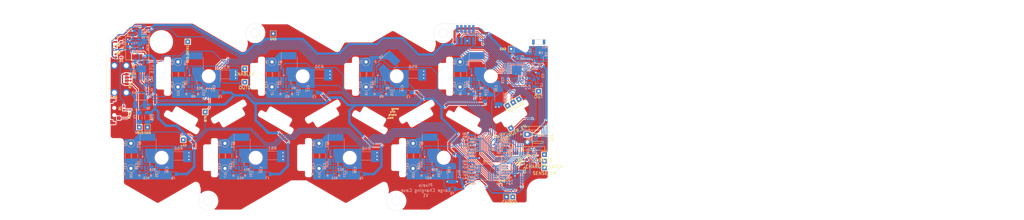
<source format=kicad_pcb>
(kicad_pcb (version 20211014) (generator pcbnew)
  (layers (0 "F.Cu" signal) (31 "B.Cu" signal) (34 "B.Paste" user) (35 "F.Paste" user) (36 "B.SilkS" user "B.Silkscreen") (37 "F.SilkS" user "F.Silkscreen") (38 "B.Mask" user) (39 "F.Mask" user) (44 "Edge.Cuts" user))
  (net 0 "")
  (net 1 "GND")
  (net 2 "VBUS")
  (net 3 "Net-(C1-Pad1)")
  (net 4 "Net-(C3-Pad1)")
  (net 5 "VDD")
  (net 6 "Net-(C4-Pad1)")
  (net 7 "Net-(C6-Pad2)")
  (net 8 "+4V")
  (net 9 "Net-(C5-Pad2)")
  (net 10 "Net-(C7-Pad1)")
  (net 11 "+5V")
  (net 12 "Net-(R3-Pad1)")
  (net 13 "Net-(C13-Pad1)")
  (net 14 "Net-(C17-Pad1)")
  (net 15 "Net-(C21-Pad1)")
  (net 16 "Net-(C25-Pad1)")
  (net 17 "Net-(C29-Pad1)")
  (net 18 "Net-(C33-Pad1)")
  (net 19 "Net-(U4-Pad2)")
  (net 20 "Net-(U6-Pad2)")
  (net 21 "Net-(C37-Pad1)")
  (net 22 "/Power/VBAT_SENSE")
  (net 24 "Net-(D1-Pad1)")
  (net 25 "Net-(D2-Pad1)")
  (net 26 "Net-(D3-Pad1)")
  (net 27 "RXI")
  (net 28 "SWDIO")
  (net 29 "SWDCLK")
  (net 30 "SWO")
  (net 31 "RESET")
  (net 32 "TXO")
  (net 33 "Net-(J23-PadA5)")
  (net 34 "Net-(J23-PadB5)")
  (net 35 "+BATT")
  (net 36 "Net-(L1-Pad1)")
  (net 37 "Net-(L5-Pad1)")
  (net 38 "/Multiplexed Chargers/ENABLE1")
  (net 39 "Net-(R4-Pad2)")
  (net 40 "/Multiplexed Chargers/ENABLE2")
  (net 41 "/Multiplexed Chargers/ENABLE3")
  (net 42 "Net-(R10-Pad2)")
  (net 43 "/Multiplexed Chargers/ENABLE0")
  (net 44 "/Multiplexed Chargers/ENABLE5")
  (net 45 "Net-(R15-Pad1)")
  (net 46 "Net-(R16-Pad2)")
  (net 47 "/Multiplexed Chargers/ENABLE6")
  (net 48 "/Multiplexed Chargers/ENABLE7")
  (net 49 "Net-(R37-Pad1)")
  (net 50 "/Multiplexed Chargers/ENABLE4")
  (net 51 "/Power/4V_EN")
  (net 52 "/Multiplexed Chargers/SENSE_EN")
  (net 53 "/Multiplexed Chargers/SENSE_OUT")
  (net 54 "Net-(C46-Pad2)")
  (net 55 "/Multiplexed Chargers/CHARGER_ENL_D")
  (net 56 "/Multiplexed Chargers/~{CHARGER_ENL_EN}")
  (net 57 "Net-(C59-Pad1)")
  (net 58 "/Multiplexed Chargers/CHARGER_SELECT_A0")
  (net 59 "/Multiplexed Chargers/CHARGER_SELECT_A1")
  (net 60 "/Multiplexed Chargers/CHARGER_SELECT_A2")
  (net 62 "Net-(U2-Pad2)")
  (net 63 "Net-(U8-Pad2)")
  (net 64 "Net-(U10-Pad2)")
  (net 65 "Net-(U12-Pad2)")
  (net 66 "Net-(U14-Pad2)")
  (net 67 "/Multiplexed Chargers/SENSE0")
  (net 68 "/Multiplexed Chargers/SENSE1")
  (net 69 "/Multiplexed Chargers/SENSE2")
  (net 70 "/Multiplexed Chargers/SENSE3")
  (net 71 "/Multiplexed Chargers/SENSE5")
  (net 72 "/Multiplexed Chargers/SENSE7")
  (net 73 "/Multiplexed Chargers/SENSE6")
  (net 74 "/Multiplexed Chargers/SENSE4")
  (net 75 "Net-(C11-Pad1)")
  (net 76 "Net-(U23-Pad2)")
  (net 77 "Net-(C15-Pad1)")
  (net 78 "Net-(C51-Pad2)")
  (net 79 "Net-(C57-Pad1)")
  (net 80 "Net-(R2-Pad1)")
  (net 81 "Net-(R5-Pad1)")
  (net 82 "Net-(R6-Pad2)")
  (net 83 "Net-(C19-Pad1)")
  (net 84 "Net-(R8-Pad2)")
  (net 85 "Net-(C23-Pad1)")
  (net 86 "Net-(R11-Pad1)")
  (net 87 "Net-(R12-Pad2)")
  (net 88 "Net-(R13-Pad1)")
  (net 89 "Net-(R14-Pad2)")
  (net 90 "Net-(C60-Pad1)")
  (net 91 "Net-(C61-Pad1)")
  (net 92 "Net-(C62-Pad1)")
  (net 93 "Net-(C27-Pad1)")
  (net 94 "Net-(C63-Pad1)")
  (net 95 "Net-(R38-Pad2)")
  (net 96 "Net-(C64-Pad1)")
  (net 97 "Net-(C31-Pad1)")
  (net 98 "Net-(C35-Pad1)")
  (net 99 "Net-(C50-Pad1)")
  (net 100 "Net-(C55-Pad1)")
  (net 101 "Net-(R7-Pad1)")
  (net 102 "Net-(R10-Pad1)")
  (net 103 "Net-(C65-Pad1)")
  (net 104 "/Multiplexed Chargers/Charger 2/CHARGER_GND")
  (net 105 "/Multiplexed Chargers/Charger 3/CHARGER_GND")
  (net 106 "/Multiplexed Chargers/Charger 4/CHARGER_GND")
  (net 107 "/Multiplexed Chargers/Charger 1/CHARGER_GND")
  (net 108 "/Multiplexed Chargers/Charger 6/CHARGER_GND")
  (net 109 "/Multiplexed Chargers/Charger 7/CHARGER_GND")
  (net 110 "/Multiplexed Chargers/Charger 8/CHARGER_GND")
  (net 111 "/Multiplexed Chargers/Charger 5/CHARGER_GND")
  (net 112 "Net-(L1-Pad2)")
  (net 114 "Net-(C66-Pad1)")
  (net 115 "Net-(C67-Pad1)")
  (net 116 "Net-(C68-Pad1)")
  (net 117 "Net-(C69-Pad1)")
  (net 118 "Net-(C70-Pad1)")
  (net 119 "Net-(C71-Pad1)")
  (net 120 "Net-(C72-Pad1)")
  (net 121 "Net-(L4-Pad1)")
  (net 122 "/Power/BAT_I_SENSE")
  (net 123 "Net-(R20-Pad2)")
  (net 124 "/Power/CHARGE")
  (net 125 "Net-(C49-Pad1)")
  (net 126 "/ANT_CHIP")
  (net 127 "/ANT_NRF")
  (footprint "Pixels-dice:TestPoint_THTPad_1.5x1.5mm_Drill0.7mm" (layer "F.Cu") (at 193.04 85.88)
    (fp_text reference "W47" hide)
    (fp_text value "OUT")
  )
  (footprint "Pixels-dice:TestPoint_THTPad_1.5x1.5mm_Drill0.7mm" (layer "F.Cu") (at 184.96 89.47 30)
    (fp_text reference "W42" hide)
    (fp_text value "A1")
  )
  (footprint "Pixels-dice:TestPoint_THTPad_1.5x1.5mm_Drill0.7mm" (layer "F.Cu") (at 99.3 78.7)
    (fp_text reference "W39" hide)
    (fp_text value "ENABLE0")
  )
  (footprint "Connector_JST:JST_EH_S2B-EH_1x02_P2.50mm_Horizontal" (layer "F.Cu") (at 189.4375 99.64 -90)
    (fp_text reference "J24")
    (fp_text value "Conn_01x02")
  )
  (footprint "Resistor_SMD:R_0402_1005Metric" (layer "F.Cu") (at 60.700166 91.3 90)
    (fp_text reference "R1")
    (fp_text value "10k 5%")
  )
  (footprint "Pixels-dice:TX Coil" (layer "F.Cu") (at 132.8 107.1 90)
    (fp_text reference "J15" hide)
    (fp_text value "TX_Coil")
  )
  (footprint "Pixels-dice:TX1812Z_2020" (layer "F.Cu") (at 59.1 69.6 90)
    (fp_text reference "D3")
    (fp_text value "TX1812Z_2020")
  )
  (footprint "Pixels-dice:USB-C-SMD_10P-P1.00-L6.8-W8.9" (layer "F.Cu") (at 59.63 82 180)
    (fp_text reference "J23")
    (fp_text value "USB_C_Receptacle_USB2.0")
  )
  (footprint "Pixels-dice:TX Coil" (layer "F.Cu") (at 72.79 107.09 90)
    (fp_text reference "J21" hide)
    (fp_text value "TX_Coil")
  )
  (footprint "Pixels-dice:TX1812Z_2020" (layer "F.Cu") (at 59.1 74.6 90)
    (fp_text reference "D1")
    (fp_text value "TX1812Z_2020")
  )
  (footprint "Pixels-dice:TX Coil" (layer "F.Cu") (at 162.8 107.1 90)
    (fp_text reference "J26" hide)
    (fp_text value "TX_Coil")
  )
  (footprint "Pixels-dice:TestPoint_THTPad_1.5x1.5mm_Drill0.7mm" (layer "F.Cu") (at 194.9 110.3)
    (fp_text reference "W48" hide)
    (fp_text value "SENSE_EN")
  )
  (footprint "Pixels-dice:TestPoint_THTPad_1.5x1.5mm_Drill0.7mm" (layer "F.Cu") (at 68.3 97.4)
    (fp_text reference "W45" hide)
    (fp_text value "GND")
  )
  (footprint "Pixels-dice:TestPoint_THTPad_1.5x1.5mm_Drill0.7mm" (layer "F.Cu") (at 194.9 108.2)
    (fp_text reference "W58" hide)
    (fp_text value "CHARGER_LATCH")
  )
  (footprint "Pixels-dice:TestPoint_THTPad_1.5x1.5mm_Drill0.7mm" (layer "F.Cu") (at 86.7 92.5)
    (fp_text reference "W76" hide)
    (fp_text value "BTN")
  )
  (footprint "Pixels-dice:TestPoint_THTPad_1.5x1.5mm_Drill0.7mm" (layer "F.Cu") (at 183.158667 90.51 30)
    (fp_text reference "W43" hide)
    (fp_text value "A0")
  )
  (footprint "Resistor_SMD:R_0402_1005Metric" (layer "F.Cu") (at 188.09 108.27 90)
    (fp_text reference "R20")
    (fp_text value "100k 1%")
  )
  (footprint "Pixels-dice:TestPoint_THTPad_1.5x1.5mm_Drill0.7mm" (layer "F.Cu") (at 79.7 101.4)
    (fp_text reference "W65" hide)
    (fp_text value "+4V")
  )
  (footprint "Resistor_SMD:R_0402_1005Metric" (layer "F.Cu") (at 63.500002 81.499999 180)
    (fp_text reference "R27")
    (fp_text value "5.1k 1%")
  )
  (footprint "Pixels-dice:TestPoint_THTPad_1.5x1.5mm_Drill0.7mm" (layer "F.Cu") (at 184.2 97.7 30)
    (fp_text reference "W57" hide)
    (fp_text value "CHARGER_EN")
  )
  (footprint "Pixels-dice:TEST_PIN" (layer "F.Cu") (at 189.3 107.7)
    (fp_text reference "W59" hide)
    (fp_text value "CHARGER_CLR")
  )
  (footprint "Pixels-dice:TestPoint_THTPad_1.5x1.5mm_Drill0.7mm" (layer "F.Cu") (at 108.4 67.5)
    (fp_text reference "W2" hide)
    (fp_text value "GND")
  )
  (footprint "Capacitor_SMD:C_0402_1005Metric" (layer "F.Cu") (at 187.7 111 90)
    (fp_text reference "C42")
    (fp_text value "0.1uF 10V 20%")
  )
  (footprint "Capacitor_SMD:C_0402_1005Metric" (layer "F.Cu") (at 61.700166 92.3 -90)
    (fp_text reference "C3")
    (fp_text value "0.1uF 10V 20%")
  )
  (footprint "Resistor_SMD:R_0402_1005Metric" (layer "F.Cu") (at 62.6 92.3 90)
    (fp_text reference "R2")
    (fp_text value "1k 1%")
  )
  (footprint "Pixels-dice:SPM6530" (layer "F.Cu") (at 65 72.2 90)
    (fp_text reference "L4")
    (fp_text value "4.7uH 1.5A 10%")
  )
  (footprint "Pixels-dice:TestPoint_THTPad_1.5x1.5mm_Drill0.7mm" (layer "F.Cu") (at 184.8 119.6)
    (fp_text reference "W68" hide)
    (fp_text value "VDD")
  )
  (footprint "Pixels-dice:TSB001" (layer "F.Cu") (at 57.673 92.341 90)
    (fp_text reference "SW1")
    (fp_text value "SW_Push")
  )
  (footprint "Pixels-dice:TestPoint_THTPad_1.5x1.5mm_Drill0.7mm" (layer "F.Cu") (at 186.761333 88.43 30)
    (fp_text reference "W41" hide)
    (fp_text value "A2")
  )
  (footprint "Pixels-dice:TestPoint_THTPad_1.5x1.5mm_Drill0.7mm" (layer "F.Cu") (at 182.8 119.6)
    (fp_text reference "W3" hide)
    (fp_text value "GND")
  )
  (footprint "Pixels-dice:TX1812Z_2020" (layer "F.Cu") (at 59.1 72.1 90)
    (fp_text reference "D2")
    (fp_text value "TX1812Z_2020")
  )
  (footprint "Capacitor_SMD:C_0402_1005Metric" (layer "F.Cu") (at 181.45 115.7)
    (fp_text reference "C40")
    (fp_text value "0.1uF 10V 20%")
  )
  (footprint "Capacitor_SMD:C_0402_1005Metric" (layer "F.Cu") (at 180.22 101.49)
    (fp_text reference "C41")
    (fp_text value "0.1uF 10V 20%")
  )
  (footprint "Pixels-dice:TestPoint_THTPad_1.5x1.5mm_Drill0.7mm" (layer "F.Cu") (at 99.3 83)
    (fp_text reference "W40" hide)
    (fp_text value "OUT0")
  )
  (footprint "Pixels-dice:TestPoint_THTPad_1.5x1.5mm_Drill0.7mm" (layer "F.Cu") (at 81.1 70.1)
    (fp_text reference "W1" hide)
    (fp_text value "LED_DATA1")
  )
  (footprint "Pixels-dice:TX Coil" (layer "F.Cu") (at 117.8 81.1 90)
    (fp_text reference "J3" hide)
    (fp_text value "TX_Coil")
  )
  (footprint "Pixels-dice:TX Coil" (layer "F.Cu") (at 147.8 81.1 90)
    (fp_text reference "J6" hide)
    (fp_text value "TX_Coil")
  )
  (footprint "Resistor_SMD:R_0402_1005Metric" (layer "F.Cu") (at 63.5 82.5 180)
    (fp_text reference "R26")
    (fp_text value "5.1k 1%")
  )
  (footprint "Pixels-dice:TX Coil" (layer "F.Cu") (at 87.8 81.1 90)
    (fp_text reference "J12" hide)
    (fp_text value "TX_Coil")
  )
  (footprint "Package_SO:SSOP-16_4.4x5.2mm_P0.65mm" (layer "F.Cu") (at 184 108.6 -90)
    (fp_text reference "U19")
    (fp_text value "74HCT259")
  )
  (footprint "Pixels-dice:TestPoint_THTPad_1.5x1.5mm_Drill0.7mm" (layer "F.Cu") (at 184.3 72.4)
    (fp_text reference "W44" hide)
    (fp_text value "GND")
  )
  (footprint "Pixels-dice:TestPoint_THTPad_1.5x1.5mm_Drill0.7mm" (layer "F.Cu") (at 194.9 106.1)
    (fp_text reference "W70" hide)
    (fp_text value "VBAT_S")
  )
  (footprint "Pixels-dice:TestPoint_THTPad_1.5x1.5mm_Drill0.7mm" (layer "F.Cu") (at 65.7 97.4)
    (fp_text reference "W61" hide)
    (fp_text value "VBUS")
  )
  (footprint "Pixels-dice:TX Coil" (layer "F.Cu") (at 177.8 81.1 90)
    (fp_text reference "J9" hide)
    (fp_text value "TX_Coil")
  )
  (footprint "Pixels-dice:TX Coil" (layer "F.Cu") (at 102.8 107.1 90)
    (fp_text reference "J18" hide)
    (fp_text value "TX_Coil")
  )
  (footprint "Capacitor_SMD:C_0402_1005Metric" (layer "B.Cu") (at 172.2 102.1 -90)
    (fp_text reference "C72")
    (fp_text value "0.1uF 10V 20%")
  )
  (footprint "TestPoint:TestPoint_THTPad_D2.0mm_Drill1.0mm" (layer "B.Cu") (at 93.01 110.51 180)
    (fp_text reference "J17")
    (fp_text value "Coil B")
  )
  (footprint "Pixels-dice:TEST_PIN" (layer "B.Cu") (at 140 76.5 180)
    (fp_text reference "W12" hide)
    (fp_text value "D")
  )
  (footprint "Resistor_SMD:R_0402_1005Metric" (layer "B.Cu") (at 97.935 112.545 180)
    (fp_text reference "R13")
    (fp_text value "200k 1%")
  )
  (footprint "Capacitor_SMD:C_0402_1005Metric" (layer "B.Cu") (at 172.2 114.3 -90)
    (fp_text reference "C61")
    (fp_text value "0.1uF 10V 20%")
  )
  (footprint "Capacitor_SMD:C_0402_1005Metric" (layer "B.Cu") (at 172.2 103.8 90)
    (fp_text reference "C70")
    (fp_text value "0.1uF 10V 20%")
  )
  (footprint "Capacitor_SMD:C_0402_1005Metric" (layer "B.Cu") (at 181.4 114.38 -90)
    (fp_text reference "C49")
    (fp_text value "0.1uF 10V 20%")
  )
  (footprint "Pixels-dice:TEST_PIN" (layer "B.Cu") (at 67.9 70.4 180)
    (fp_text reference "W69" hide)
    (fp_text value "FB_VDD")
  )
  (footprint "Resistor_SMD:R_0402_1005Metric" (layer "B.Cu") (at 182.3 103.9 -90)
    (fp_text reference "R58")
    (fp_text value "100k 0.1%")
  )
  (footprint "Capacitor_SMD:C_1206_3216Metric" (layer "B.Cu") (at 162.88 111.51 90)
    (fp_text reference "C56")
    (fp_text value "47uF 10V 20%")
  )
  (footprint "Resistor_SMD:R_0402_1005Metric" (layer "B.Cu") (at 171.4 110.9 90)
    (fp_text reference "R48")
    (fp_text value "100k 0.1%")
  )
  (footprint "TestPoint:TestPoint_THTPad_D2.0mm_Drill1.0mm" (layer "B.Cu") (at 63 110.5 180)
    (fp_text reference "J20")
    (fp_text value "Coil B")
  )
  (footprint "Pixels-dice:TEST_PIN" (layer "B.Cu") (at 140.73 85.64 180)
    (fp_text reference "W10" hide)
    (fp_text value "R")
  )
  (footprint "TestPoint:TestPoint_THTPad_D2.0mm_Drill1.0mm" (layer "B.Cu") (at 138.01 84.51 180)
    (fp_text reference "J5")
    (fp_text value "Coil B")
  )
  (footprint "Resistor_SMD:R_0402_1005Metric" (layer "B.Cu") (at 183 114.38 90)
    (fp_text reference "R22")
    (fp_text value "2k 0.1%")
  )
  (footprint "Package_TO_SOT_SMD:SOT-23-6" (layer "B.Cu") (at 127.49 109.17 -90)
    (fp_text reference "U10")
    (fp_text value "XKT001")
  )
  (footprint "Resistor_SMD:R_0402_1005Metric" (layer "B.Cu") (at 112.935 85.645 180)
    (fp_text reference "R4")
    (fp_text value "84.5k 1%")
  )
  (footprint "TestPoint:TestPoint_THTPad_D2.0mm_Drill1.0mm" (layer "B.Cu") (at 123.01 110.51 180)
    (fp_text reference "J14")
    (fp_text value "Coil B")
  )
  (footprint "Capacitor_SMD:C_0603_1608Metric" (layer "B.Cu") (at 193 81 90)
    (fp_text reference "C1")
    (fp_text value "4.7uF 6.3V 20%")
  )
  (footprint "Capacitor_SMD:C_0402_1005Metric" (layer "B.Cu") (at 192.1 100.8 180)
    (fp_text reference "C54")
    (fp_text value "10nF 25V 10%")
  )
  (footprint "Capacitor_SMD:C_0402_1005Metric" (layer "B.Cu") (at 68.7 83.6 180)
    (fp_text reference "C46")
    (fp_text value "22pF 10V 5%")
  )
  (footprint "Resistor_SMD:R_0402_1005Metric" (layer "B.Cu") (at 157.935 112.545 180)
    (fp_text reference "R37")
    (fp_text value "200k 1%")
  )
  (footprint "Pixels-dice:TEST_PIN" (layer "B.Cu") (at 155 102.5 180)
    (fp_text reference "W74" hide)
    (fp_text value "D")
  )
  (footprint "Capacitor_SMD:C_0402_1005Metric" (layer "B.Cu") (at 182.2 110.99 -90)
    (fp_text reference "C60")
    (fp_text value "0.1uF 10V 20%")
  )
  (footprint "Capacitor_SMD:C_0402_1005Metric" (layer "B.Cu") (at 71.24 110.25 90)
    (fp_text reference "C35")
    (fp_text value "0.1uF 10V 20%")
  )
  (footprint "Capacitor_SMD:C_1206_3216Metric" (layer "B.Cu") (at 139.21 80.51 -90)
    (fp_text reference "C18")
    (fp_text value "56nF 50V NP0")
  )
  (footprint "Capacitor_SMD:C_1206_3216Metric" (layer "B.Cu") (at 137.11 80.51 -90)
    (fp_text reference "C17")
    (fp_text value "100nF 50V NP0")
  )
  (footprint "Capacitor_SMD:C_1206_3216Metric" (layer "B.Cu") (at 64.2 106.5 -90)
    (fp_text reference "C38")
    (fp_text value "56nF 50V NP0")
  )
  (footprint "Capacitor_SMD:C_1206_3216Metric" (layer "B.Cu") (at 147.88 85.51 90)
    (fp_text reference "C16")
    (fp_text value "47uF 10V 20%")
  )
  (footprint "Resistor_SMD:R_0402_1005Metric" (layer "B.Cu") (at 183 112.69 -90)
    (fp_text reference "R25")
    (fp_text value "100k 0.1%")
  )
  (footprint "Resistor_SMD:R_0402_1005Metric" (layer "B.Cu") (at 171.4 103.8 -90)
    (fp_text reference "R63")
    (fp_text value "100k 0.1%")
  )
  (footprint "Pixels-dice:TEST_PIN" (layer "B.Cu") (at 65.72 111.63 180)
    (fp_text reference "W35" hide)
    (fp_text value "R")
  )
  (footprint "Resistor_SMD:R_0402_1005Metric" (layer "B.Cu") (at 170.6 103.8 -90)
    (fp_text reference "R62")
    (fp_text value "2k 0.1%")
  )
  (footprint "Package_DFN_QFN:QFN-32-1EP_5x5mm_P0.5mm_EP3.1x3.1mm" (layer "B.Cu") (at 186.1 79.2 90)
    (fp_text reference "U1")
    (fp_text value "N52810_QFN32")
  )
  (footprint "Resistor_SMD:R_0402_1005Metric" (layer "B.Cu") (at 82.935 86.545 180)
    (fp_text reference "R9")
    (fp_text value "200k 1%")
  )
  (footprint "Resistor_SMD:R_0402_1005Metric" (layer "B.Cu") (at 170.6 114.3 90)
    (fp_text reference "R40")
    (fp_text value "2k 0.1%")
  )
  (footprint "Package_TO_SOT_SMD:SOT-23-6" (layer "B.Cu") (at 82.49 83.17 -90)
    (fp_text reference "U8")
    (fp_text value "XKT001")
  )
  (footprint "Fuse:Fuse_0805_2012Metric" (layer "B.Cu") (at 165.5 117.1 180)
    (fp_text reference "F9")
    (fp_text value "500mA ~150mR")
  )
  (footprint "Pixels-dice:TEST_PIN" (layer "B.Cu") (at 121.91 112.31 -90)
    (fp_text reference "W24" hide)
    (fp_text value "R")
  )
  (footprint "Capacitor_SMD:C_1206_3216Metric" (layer "B.Cu") (at 107.11 80.51 -90)
    (fp_text reference "C13")
    (fp_text value "100nF 50V NP0")
  )
  (footprint "Pixels-dice:CHIP_ANT" (layer "B.Cu") (at 191.4 70.2 90)
    (fp_text reference "AE1")
    (fp_text value "ChipAnt" hide)
  )
  (footprint "Inductor_SMD:L_0805_2012Metric" (layer "B.Cu") (at 191.6 83.3 -90)
    (fp_text reference "L1")
    (fp_text value "10uH 100mA 10%")
  )
  (footprint "Capacitor_SMD:C_0402_1005Metric" (layer "B.Cu") (at 176.25 84.26 90)
    (fp_text reference "C19")
    (fp_text value "0.1uF 10V 20%")
  )
  (footprint "Resistor_SMD:R_0402_1005Metric" (layer "B.Cu") (at 97.935 111.645 180)
    (fp_text reference "R14")
    (fp_text value "84.5k 1%")
  )
  (footprint "Capacitor_SMD:C_0402_1005Metric" (layer "B.Cu") (at 70.1 94.2 -90)
    (fp_text reference "C47")
    (fp_text value "0.1uF 10V 20%")
  )
  (footprint "Resistor_SMD:R_2010_5025Metric" (layer "B.Cu") (at 78.2 106.5 180)
    (fp_text reference "R66")
    (fp_text value "100mR 0.5W 1%")
  )
  (footprint "Resistor_SMD:R_0402_1005Metric" (layer "B.Cu") (at 68.7 84.4)
    (fp_text reference "R17")
    (fp_text value "470k 1%")
  )
  (footprint "Pixels-dice:TEST_PIN" (layer "B.Cu") (at 169.6 77.4 180)
    (fp_text reference "W17" hide)
    (fp_text value "D")
  )
  (footprint "TestPoint:TestPoint_THTPad_D2.0mm_Drill1.0mm" (layer "B.Cu") (at 78.01 76.51 180)
    (fp_text reference "J13")
    (fp_text value "Coil A")
  )
  (footprint "TestPoint:TestPoint_THTPad_D2.0mm_Drill1.0mm" (layer "B.Cu") (at 78.01 84.51 180)
    (fp_text reference "J11")
    (fp_text value "Coil B")
  )
  (footprint "Capacitor_SMD:C_0402_1005Metric" (layer "B.Cu") (at 190.7 105.2 90)
    (fp_text reference "C39")
    (fp_text value "0.1uF 10V 20%")
  )
  (footprint "Capacitor_SMD:C_1206_3216Metric" (layer "B.Cu") (at 169.21 80.51 -90)
    (fp_text reference "C22")
    (fp_text value "56nF 50V NP0")
  )
  (footprint "Resistor_SMD:R_0402_1005Metric" (layer "B.Cu") (at 127.935 111.645 180)
    (fp_text reference "R12")
    (fp_text value "84.5k 1%")
  )
  (footprint "Capacitor_SMD:C_1206_3216Metric" (layer "B.Cu") (at 87.88 85.51 90)
    (fp_text reference "C24")
    (fp_text value "47uF 10V 20%")
  )
  (footprint "Capacitor_Tantalum_SMD:CP_EIA-3528-21_Kemet-B" (layer "B.Cu") (at 65.9 90.2 180)
    (fp_text reference "C44")
    (fp_text value "220uF 10V 20% Tantalum")
  )
  (footprint "Resistor_SMD:R_0402_1005Metric" (layer "B.Cu") (at 183 110.99 90)
    (fp_text reference "R32")
    (fp_text value "100k 0.1%")
  )
  (footprint "Capacitor_SMD:C_1206_3216Metric" (layer "B.Cu") (at 72.87 111.5 90)
    (fp_text reference "C36")
    (fp_text value "47uF 10V 20%")
  )
  (footprint "Pixels-dice:SOIC-8_3.9x4.9mm_P1.27mm" (layer "B.Cu") (at 98.5 102.9)
    (fp_text reference "U13")
    (fp_text value "XKT335")
  )
  (footprint "Resistor_SMD:R_2010_5025Metric" (layer "B.Cu") (at 108.1 106.4 180)
    (fp_text reference "R61")
    (fp_text value "100mR 0.5W 1%")
  )
  (footprint "TestPoint:TestPoint_THTPad_D2.0mm_Drill1.0mm" (layer "B.Cu") (at 168.01 76.51 180)
    (fp_text reference "J10")
    (fp_text value "Coil A")
  )
  (footprint "Pixels-dice:TEST_PIN" (layer "B.Cu") (at 106.91 86.31 -90)
    (fp_text reference "W4" hide)
    (fp_text value "R")
  )
  (footprint "Resistor_SMD:R_0402_1005Metric" (layer "B.Cu") (at 170.6 110.9 90)
    (fp_text reference "R47")
    (fp_text value "2k 0.1%")
  )
  (footprint "Resistor_SMD:R_0402_1005Metric" (layer "B.Cu") (at 181.4 112.68 -90)
    (fp_text reference "R24")
    (fp_text value "2k 0.1%")
  )
  (footprint "Pixels-dice:SOIC-8_3.9x4.9mm_P1.27mm" (layer "B.Cu") (at 113.5 76.9)
    (fp_text reference "U3")
    (fp_text value "XKT335")
  )
  (footprint "Diode_SMD:D_SOD-123" (layer "B.Cu") (at 65.9 87.7 180)
    (fp_text reference "D5")
    (fp_text value "5.1V 1500mW")
  )
  (footprint "Resistor_SMD:R_0402_1005Metric" (layer "B.Cu") (at 172.935 85.645 180)
    (fp_text reference "R8")
    (fp_text value "84.5k 1%")
  )
  (footprint "Resistor_SMD:R_0402_1005Metric" (layer "B.Cu") (at 170.6 100.4 -90)
    (fp_text reference "R65")
    (fp_text value "2k 0.1%")
  )
  (footprint "Capacitor_SMD:C_0402_1005Metric" (layer "B.Cu") (at 172.2 109.2 90)
    (fp_text reference "C63")
    (fp_text value "0.1uF 10V 20%")
  )
  (footprint "Pixels-dice:SOIC-8_3.9x4.9mm_P1.27mm" (layer "B.Cu") (at 158.5 102.9)
    (fp_text reference "U24")
    (fp_text value "XKT335")
  )
  (footprint "Resistor_SMD:R_0402_1005Metric" (layer "B.Cu") (at 183.1 100.5 -90)
    (fp_text reference "R50")
    (fp_text value "2k 0.1%")
  )
  (footprint "Pixels-dice:TEST_PIN" (layer "B.Cu") (at 91.91 112.31 -90)
    (fp_text reference "W29" hide)
    (fp_text value "R")
  )
  (footprint "Capacitor_SMD:C_0402_1005Metric" (layer "B.Cu") (at 182.2 112.69 90)
    (fp_text reference "C50")
    (fp_text value "0.1uF 10V 20%")
  )
  (footprint "Capacitor_SMD:C_0402_1005Metric" (layer "B.Cu") (at 186.9 75.1 90)
    (fp_text reference "C7")
    (fp_text value "100pF NP0 10V 5%")
  )
  (footprint "Resistor_SMD:R_2010_5025Metric" (layer "B.Cu") (at 153 80.4 180)
    (fp_text reference "R56")
    (fp_text value "100mR 0.5W 1%")
  )
  (footprint "Resistor_SMD:R_0402_1005Metric" (layer "B.Cu") (at 181.5 102.2 90)
    (fp_text reference "R52")
    (fp_text value "2k 0.1%")
  )
  (footprint "Capacitor_SMD:C_1206_3216Metric" (layer "B.Cu") (at 152.11 106.51 -90)
    (fp_text reference "C57")
    (fp_text value "100nF 50V NP0")
  )
  (footprint "Capacitor_SMD:C_0402_1005Metric" (layer "B.Cu") (at 116.25 84.26 90)
    (fp_text reference "C11")
    (fp_text value "0.1uF 10V 20%")
  )
  (footprint "Fuse:Fuse_0805_2012Metric" (layer "B.Cu") (at 136.5 112.3 180)
    (fp_text reference "F6")
    (fp_text value "500mA ~150mR")
  )
  (footprint "Resistor_SMD:R_0402_1005Metric" (layer "B.Cu") (at 181.4 110.98 90)
    (fp_text reference "R31")
    (fp_text value "2k 0.1%")
  )
  (footprint "Pixels-dice:TEST_PIN" (layer "B.Cu") (at 155.73 111.64 180)
    (fp_text reference "W72" hide)
    (fp_text value "R")
  )
  (footprint "Pixels-dice:TEST_PIN" (layer "B.Cu") (at 110 76.5 180)
    (fp_text reference "W7" hide)
    (fp_text value "D")
  )
  (footprint "Capacitor_SMD:C_1206_3216Metric" (layer "B.Cu") (at 68.3 94.2 -90)
    (fp_text reference "C48")
    (fp_text value "47uF 10V 20%")
  )
  (footprint "Pixels-dice:TEST_PIN" (layer "B.Cu") (at 95.73 111.64 180)
    (fp_text reference "W30" hide)
    (fp_text value "R")
  )
  (footprint "Capacitor_SMD:C_1206_3216Metric" (layer "B.Cu") (at 79.21 80.51 -90)
    (fp_text reference "C26")
    (fp_text value "56nF 50V NP0")
  )
  (footprint "Pixels-dice:TEST_PIN" (layer "B.Cu") (at 69 90.2 180)
    (fp_text reference "W62" hide)
    (fp_text value "5V")
  )
  (footprint "Capacitor_SMD:C_0402_1005Metric" (layer "B.Cu") (at 172.2 110.9 -90)
    (fp_text reference "C64")
    (fp_text value "0.1uF 10V 20%")
  )
  (footprint "Resistor_SMD:R_0402_1005Metric" (layer "B.Cu") (at 112.935 86.545 180)
    (fp_text reference "R3")
    (fp_text value "200k 1%")
  )
  (footprint "Fuse:Fuse_0805_2012Metric" (layer "B.Cu") (at 121.5 86.3 180)
    (fp_text reference "F2")
    (fp_text value "500mA ~150mR")
  )
  (footprint "Package_TO_SOT_SMD:SOT-23-6" (layer "B.Cu") (at 172.49 83.17 -90)
    (fp_text reference "U6")
    (fp_text value "XKT001")
  )
  (footprint "TestPoint:TestPoint_THTPad_D2.0mm_Drill1.0mm" (layer "B.Cu") (at 93.01 102.51 180)
    (fp_text reference "J19")
    (fp_text value "Coil A")
  )
  (footprint "Pixels-dice:SOIC-8_3.9x4.9mm_P1.27mm" (layer "B.Cu") (at 68.49 102.89)
    (fp_text reference "U15")
    (fp_text value "XKT335")
  )
  (footprint "Resistor_SMD:R_0402_1005Metric" (layer "B.Cu") (at 182.3 100.5 -90)
    (fp_text reference "R49")
    (fp_text value "100k 0.1%")
  )
  (footprint "Fuse:Fuse_0805_2012Metric" (layer "B.Cu") (at 76.49 112.29 180)
    (fp_text reference "F8")
    (fp_text value "500mA ~150mR")
  )
  (footprint "Resistor_SMD:R_0402_1005Metric" (layer "B.Cu") (at 127.935 112.545 180)
    (fp_text reference "R11")
    (fp_text value "200k 1%")
  )
  (footprint "Fuse:Fuse_0805_2012Metric" (layer "B.Cu") (at 175.9 88 90)
    (fp_text reference "F4")
    (fp_text value "500mA ~150mR")
  )
  (footprint "Capacitor_SMD:C_0402_1005Metric" (layer "B.Cu") (at 181.4 109.28 90)
    (fp_text reference "C59")
    (fp_text value "0.1uF 10V 20%")
  )
  (footprint "Capacitor_SMD:C_0603_1608Metric" (layer "B.Cu") (at 64.9125 66.58 180)
    (fp_text reference "C52")
    (fp_text value "4.7uF 6.3V 20%")
  )
  (footprint "Capacitor_SMD:C_0402_1005Metric" (layer "B.Cu") (at 66.3 86.3 180)
    (fp_text reference "C43")
    (fp_text value "0.1uF 10V 20%")
  )
  (footprint "Capacitor_SMD:C_0402_1005Metric" (layer "B.Cu") (at 191.355 75.8 90)
    (fp_text reference "C6")
    (fp_text value "8pF 10V 10%")
  )
  (footprint "Capacitor_SMD:C_0402_1005Metric" (layer "B.Cu") (at 67.75 68.92 -90)
    (fp_text reference "C51")
    (fp_text value "22pF 10V 5%")
  )
  (footprint "Resistor_SMD:R_0402_1005Metric" (layer "B.Cu") (at 142.935 85.645 180)
    (fp_text reference "R6")
    (fp_text value "84.5k 1%")
  )
  (footprint "Pixels-dice:TEST_PIN" (layer "B.Cu") (at 174.41 85.65 180)
    (fp_text reference "W18" hide)
    (fp_text value "R")
  )
  (footprint "Pixels-dice:SOT-23-5" (layer "B.Cu") (at 64.53 70.28)
    (fp_text reference "U22")
    (fp_text value "LN3406" hide)
  )
  (footprint "Resistor_SMD:R_0402_1005Metric" (layer "B.Cu") (at 171.4 109.2 -90)
    (fp_text reference "R44")
    (fp_text value "100k 0.1%")
  )
  (footprint "Resistor_SMD:R_0402_1005Metric" (layer "B.Cu") (at 171.4 102.1 90)
    (fp_text reference "R68")
    (fp_text value "100k 0.1%")
  )
  (footprint "Capacitor_SMD:C_0402_1005Metric" (layer "B.Cu") (at 195.055 75.755 -90)
    (fp_text reference "C5")
    (fp_text value "8pF 10V 10%")
  )
  (footprint "Resistor_SMD:R_0402_1005Metric" (layer "B.Cu") (at 171.4 105.5 90)
    (fp_text reference "R59")
    (fp_text value "100k 0.1%")
  )
  (footprint "Pixels-dice:TEST_PIN" (layer "B.Cu") (at 80.73 85.64 180)
    (fp_text reference "W20" hide)
    (fp_text value "R")
  )
  (footprint "Resistor_SMD:R_0402_1005Metric" (layer "B.Cu") (at 62.939 80.415001 90)
    (fp_text reference "R18")
    (fp_text value "1k 1%")
  )
  (footprint "Resistor_SMD:R_0402_1005Metric" (layer "B.Cu") (at 171.4 112.6 -90)
    (fp_text reference "R43")
    (fp_text value "100k 0.1%")
  )
  (footprint "Package_SO:TSSOP-14_4.4x5mm_P0.65mm" (layer "B.Cu") (at 176.8 103 180)
    (fp_text reference "U20")
    (fp_text value "LM2902")
  )
  (footprint "Capacitor_SMD:C_0402_1005Metric" (layer "B.Cu") (at 172.2 100.4 90)
    (fp_text reference "C71")
    (fp_text value "0.1uF 10V 20%")
  )
  (footprint "Capacitor_SMD:C_1206_3216Metric" (layer "B.Cu") (at 122.11 106.51 -90)
    (fp_text reference "C29")
    (fp_text value "100nF 50V NP0")
  )
  (footprint "Capacitor_SMD:C_0402_1005Metric" (layer "B.Cu") (at 182.7 82.4 -90)
    (fp_text reference "C10")
    (fp_text value "0.1uF 10V 20%")
  )
  (footprint "TestPoint:TestPoint_THTPad_D2.0mm_Drill1.0mm" (layer "B.Cu") (at 123.01 102.51 180)
    (fp_text reference "J16")
    (fp_text value "Coil A")
  )
  (footprint "Capacitor_SMD:C_0402_1005Metric" (layer "B.Cu") (at 172.2 112.6 90)
    (fp_text reference "C62")
    (fp_text value "0.1uF 10V 20%")
  )
  (footprint "Resistor_SMD:R_0402_1005Metric" (layer "B.Cu") (at 82.935 85.645 180)
    (fp_text reference "R10")
    (fp_text value "84.5k 1%")
  )
  (footprint "Pixels-dice:TEST_PIN" (layer "B.Cu") (at 125 102.5 180)
    (fp_text reference "W27" hide)
    (fp_text value "D")
  )
  (footprint "Capacitor_SMD:C_1206_3216Metric" (layer "B.Cu") (at 117.88 85.51 90)
    (fp_text reference "C12")
    (fp_text value "47uF 10V 20%")
  )
  (footprint "Pixels-dice:TEST_PIN" (layer "B.Cu") (at 159.41 111.65 180)
    (fp_text reference "W75" hide)
    (fp_text value "R")
  )
  (footprint "Capacitor_SMD:C_1206_3216Metric" (layer "B.Cu") (at 154.21 106.51 -90)
    (fp_text reference "C58")
    (fp_text value "56nF 50V NP0")
  )
  (footprint "Capacitor_SMD:C_0603_1608Metric" (layer "B.Cu") (at 62 70.8 90)
    (fp_text reference "C53")
    (fp_text value "4.7uF 6.3V 20%")
  )
  (footprint "Package_TO_SOT_SMD:SOT-23-6" (layer "B.Cu") (at 157.49 109.17 -90)
    (fp_text reference "U23")
    (fp_text value "XKT001")
  )
  (footprint "Resistor_SMD:R_0402_1005Metric" (layer "B.Cu") (at 181.5 103.9 -90)
    (fp_text reference "R57")
    (fp_text value "2k 0.1%")
  )
  (footprint "Capacitor_SMD:C_0402_1005Metric" (layer "B.Cu") (at 101.25 110.26 90)
    (fp_text reference "C31")
    (fp_text value "0.1uF 10V 20%")
  )
  (footprint "Pixels-dice:TEST_PIN" (layer "B.Cu") (at 136.91 86.31 -90)
    (fp_text reference "W9" hide)
    (fp_text value "R")
  )
  (footprint "Capacitor_SMD:C_1206_3216Metric" (layer "B.Cu") (at 92.11 106.51 -90)
    (fp_text reference "C33")
    (fp_text value "100nF 50V NP0")
  )
  (footprint "Resistor_SMD:R_0402_1005Metric" (layer "B.Cu") (at 182.2 114.38 90)
    (fp_text reference "R21")
    (fp_text value "100k 0.1%")
  )
  (footprint "TestPoint:TestPoint_THTPad_D2.0mm_Drill1.0mm" (layer "B.Cu") (at 153.01 102.51 180)
    (fp_text reference "J27")
    (fp_text value "Coil A")
  )
  (footprint "TestPoint:TestPoint_THTPad_D2.0mm_Drill1.0mm" (layer "B.Cu") (at 138.01 76.51 180)
    (fp_text reference "J7")
    (fp_text value "Coil A")
  )
  (footprint "Capacitor_SMD:C_1206_3216Metric" (layer "B.Cu") (at 102.88 111.51 90)
    (fp_text reference "C32")
    (fp_text value "47uF 10V 20%")
  )
  (footprint "Resistor_SMD:R_0402_1005Metric" (layer "B.Cu") (at 170.6 112.6 -90)
    (fp_text reference "R42")
    (fp_text value "2k 0.1%")
  )
  (footprint "Capacitor_SMD:C_0402_1005Metric" (layer "B.Cu") (at 183.1 103.9 90)
    (fp_text reference "C68")
    (fp_text value "0.1uF 10V 20%")
  )
  (footprint "Resistor_SMD:R_0402_1005Metric" (layer "B.Cu") (at 170.6 109.2 -90)
    (fp_text reference "R45")
    (fp_text value "2k 0.1%")
  )
  (footprint "Resistor_SMD:R_0402_1005Metric" (layer "B.Cu") (at 170.6 105.5 90)
    (fp_text reference "R60")
    (fp_text value "2k 0.1%")
  )
  (footprint "Resistor_SMD:R_2010_5025Metric" (layer "B.Cu") (at 123.1 80.4 180)
    (fp_text reference "R30")
    (fp_text value "100mR 0.5W 1%")
  )
  (footprint "Pixels-dice:TEST_PIN" (layer "B.Cu") (at 144.41 85.65 180)
    (fp_text reference "W13" hide)
    (fp_text value "R")
  )
  (footprint "Resistor_SMD:R_0402_1005Metric" (layer "B.Cu") (at 157.935 111.645 180)
    (fp_text reference "R38")
    (fp_text value "84.5k 1%")
  )
  (footprint "Pixels-dice:SOIC-8_3.9x4.9mm_P1.27mm" (layer "B.Cu") (at 83.5 76.9)
    (fp_text reference "U9")
    (fp_text value "XKT335")
  )
  (footprint "Capacitor_SMD:C_0402_1005Metric" (layer "B.Cu") (at 86.25 84.26 90)
    (fp_text reference "C23")
    (fp_text value "0.1uF 10V 20%")
  )
  (footprint "Resistor_SMD:R_0402_1005Metric" (layer "B.Cu") (at 68.7 82.8 180)
    (fp_text reference "R19")
    (fp_text value "100k 1%")
  )
  (footprint "Pixels-dice:TEST_PIN" (layer "B.Cu") (at 166.91 86.31 -90)
    (fp_text reference "W14" hide)
    (fp_text value "R")
  )
  (footprint "Inductor_SMD:L_0402_1005Metric" (layer "B.Cu") (at 192.8 83.9 90)
    (fp_text reference "L2")
    (fp_text value "15nH")
  )
  (footprint "Resistor_SMD:R_0402_1005Metric" (layer "B.Cu") (at 192.1 100)
    (fp_text reference "R34")
    (fp_text value "4.02M 1%")
  )
  (footprint "Pixels-dice:TEST_PIN" (layer "B.Cu") (at 114.41 85.65 180)
    (fp_text reference "W8" hide)
    (fp_text value "R")
  )
  (footprint "Pixels-dice:TEST_PIN" (layer "B.Cu") (at 170.73 85.64 180)
    (fp_text reference "W15" hide)
    (fp_text value "R")
  )
  (footprint "Resistor_SMD:R_2010_5025Metric" (layer "B.Cu") (at 138.1 106.5 180)
    (fp_text reference "R46")
    (fp_text value "100mR 0.5W 1%")
  )
  (footprint "Resistor_SMD:R_0402_1005Metric" (layer "B.Cu") (at 183.1 105.6 90)
    (fp_text reference "R55")
    (fp_text value "2k 0.1%")
  )
  (footprint "Capacitor_SMD:C_0402_1005Metric" (layer "B.Cu") (at 181.5 100.5 90)
    (fp_text reference "C65")
    (fp_text value "0.1uF 10V 20%")
  )
  (footprint "Resistor_SMD:R_0402_1005Metric" (layer "B.Cu") (at 66.85 68.92 90)
    (fp_text reference "R33")
    (fp_text value "402k 1%")
  )
  (footprint "Pixels-dice:SOIC-8-1EP_3.9x4.9mm_P1.27mm_EP2.29x3mm" (layer "B.Cu") (at 66.35 78.77 90)
    (fp_text reference "U16")
    (fp_text value "LP78071")
  )
  (footprint "Pixels-dice:SOIC-8_3.9x4.9mm_P1.27mm" (layer "B.Cu") (at 128.5 102.9)
    (fp_text reference "U11")
    (fp_text value "XKT335")
  )
  (footprint "Resistor_SMD:R_0402_1005Metric" (layer "B.Cu") (at 182.2 109.28 -90)
    (fp_text reference "R28")
    (fp_text value "100k 0.1%")
  )
  (footprint "Resistor_SMD:R_0402_1005Metric" (layer "B.Cu") (at 192.08 101.59 180)
    (fp_text reference "R36")
    (fp_text value "10M 1%")
  )
  (footprint "Capacitor_SMD:C_1206_3216Metric" (layer "B.Cu") (at 62.1 106.5 -90)
    (fp_text reference "C37")
    (fp_text value "100nF 50V NP0")
  )
  (footprint "Package_SO:TSSOP-14_4.4x5mm_P0.65mm" (layer "B.Cu") (at 176.8 111.7 180)
    (fp_text reference "U18")
    (fp_text value "LM2902")
  )
  (footprint "Capacitor_SMD:C_1206_3216Metric" (layer "B.Cu") (at 77.11 80.51 -90)
    (fp_text reference "C25")
    (fp_text value "100nF 50V NP0")
  )
  (footprint "Package_TO_SOT_SMD:SOT-23-6" (layer "B.Cu") (at 97.49 109.17 -90)
    (fp_text reference "U12")
    (fp_text value "XKT001")
  )
  (footprint "Pixels-dice:TEST_PIN" (layer "B.Cu") (at 69.4 111.64 180)
    (fp_text reference "W38" hide)
    (fp_text value "R")
  )
  (footprint "Capacitor_SMD:C_1206_3216Metric" (layer "B.Cu") (at 167.11 80.51 -90)
    (fp_text reference "C21")
    (fp_text value "100nF 50V NP0")
  )
  (footprint "Package_TO_SOT_SMD:SOT-23-6" (layer "B.Cu") (at 67.48 109.16 -90)
    (fp_text reference "U14")
    (fp_text value "XKT001")
  )
  (footprint "Resistor_SMD:R_0402_1005Metric" (layer "B.Cu") (at 67.925 111.635 180)
    (fp_text reference "R16")
    (fp_text value "84.5k 1%")
  )
  (footprint "Pixels-dice:TEST_PIN" (layer "B.Cu") (at 64.99 102.49 180)
    (fp_text reference "W37" hide)
    (fp_text value "D")
  )
  (footprint "Capacitor_SMD:C_0402_1005Metric" (layer "B.Cu") (at 146.25 84.26 90)
    (fp_text reference "C15")
    (fp_text value "0.1uF 10V 20%")
  )
  (footprint "Capacitor_SMD:C_0603_1608Metric" (layer "B.Cu") (at 190.2 82.5 -90)
    (fp_text reference "C2")
    (fp_text value "4.7uF 6.3V 20%")
  )
  (footprint "Fuse:Fuse_0805_2012Metric" (layer "B.Cu") (at 151.5 86.3 180)
    (fp_text reference "F3")
    (fp_text value "500mA ~150mR")
  )
  (footprint "Pixels-dice:TEST_PIN" (layer "B.Cu") (at 84.41 85.65 180)
    (fp_text reference "W23" hide)
    (fp_text value "R")
  )
  (footprint "Inductor_SMD:L_0805_2012Metric" (layer "B.Cu") (at 64.65 67.98)
    (fp_text reference "L5")
    (fp_text value "2.2uH 20mA 10%")
  )
  (footprint "Fuse:Fuse_1206_3216Metric" (layer "B.Cu") (at 65.67 94.2 90)
    (fp_text reference "F1")
    (fp_text value "1500mA <150mR")
  )
  (footprint "Pixels-dice:TEST_PIN" (layer "B.Cu") (at 151.91 112.31 -90)
    (fp_text reference "W71" hide)
    (fp_text value "R")
  )
  (footprint "Resistor_SMD:R_0402_1005Metric" (layer "B.Cu") (at 67.925 112.535 180)
    (fp_text reference "R15")
    (fp_text value "200k 1%")
  )
  (footprint "Resistor_SMD:R_0402_1005Metric" (layer "B.Cu") (at 142.935 86.545 180)
    (fp_text reference "R5")
    (fp_text value "200k 1%")
  )
  (footprint "Package_TO_SOT_SMD:SOT-23-6" (layer "B.Cu") (at 142.49 83.17 -90)
    (fp_text reference "U4")
    (fp_text value "XKT001")
  )
  (footprint "TestPoint:TestPoint_THTPad_D2.0mm_Drill1.0mm" (layer "B.Cu") (at 108.01 84.51 180)
    (fp_text reference "J2")
    (fp_text value "Coil B")
  )
  (footprint "Resistor_SMD:R_0402_1005Metric" (layer "B.Cu") (at 171.4 100.4 -90)
    (fp_text reference "R64")
    (fp_text value "100k 0.1%")
  )
  (footprint "Pixels-dice:TEST_PIN" (layer "B.Cu") (at 67.4 83.8 180)
    (fp_text reference "W67" hide)
    (fp_text value "FB")
  )
  (footprint "Pixels-dice:Crystal_SMD_2016-4Pin_2.0x1.6mm" (layer "B.Cu") (at 193.2 75.8 180)
    (fp_text reference "Y1")
    (fp_text value "32MHz 40ppm")
  )
  (footprint "Connector_PinHeader_1.27mm:PinHeader_2x05_P1.27mm_Vertical_SMD" (layer "B.Cu") (at 169.7 67.9 90)
    (fp_text reference "J1")
    (fp_text value "Conn_02x05_Odd_Even")
  )
  (footprint "Capacitor_SMD:C_0402_1005Metric" (layer "B.Cu") (at 172.2 105.5 -90)
    (fp_text reference "C69")
    (fp_text value "0.1uF 10V 20%")
  )
  (footprint "Capacitor_SMD:C_0402_1005Metric" (layer "B.Cu") (at 189 83 -90)
    (fp_text reference "C4")
    (fp_text value "0.1uF 10V 20%")
  )
  (footprint "Pixels-dice:TEST_PIN" (layer "B.Cu") (at 61.9 112.3 -90)
    (fp_text reference "W34" hide)
    (fp_text value "R")
  )
  (footprint "Capacitor_SMD:C_1206_3216Metric" (layer "B.Cu") (at 132.88 111.51 90)
    (fp_text reference "C28")
    (fp_text value "47uF 10V 20%")
  )
  (footprint "Resistor_SMD:R_0402_1005Metric" (layer "B.Cu") (at 182.3 105.6 90)
    (fp_text reference "R54")
    (fp_text value "100k 0.1%")
  )
  (footprint "TestPoint:TestPoint_THTPad_D2.0mm_Drill1.0mm" (layer "B.Cu") (at 108.01 76.51 180)
    (fp_text reference "J4")
    (fp_text value "Coil A")
  )
  (footprint "Resistor_SMD:R_0402_1005Metric" (layer "B.Cu") (at 182.3 102.2 90)
    (fp_text reference "R53")
    (fp_text value "100k 0.1%")
  )
  (footprint "Resistor_SMD:R_0402_1005Metric" (layer "B.Cu") (at 170.6 102.1 90)
    (fp_text reference "R67")
    (fp_text value "2k 0.1%")
  )
  (footprint "Capacitor_SMD:C_0402_1005Metric" (layer "B.Cu") (at 181.5 105.6 -90)
    (fp_text reference "C67")
    (fp_text value "0.1uF 10V 20%")
  )
  (footprint "Pixels-dice:SOIC-8_3.9x4.9mm_P1.27mm" (layer "B.Cu") (at 145 77.1 -45)
    (fp_text reference "U5")
    (fp_text value "XKT335")
  )
  (footprint "Pixels-dice:TEST_PIN" (layer "B.Cu") (at 125.73 111.64 180)
    (fp_text reference "W25" hide)
    (fp_text value "R")
  )
  (footprint "Capacitor_SMD:C_0402_1005Metric" (layer "B.Cu") (at 191.88 73.53 180)
    (fp_text reference "C8")
    (fp_text value "0.8pF 10V NP0")
  )
  (footprint "Package_TO_SOT_SMD:SOT-23-6" (layer "B.Cu") (at 112.49 83.17 -90)
    (fp_text reference "U2")
    (fp_text value "XKT001")
  )
  (footprint "Resistor_SMD:R_2010_5025Metric" (layer "B.Cu") (at 165.5 112.4 90)
    (fp_text reference "R41")
    (fp_text value "100mR 0.5W 1%")
  )
  (footprint "Fuse:Fuse_0805_2012Metric" (layer "B.Cu") (at 91.5 86.3 180)
    (fp_text reference "F5")
    (fp_text value "500mA ~150mR")
  )
  (footprint "Resistor_SMD:R_2010_5025Metric" (layer "B.Cu") (at 93.0975 80.55 180)
    (fp_text reference "R23")
    (fp_text value "100mR 0.5W 1%")
  )
  (footprint "Fuse:Fuse_0805_2012Metric" (layer "B.Cu") (at 106.5 112.3 180)
    (fp_text reference "F7")
    (fp_text value "500mA ~150mR")
  )
  (footprint "TestPoint:TestPoint_THTPad_D2.0mm_Drill1.0mm" (layer "B.Cu") (at 63 102.5 180)
    (fp_text reference "J22")
    (fp_text value "Coil A")
  )
  (footprint "Pixels-dice:TEST_PIN" (layer "B.Cu") (at 95 102.5 180)
    (fp_text reference "W32" hide)
    (fp_text value "D")
  )
  (footprint "Inductor_SMD:L_0402_1005Metric" (layer "B.Cu") (at 191.4 72.31 90)
    (fp_text reference "L3")
    (fp_text value "3.9nH")
  )
  (footprint "Pixels-dice:TEST_PIN" (layer "B.Cu") (at 76.91 86.31 -90)
    (fp_text reference "W19" hide)
    (fp_text value "R")
  )
  (footprint "Pixels-dice:TEST_PIN" (layer "B.Cu") (at 80 76.5 180)
    (fp_text reference "W22" hide)
    (fp_text value "D")
  )
  (footprint "Capacitor_SMD:C_0402_1005Metric" (layer "B.Cu") (at 183.1 102.2 -90)
    (fp_text reference "C66")
    (fp_text value "0.1uF 10V 20%")
  )
  (footprint "TestPoint:TestPoint_THTPad_D2.0mm_Drill1.0mm" (layer "B.Cu") (at 168.01 84.51 180)
    (fp_text reference "J8")
    (fp_text value "Coil B")
  )
  (footprint "Pixels-dice:TEST_PIN" (layer "B.Cu") (at 129.41 111.65 180)
    (fp_text reference "W28" hide)
    (fp_text value "R")
  )
  (footprint "Capacitor_SMD:C_1206_3216Metric" (layer "B.Cu") (at 124.21 106.51 -90)
    (fp_text reference "C30")
    (fp_text value "56nF 50V NP0")
  )
  (footprint "Capacitor_SMD:C_0603_1608Metric" (layer "B.Cu") (at 65 72.3)
    (fp_text reference "C45")
    (fp_text value "4.7uF 6.3V 20%")
  )
  (footprint "Resistor_SMD:R_0402_1005Metric" (layer "B.Cu") (at 172.935 86.545 180)
    (fp_text reference "R7")
    (fp_text value "200k 1%")
  )
  (footprint "Pixels-dice:TEST_PIN" (layer "B.Cu") (at 110.73 85.64 180)
    (fp_text reference "W5" hide)
    (fp_text value "R")
  )
  (footprint "Capacitor_SMD:C_0402_1005Metric" (layer "B.Cu") (at 131.25 110.26 90)
    (fp_text reference "C27")
    (fp_text value "0.1uF 10V 20%")
  )
  (footprint "Capacitor_SMD:C_1206_3216Metric" (layer "B.Cu") (at 94.21 106.51 -90)
    (fp_text reference "C34")
    (fp_text value "56nF 50V NP0")
  )
  (footprint "TestPoint:TestPoint_THTPad_D2.0mm_Drill1.0mm" (layer "B.Cu") (at 153.01 110.51 180)
    (fp_text reference "J25")
    (fp_text value "Coil B")
  )
  (footprint "Resistor_SMD:R_2010_5025Metric" (layer "B.Cu") (at 180.4 87.7 90)
    (fp_text reference "R51")
    (fp_text value "100mR 0.5W 1%")
  )
  (footprint "Capacitor_SMD:C_1206_3216Metric" (layer "B.Cu") (at 109.21 80.51 -90)
    (fp_text reference "C14")
    (fp_text value "56nF 50V NP0")
  )
  (footprint "Pixels-dice:SOIC-8_3.9x4.9mm_P1.27mm" (layer "B.Cu") (at 173.5 76.9)
    (fp_text reference "U7")
    (fp_text value "XKT335")
  )
  (footprint "Capacitor_SMD:C_1206_3216Metric" (layer "B.Cu") (at 177.88 85.51 90)
    (fp_text reference "C20")
    (fp_text value "47uF 10V 20%")
  )
  (footprint "Resistor_SMD:R_0402_1005Metric" (layer "B.Cu") (at 66.8625 70.845 90)
    (fp_text reference "R35")
    (fp_text value "100k 1%")
  )
  (footprint "Package_SO:SSOP-16_4.4x5.2mm_P0.65mm" (layer "B.Cu") (at 187.45 108.6 90)
    (fp_text reference "U17")
    (fp_text value "74HC4051PW")
  )
  (footprint "Resistor_SMD:R_0402_1005Metric" (layer "B.Cu") (at 183 109.28 -90)
    (fp_text reference "R29")
    (fp_text value "2k 0.1%")
  )
  (footprint "Pixels-dice:TEST_PIN" (layer "B.Cu") (at 99.41 111.65 180)
    (fp_text reference "W33" hide)
    (fp_text value "R")
  )
  (footprint "Capacitor_SMD:C_0402_1005Metric" (layer "B.Cu") (at 161.25 110.26 90)
    (fp_text reference "C55")
    (fp_text value "0.1uF 10V 20%")
  )
  (footprint "Resistor_SMD:R_0402_1005Metric" (layer "B.Cu") (at 171.4 114.3 90)
    (fp_text reference "R39")
    (fp_text value "100k 0.1%")
  )
  (gr_circle (center 182.47 92.1) (end 182.27 92.1) (layer "B.SilkS") (width 0.12) (fill solid))
  (gr_circle (center 126.71 106.81) (end 126.91 106.81) (layer "B.SilkS") (width 0.12) (fill solid))
  (gr_circle (center 141.71 80.81) (end 141.91 80.81) (layer "B.SilkS") (width 0.12) (fill solid))
  (gr_circle (center 171.71 80.81) (end 171.91 80.81) (layer "B.SilkS") (width 0.12) (fill solid))
  (gr_circle (center 66.7 106.8) (end 66.9 106.8) (layer "B.SilkS") (width 0.12) (fill solid))
  (gr_circle (center 156.71 106.81) (end 156.91 106.81) (layer "B.SilkS") (width 0.12) (fill solid))
  (gr_circle (center 96.71 106.81) (end 96.91 106.81) (layer "B.SilkS") (width 0.12) (fill solid))
  (gr_circle (center 81.71 80.81) (end 81.91 80.81) (layer "B.SilkS") (width 0.12) (fill solid))
  (gr_circle (center 111.71 80.81) (end 111.91 80.81) (layer "B.SilkS") (width 0.12) (fill solid))
  (gr_line (start 135.0474 87.089) (end 134.2684 87.089) (layer "Edge.Cuts") (width 0.05))
  (gr_arc (start 140.228425 69.94568) (mid 139.987249 70.04558) (end 139.728435 70.07966) (layer "Edge.Cuts") (width 0.05))
  (gr_arc (start 158.529407 88.861965) (mid 158.90882 88.812023) (end 159.212424 89.044988) (layer "Edge.Cuts") (width 0.05))
  (gr_arc (start 122.874399 97.067314) (mid 122.494994 97.117265) (end 122.191391 96.884308) (layer "Edge.Cuts") (width 0.05))
  (gr_line (start 163.7684 76.5893) (end 163.7684 75.5893) (layer "Edge.Cuts") (width 0.05))
  (gr_line (start 101.2684 84.5893) (end 101.2684 77.5893) (layer "Edge.Cuts") (width 0.05))
  (gr_arc (start 129.60141 89.719403) (mid 129.651359 90.098809) (end 129.418398 90.402409) (layer "Edge.Cuts") (width 0.05))
  (gr_arc (start 182.874404 97.067333) (mid 182.494996 97.117283) (end 182.191393 96.884321) (layer "Edge.Cuts") (width 0.05))
  (gr_arc (start 61.047167 115.818049) (mid 60.681103 115.452024) (end 60.547113 114.952) (layer "Edge.Cuts") (width 0.05))
  (gr_line (start 159.2124 89.045) (end 159.6014 89.7194) (layer "Edge.Cuts") (width 0.05))
  (gr_line (start 196.2034 77.3858) (end 196.2034 70.0797) (layer "Edge.Cuts") (width 0.05))
  (gr_line (start 193.4954 113.992) (end 195.2034 113.992) (layer "Edge.Cuts") (width 0.05))
  (gr_arc (start 174.215419 99.119799) (mid 173.911816 99.352764) (end 173.532406 99.302809) (layer "Edge.Cuts") (width 0.05))
  (gr_line (start 143.5564 97.2624) (end 144.4224 97.7624) (layer "Edge.Cuts") (width 0.05))
  (gr_line (start 159.2274 123.253) (end 158.382732 123.741601) (layer "Edge.Cuts") (width 0.05))
  (gr_line (start 167.8774 91.0974) (end 173.9404 94.5974) (layer "Edge.Cuts") (width 0.05))
  (gr_line (start 162.6124 64.27821) (end 162.882581 64.27821) (layer "Edge.Cuts") (width 0.05))
  (gr_line (start 120.0474 113.07) (end 119.2684 113.07) (layer "Edge.Cuts") (width 0.05))
  (gr_arc (start 143.9404 94.5974) (mid 144.173354 94.900999) (end 144.123402 95.280399) (layer "Edge.Cuts") (width 0.05))
  (gr_arc (start 164.213387 92.4456) (mid 164.516991 92.212637) (end 164.896401 92.262588) (layer "Edge.Cuts") (width 0.05))
  (gr_arc (start 88.268414 111.06998) (mid 88.621968 111.216433) (end 88.76842 111.569988) (layer "Edge.Cuts") (width 0.05))
  (gr_arc (start 59.547109 101.06999) (mid 60.254216 101.362887) (end 60.54711 102.069995) (layer "Edge.Cuts") (width 0.05))
  (gr_line (start 71.2684 77.5893) (end 71.2684 84.5893) (layer "Edge.Cuts") (width 0.05))
  (gr_line (start 128.2044 73.0113) (end 113.354838 64.419099) (layer "Edge.Cuts") (width 0.05))
  (gr_line (start 144.643191 120.427065) (end 145.080353 117.538641) (layer "Edge.Cuts") (width 0.05))
  (gr_line (start 133.7684 76.5893) (end 133.7684 75.5893) (layer "Edge.Cuts") (width 0.05))
  (gr_line (start 73.7684 85.5893) (end 73.7684 86.589) (layer "Edge.Cuts") (width 0.05))
  (gr_arc (start 90.758801 95.402172) (mid 91.138214 95.352225) (end 91.441821 95.585189) (layer "Edge.Cuts") (width 0.05))
  (gr_arc (start 188.370403 91.585201) (mid 188.32045 91.205794) (end 188.553414 90.902194) (layer "Edge.Cuts") (width 0.05))
  (gr_line (start 173.5324 99.3029) (end 164.0064 93.803) (layer "Edge.Cuts") (width 0.05))
  (gr_arc (start 164.268395 87.08891) (mid 163.914841 86.942462) (end 163.76839 86.588909) (layer "Edge.Cuts") (width 0.05))
  (gr_arc (start 150.758399 95.402268) (mid 151.137813 95.35232) (end 151.441422 95.585282) (layer "Edge.Cuts") (width 0.05))
  (gr_line (start 163.7684 86.589) (end 163.7684 85.5893) (layer "Edge.Cuts") (width 0.05))
  (gr_line (start 174.60541 98.445507) (end 174.21541 99.119807) (layer "Edge.Cuts") (width 0.05))
  (gr_line (start 71.7684 85.0893) (end 73.2684 85.0893) (layer "Edge.Cuts") (width 0.05))
  (gr_line (start 119.2684 101.07) (end 120.0474 101.07) (layer "Edge.Cuts") (width 0.05))
  (gr_line (start 114.1234 95.2804) (end 113.3734 96.5794) (layer "Edge.Cuts") (width 0.05))
  (gr_line (start 178.9694 121.58) (end 188.4954 121.58) (layer "Edge.Cuts") (width 0.05))
  (gr_arc (start 112.854121 64.28471) (mid 113.11334 64.318891) (end 113.354838 64.419099) (layer "Edge.Cuts") (width 0.05))
  (gr_line (start 133.7684 86.589) (end 133.7684 85.5893) (layer "Edge.Cuts") (width 0.05))
  (gr_line (start 106.4444 92.5794) (end 107.1944 91.2804) (layer "Edge.Cuts") (width 0.05))
  (gr_arc (start 174.422409 97.762403) (mid 174.655368 98.06601) (end 174.605407 98.445418) (layer "Edge.Cuts") (width 0.05))
  (gr_arc (start 98.369999 91.585194) (mid 98.320051 91.20579) (end 98.553014 90.902194) (layer "Edge.Cuts") (width 0.05))
  (gr_line (start 86.2684 110.57) (end 86.2684 103.57) (layer "Edge.Cuts") (width 0.05))
  (gr_line (start 148.7684 112.57) (end 148.7684 111.57) (layer "Edge.Cuts") (width 0.05))
  (gr_line (start 137.8774 91.0974) (end 143.9404 94.5974) (layer "Edge.Cuts") (width 0.05))
  (gr_line (start 73.7684 75.5893) (end 73.7684 76.5893) (layer "Edge.Cuts") (width 0.05))
  (gr_arc (start 103.768416 75.589317) (mid 103.914858 75.235758) (end 104.268417 75.089316) (layer "Edge.Cuts") (width 0.05))
  (gr_arc (start 179.892405 95.902227) (mid 179.512995 95.952177) (end 179.209393 95.71921) (layer "Edge.Cuts") (width 0.05))
  (gr_arc (start 189.781404 70.079717) (mid 190.07429 69.372602) (end 190.7814 69.079704) (layer "Edge.Cuts") (width 0.05))
  (gr_arc (start 119.892402 95.902204) (mid 119.512995 95.952157) (end 119.209393 95.719197) (layer "Edge.Cuts") (width 0.05))
  (gr_arc (start 137.194385 91.280398) (mid 137.497987 91.047435) (end 137.877396 91.097382) (layer "Edge.Cuts") (width 0.05))
  (gr_arc (start 57.304317 101.069987) (mid 56.597199 100.777101) (end 56.304313 100.069983) (layer "Edge.Cuts") (width 0.05))
  (gr_arc (start 103.768413 76.58931) (mid 103.621965 76.94286) (end 103.268417 77.089313) (layer "Edge.Cuts") (width 0.05))
  (gr_arc (start 98.529404 88.861977) (mid 98.908818 88.812032) (end 99.212421 89.045) (layer "Edge.Cuts") (width 0.05))
  (gr_arc (start 189.781461 72.147926) (mid 189.764419 72.277337) (end 189.714467 72.397928) (layer "Edge.Cuts") (width 0.05))
  (gr_line (start 174.12341 95.280407) (end 173.37341 96.579407) (layer "Edge.Cuts") (width 0.05))
  (gr_line (start 114.6054 98.4455) (end 114.2154 99.1198) (layer "Edge.Cuts") (width 0.05))
  (gr_line (start 189.4184 90.4024) (end 188.5534 90.9022) (layer "Edge.Cuts") (width 0.05))
  (gr_line (start 159.641751 67.696752) (end 160.063255 70.688355) (layer "Edge.Cuts") (width 0.05))
  (gr_line (start 88.7684 102.57) (end 88.7684 101.57) (layer "Edge.Cuts") (width 0.05))
  (gr_arc (start 188.529405 88.861978) (mid 188.908819 88.812033) (end 189.212421 89.045002) (layer "Edge.Cuts") (width 0.05))
  (gr_arc (start 150.547393 112.569999) (mid 150.400947 112.92355) (end 150.047394 113.069993) (layer "Edge.Cuts") (width 0.05))
  (gr_line (start 166.4444 92.5794) (end 167.1944 91.2804) (layer "Edge.Cuts") (width 0.05))
  (gr_line (start 103.8234 93.12) (end 104.2134 92.4456) (layer "Edge.Cuts") (width 0.05))
  (gr_line (start 90.0471 113.07) (end 89.2684 113.07) (layer "Edge.Cuts") (width 0.05))
  (gr_line (start 188.3704 91.5852) (end 189.1204 92.8843) (layer "Edge.Cuts") (width 0.05))
  (gr_line (start 158.3704 91.5852) (end 159.1204 92.8843) (layer "Edge.Cuts") (width 0.05))
  (gr_line (start 129.2124 89.045) (end 129.6014 89.7194) (layer "Edge.Cuts") (width 0.05))
  (gr_arc (start 173.556447 97.262408) (mid 173.323475 96.958809) (end 173.373436 96.579399) (layer "Edge.Cuts") (width 0.05))
  (gr_line (start 75.5471 86.589) (end 75.5471 75.5893) (layer "Edge.Cuts") (width 0.05))
  (gr_arc (start 134.213391 92.445602) (mid 134.516993 92.21264) (end 134.896401 92.262593) (layer "Edge.Cuts") (width 0.05))
  (gr_line (start 196.2034 112.992) (end 196.2034 77.3858) (layer "Edge.Cuts") (width 0.05))
  (gr_line (start 114.5264 114.541) (end 118.600431 114.54191) (layer "Edge.Cuts") (width 0.05))
  (gr_arc (start 92.8748 97.067313) (mid 92.49539 97.117263) (end 92.191787 96.8843) (layer "Edge.Cuts") (width 0.05))
  (gr_circle (center 147.6094 120.876) (end 149.00941 120.876) (layer "Edge.Cuts") (width 0.05) (fill none))
  (gr_arc (start 152.874399 97.067312) (mid 152.494991 97.117262) (end 152.191388 96.8843) (layer "Edge.Cuts") (width 0.05))
  (gr_arc (start 132.072982 121.587676) (mid 131.57274 121.721987) (end 131.072406 121.588016) (layer "Edge.Cuts") (width 0.05))
  (gr_line (start 159.673158 72.406019) (end 160.036764 71.094758) (layer "Edge.Cuts") (width 0.05))
  (gr_line (start 158.2104 73.0054) (end 147.0744 66.5709) (layer "Edge.Cuts") (width 0.05))
  (gr_line (start 188.6424 73.2554) (end 173.359145 64.41265) (layer "Edge.Cuts") (width 0.05))
  (gr_arc (start 84.215712 99.119797) (mid 83.91211 99.352761) (end 83.532701 99.302811) (layer "Edge.Cuts") (width 0.05))
  (gr_line (start 104.2684 75.0893) (end 105.0474 75.0893) (layer "Edge.Cuts") (width 0.05))
  (gr_arc (start 161.768397 85.089308) (mid 161.414843 84.942861) (end 161.268392 84.589309) (layer "Edge.Cuts") (width 0.05))
  (gr_arc (start 159.641751 67.696752) (mid 160.347936 65.310423) (end 162.6124 64.27821) (layer "Edge.Cuts") (width 0.05))
  (gr_line (start 103.7684 76.5893) (end 103.7684 75.5893) (layer "Edge.Cuts") (width 0.05))
  (gr_circle (center 102.8024 107.095) (end 104.8024 107.095) (layer "Edge.Cuts") (width 0.05) (fill none))
  (gr_arc (start 173.440826 115.013307) (mid 174.199578 114.912904) (end 174.807093 115.378426) (layer "Edge.Cuts") (width 0.05))
  (gr_line (start 89.0034 94.3618) (end 98.5294 88.862) (layer "Edge.Cuts") (width 0.05))
  (gr_line (start 74.8961 92.2626) (end 75.7618 92.7624) (layer "Edge.Cuts") (width 0.05))
  (gr_arc (start 118.600431 114.54191) (mid 118.85912 114.575757) (end 119.1004 114.675) (layer "Edge.Cuts") (width 0.05))
  (gr_line (start 189.7814 70.0797) (end 189.7814 72.148) (layer "Edge.Cuts") (width 0.05))
  (gr_line (start 133.2684 85.0893) (end 131.7684 85.0893) (layer "Edge.Cuts") (width 0.05))
  (gr_arc (start 56.30435 69.317335) (mid 56.438318 68.817325) (end 56.804355 68.4513) (layer "Edge.Cuts") (width 0.05))
  (gr_line (start 104.8964 92.2626) (end 105.7614 92.7624) (layer "Edge.Cuts") (width 0.05))
  (gr_arc (start 104.213388 92.44559) (mid 104.516998 92.212631) (end 104.896409 92.262588) (layer "Edge.Cuts") (width 0.05))
  (gr_arc (start 159.120413 92.884306) (mid 159.17036 93.26371) (end 158.9374 93.567309) (layer "Edge.Cuts") (width 0.05))
  (gr_line (start 147.6094 123.87599) (end 147.879581 123.87599) (layer "Edge.Cuts") (width 0.05))
  (gr_arc (start 167.194389 91.280401) (mid 167.497992 91.047439) (end 167.877401 91.09739) (layer "Edge.Cuts") (width 0.05))
  (gr_arc (start 98.359738 123.746601) (mid 98.11824 123.846809) (end 97.859021 123.88099) (layer "Edge.Cuts") (width 0.05))
  (gr_arc (start 104.006374 93.803023) (mid 103.773416 93.499415) (end 103.82336 93.120004) (layer "Edge.Cuts") (width 0.05))
  (gr_arc (start 86.268387 103.569991) (mid 86.414835 103.21644) (end 86.768383 103.069987) (layer "Edge.Cuts") (width 0.05))
  (gr_arc (start 128.370394 91.585196) (mid 128.320445 91.205792) (end 128.553404 90.902194) (layer "Edge.Cuts") (width 0.05))
  (gr_line (start 132.072982 121.587676) (end 143.205585 115.149447) (layer "Edge.Cuts") (width 0.05))
  (gr_line (start 100.052005 71.028264) (end 99.6693 72.4125) (layer "Edge.Cuts") (width 0.05))
  (gr_line (start 99.2124 89.045) (end 99.6018 89.7194) (layer "Edge.Cuts") (width 0.05))
  (gr_line (start 119.0034 94.3618) (end 128.5294 88.862) (layer "Edge.Cuts") (width 0.05))
  (gr_arc (start 133.768409 75.589309) (mid 133.914853 75.235753) (end 134.268409 75.089309) (layer "Edge.Cuts") (width 0.05))
  (gr_line (start 189.7144 72.398) (end 189.3254 73.0723) (layer "Edge.Cuts") (width 0.05))
  (gr_arc (start 163.768412 76.58931) (mid 163.621965 76.942859) (end 163.268418 77.089312) (layer "Edge.Cuts") (width 0.05))
  (gr_arc (start 71.268409 77.589309) (mid 71.414856 77.23575) (end 71.768417 77.089309) (layer "Edge.Cuts") (width 0.05))
  (gr_circle (center 147.8024 81.095) (end 149.8024 81.095) (layer "Edge.Cuts") (width 0.05) (fill none))
  (gr_arc (start 74.213087 92.4456) (mid 74.516689 92.212637) (end 74.896098 92.262586) (layer "Edge.Cuts") (width 0.05))
  (gr_line (start 103.7684 86.589) (end 103.7684 85.5893) (layer "Edge.Cuts") (width 0.05))
  (gr_line (start 146.7684 103.07) (end 148.2684 103.07) (layer "Edge.Cuts") (width 0.05))
  (gr_line (start 130.7644 70.5797) (end 130.1094 71.7149) (layer "Edge.Cuts") (width 0.05))
  (gr_arc (start 75.547106 86.589006) (mid 75.400658 86.942557) (end 75.047108 87.089006) (layer "Edge.Cuts") (width 0.05))
  (gr_line (start 143.5324 99.3029) (end 134.0064 93.803) (layer "Edge.Cuts") (width 0.05))
  (gr_arc (start 116.268394 103.57) (mid 116.414841 103.216444) (end 116.768395 103.069994) (layer "Edge.Cuts") (width 0.05))
  (gr_arc (start 158.370398 91.585194) (mid 158.320449 91.205794) (end 158.553406 90.902198) (layer "Edge.Cuts") (width 0.05))
  (gr_line (start 159.2274 123.253) (end 173.440826 115.013307) (layer "Edge.Cuts") (width 0.05))
  (gr_line (start 103.2684 85.0893) (end 101.7684 85.0893) (layer "Edge.Cuts") (width 0.05))
  (gr_line (start 163.8234 93.12) (end 164.2134 92.4456) (layer "Edge.Cuts") (width 0.05))
  (gr_arc (start 88.768388 101.569991) (mid 88.914837 101.21644) (end 89.268387 101.069988) (layer "Edge.Cuts") (width 0.05))
  (gr_line (start 164.8964 92.2626) (end 165.7614 92.7624) (layer "Edge.Cuts") (width 0.05))
  (gr_line (start 161.2684 84.5893) (end 161.2684 77.5893) (layer "Edge.Cuts") (width 0.05))
  (gr_line (start 146.0744 66.5707) (end 140.2284 69.9457) (layer "Edge.Cuts") (width 0.05))
  (gr_arc (start 88.82038 95.044804) (mid 88.770429 94.665388) (end 89.003396 94.36178) (layer "Edge.Cuts") (width 0.05))
  (gr_line (start 77.8779 91.0974) (end 83.94 94.5974) (layer "Edge.Cuts") (width 0.05))
  (gr_line (start 61.0472 115.818) (end 71.0541 121.594) (layer "Edge.Cuts") (width 0.05))
  (gr_circle (center 87.8024 81.095) (end 89.8024 81.095) (layer "Edge.Cuts") (width 0.05) (fill none))
  (gr_line (start 119.2094 95.7192) (end 118.8204 95.0448) (layer "Edge.Cuts") (width 0.05))
  (gr_arc (start 128.529407 88.861964) (mid 128.908818 88.812022) (end 129.212423 89.044983) (layer "Edge.Cuts") (width 0.05))
  (gr_arc (start 136.444414 92.579405) (mid 136.140813 92.812366) (end 135.761406 92.762421) (layer "Edge.Cuts") (width 0.05))
  (gr_line (start 118.7684 102.57) (end 118.7684 101.57) (layer "Edge.Cuts") (width 0.05))
  (gr_line (start 149.0034 94.3618) (end 158.5294 88.862) (layer "Edge.Cuts") (width 0.05))
  (gr_line (start 90.7588 95.4022) (end 89.8928 95.9022) (layer "Edge.Cuts") (width 0.05))
  (gr_line (start 90.5471 101.57) (end 90.5471 112.57) (layer "Edge.Cuts") (width 0.05))
  (gr_line (start 180.758405 95.402221) (end 179.892405 95.902221) (layer "Edge.Cuts") (width 0.05))
  (gr_arc (start 158.382732 123.741601) (mid 158.141235 123.841809) (end 157.882016 123.87599) (layer "Edge.Cuts") (width 0.05))
  (gr_line (start 98.937 93.5673) (end 92.8748 97.0673) (layer "Edge.Cuts") (width 0.05))
  (gr_arc (start 160.063255 70.688355) (mid 160.070918 70.892919) (end 160.036764 71.094758) (layer "Edge.Cuts") (width 0.05))
  (gr_arc (start 104.268398 87.089008) (mid 103.914843 86.942562) (end 103.768392 86.589009) (layer "Edge.Cuts") (width 0.05))
  (gr_arc (start 148.820379 95.044805) (mid 148.770427 94.665388) (end 149.003395 94.361779) (layer "Edge.Cuts") (width 0.05))
  (gr_arc (start 86.7684 111.070006) (mid 86.414845 110.923561) (end 86.268394 110.570009) (layer "Edge.Cuts") (width 0.05))
  (gr_line (start 102.877581 64.28471) (end 112.854121 64.28471) (layer "Edge.Cuts") (width 0.05))
  (gr_line (start 189.2124 89.045) (end 189.6014 89.7194) (layer "Edge.Cuts") (width 0.05))
  (gr_arc (start 113.556436 97.262402) (mid 113.323463 96.958803) (end 113.373424 96.579391) (layer "Edge.Cuts") (width 0.05))
  (gr_circle (center 117.8024 81.095) (end 119.8024 81.095) (layer "Edge.Cuts") (width 0.05) (fill none))
  (gr_line (start 163.2684 85.0893) (end 161.7684 85.0893) (layer "Edge.Cuts") (width 0.05))
  (gr_arc (start 88.768415 102.57001) (mid 88.621967 102.923561) (end 88.268419 103.070015) (layer "Edge.Cuts") (width 0.05))
  (gr_arc (start 129.120416 92.884307) (mid 129.170362 93.263708) (end 128.937408 93.567307) (layer "Edge.Cuts") (width 0.05))
  (gr_arc (start 114.21541 99.119801) (mid 113.911808 99.352761) (end 113.532401 99.302811) (layer "Edge.Cuts") (width 0.05))
  (gr_arc (start 101.268414 77.589317) (mid 101.414854 77.235759) (end 101.768409 77.089314) (layer "Edge.Cuts") (width 0.05))
  (gr_arc (start 131.768398 85.089308) (mid 131.414843 84.942862) (end 131.268392 84.589309) (layer "Edge.Cuts") (width 0.05))
  (gr_arc (start 90.547088 112.569994) (mid 90.400643 112.923547) (end 90.047089 113.069988) (layer "Edge.Cuts") (width 0.05))
  (gr_line (start 162.882581 64.27821) (end 172.85834 64.27821) (layer "Edge.Cuts") (width 0.05))
  (gr_arc (start 130.764401 70.579635) (mid 131.13042 70.213609) (end 131.630417 70.07964) (layer "Edge.Cuts") (width 0.05))
  (gr_arc (start 101.768396 85.08931) (mid 101.414841 84.942862) (end 101.26839 84.589309) (layer "Edge.Cuts") (width 0.05))
  (gr_arc (start 89.8928 95.902213) (mid 89.51339 95.952163) (end 89.209787 95.7192) (layer "Edge.Cuts") (width 0.05))
  (gr_arc (start 144.422399 97.762396) (mid 144.655358 98.066003) (end 144.605397 98.445411) (layer "Edge.Cuts") (width 0.05))
  (gr_line (start 107.8774 91.0974) (end 113.9404 94.5974) (layer "Edge.Cuts") (width 0.05))
  (gr_line (start 179.209405 95.719221) (end 178.820405 95.044821) (layer "Edge.Cuts") (width 0.05))
  (gr_line (start 60.5471 102.07) (end 60.5471 114.952) (layer "Edge.Cuts") (width 0.05))
  (gr_arc (start 189.601412 89.719401) (mid 189.651362 90.098808) (end 189.418403 90.40241) (layer "Edge.Cuts") (width 0.05))
  (gr_line (start 165.0474 87.089) (end 164.2684 87.089) (layer "Edge.Cuts") (width 0.05))
  (gr_arc (start 75.047093 75.089305) (mid 75.400649 75.235749) (end 75.547095 75.589305) (layer "Edge.Cuts") (width 0.05))
  (gr_line (start 57.3043 101.07) (end 59.5471 101.07) (layer "Edge.Cuts") (width 0.05))
  (gr_arc (start 189.120407 92.884306) (mid 189.170354 93.263712) (end 188.93739 93.567309) (layer "Edge.Cuts") (width 0.05))
  (gr_arc (start 134.268395 87.088913) (mid 133.914842 86.942467) (end 133.768387 86.588917) (layer "Edge.Cuts") (width 0.05))
  (gr_line (start 148.2684 111.07) (end 146.7684 111.07) (layer "Edge.Cuts") (width 0.05))
  (gr_line (start 147.879581 123.87599) (end 157.882016 123.87599) (layer "Edge.Cuts") (width 0.05))
  (gr_line (start 99.641199 67.733686) (end 100.0769 70.612124) (layer "Edge.Cuts") (width 0.05))
  (gr_line (start 122.1914 96.8843) (end 121.4414 95.5852) (layer "Edge.Cuts") (width 0.05))
  (gr_line (start 182.191405 96.884321) (end 181.441405 95.585221) (layer "Edge.Cuts") (width 0.05))
  (gr_line (start 88.7684 112.57) (end 88.7684 111.57) (layer "Edge.Cuts") (width 0.05))
  (gr_arc (start 196.20342 112.99202) (mid 195.910521 113.699121) (end 195.203419 113.99202) (layer "Edge.Cuts") (width 0.05))
  (gr_arc (start 76.444809 92.579398) (mid 76.141213 92.812358) (end 75.76181 92.762414) (layer "Edge.Cuts") (width 0.05))
  (gr_line (start 86.7684 103.07) (end 88.2684 103.07) (layer "Edge.Cuts") (width 0.05))
  (gr_arc (start 180.758404 95.402289) (mid 181.137818 95.352341) (end 181.441427 95.585303) (layer "Edge.Cuts") (width 0.05))
  (gr_arc (start 173.9404 94.5974) (mid 174.173363 94.900999) (end 174.123412 95.280406) (layer "Edge.Cuts") (width 0.05))
  (gr_arc (start 73.768406 76.589307) (mid 73.621958 76.942858) (end 73.268407 77.089306) (layer "Edge.Cuts") (width 0.05))
  (gr_circle (center 132.8024 107.095) (end 134.8024 107.095) (layer "Edge.Cuts") (width 0.05) (fill none))
  (gr_arc (start 146.268388 103.569991) (mid 146.414836 103.21644) (end 146.768386 103.069988) (layer "Edge.Cuts") (width 0.05))
  (gr_circle (center 72.6922 70.1234) (end 76.1922 70.1234) (layer "Edge.Cuts") (width 0.05) (fill none))
  (gr_line (start 82.4996 64.0797) (end 64.6441 64.0797) (layer "Edge.Cuts") (width 0.05))
  (gr_line (start 144.6054 98.4455) (end 144.2154 99.1198) (layer "Edge.Cuts") (width 0.05))
  (gr_line (start 188.9374 93.5673) (end 182.8744 97.0673) (layer "Edge.Cuts") (width 0.05))
  (gr_arc (start 189.32541 73.07228) (mid 189.021824 73.305271) (end 188.6424 73.2554) (layer "Edge.Cuts") (width 0.05))
  (gr_line (start 113.5324 99.3029) (end 104.0064 93.803) (layer "Edge.Cuts") (width 0.05))
  (gr_arc (start 146.0744 66.57074) (mid 146.574421 66.436808) (end 147.0744 66.5709) (layer "Edge.Cuts") (width 0.05))
  (gr_circle (center 162.6124 67.2782) (end 164.0124 67.2782) (layer "Edge.Cuts") (width 0.05) (fill none))
  (gr_line (start 74.2684 87.089) (end 75.0471 87.089) (layer "Edge.Cuts") (width 0.05))
  (gr_circle (center 177.8024 81.095) (end 179.8024 81.095) (layer "Edge.Cuts") (width 0.05) (fill none))
  (gr_arc (start 159.673158 72.406019) (mid 159.088753 73.064391) (end 158.2104 73.0054) (layer "Edge.Cuts") (width 0.05))
  (gr_line (start 99.2233 123.246) (end 113.2064 115.15) (layer "Edge.Cuts") (width 0.05))
  (gr_line (start 149.2684 101.07) (end 150.0474 101.07) (layer "Edge.Cuts") (width 0.05))
  (gr_line (start 120.5474 101.57) (end 120.5474 112.57) (layer "Edge.Cuts") (width 0.05))
  (gr_line (start 150.0474 113.07) (end 149.2684 113.07) (layer "Edge.Cuts") (width 0.05))
  (gr_line (start 72.054 121.594) (end 83.209186 115.15445) (layer "Edge.Cuts") (width 0.05))
  (gr_arc (start 178.969405 121.58001) (mid 178.469684 121.446201) (end 178.103698 121.080579) (layer "Edge.Cuts") (width 0.05))
  (gr_arc (start 77.194888 91.280401) (mid 77.49849 91.047438) (end 77.877899 91.097388) (layer "Edge.Cuts") (width 0.05))
  (gr_line (start 101.7684 77.0893) (end 103.2684 77.0893) (layer "Edge.Cuts") (width 0.05))
  (gr_line (start 135.5474 75.5893) (end 135.5474 86.589) (layer "Edge.Cuts") (width 0.05))
  (gr_arc (start 146.768399 111.070008) (mid 146.414844 110.923562) (end 146.268392 110.570009) (layer "Edge.Cuts") (width 0.05))
  (gr_line (start 73.2684 77.0893) (end 71.7684 77.0893) (layer "Edge.Cuts") (width 0.05))
  (gr_arc (start 149.8924 95.902206) (mid 149.51299 95.952156) (end 149.209388 95.719189) (layer "Edge.Cuts") (width 0.05))
  (gr_line (start 92.1918 96.8843) (end 91.4418 95.5852) (layer "Edge.Cuts") (width 0.05))
  (gr_line (start 73.8237 93.12) (end 74.2131 92.4456) (layer "Edge.Cuts") (width 0.05))
  (gr_line (start 88.2684 111.07) (end 86.7684 111.07) (layer "Edge.Cuts") (width 0.05))
  (gr_line (start 134.8964 92.2626) (end 135.7614 92.7624) (layer "Edge.Cuts") (width 0.05))
  (gr_line (start 134.2684 75.0893) (end 135.0474 75.0893) (layer "Edge.Cuts") (width 0.05))
  (gr_line (start 131.2684 84.5893) (end 131.2684 77.5893) (layer "Edge.Cuts") (width 0.05))
  (gr_line (start 99.2233 123.246) (end 98.359738 123.746601) (layer "Edge.Cuts") (width 0.05))
  (gr_line (start 56.3043 69.3173) (end 56.304313 100.069983) (layer "Edge.Cuts") (width 0.05))
  (gr_arc (start 74.006783 93.803025) (mid 73.77382 93.499419) (end 73.823762 93.120006) (layer "Edge.Cuts") (width 0.05))
  (gr_arc (start 143.556437 97.262401) (mid 143.323465 96.958802) (end 143.373426 96.579392) (layer "Edge.Cuts") (width 0.05))
  (gr_arc (start 71.768396 85.089306) (mid 71.414844 84.942859) (end 71.268394 84.589309) (layer "Edge.Cuts") (width 0.05))
  (gr_arc (start 90.047114 101.06999) (mid 90.400662 101.216441) (end 90.54711 101.56999) (layer "Edge.Cuts") (width 0.05))
  (gr_line (start 165.5474 75.5893) (end 165.5474 86.589) (layer "Edge.Cuts") (width 0.05))
  (gr_line (start 195.2034 69.0797) (end 190.7814 69.0797) (layer "Edge.Cuts") (width 0.05))
  (gr_arc (start 105.047395 75.089309) (mid 105.400948 75.235754) (end 105.547391 75.589308) (layer "Edge.Cuts") (width 0.05))
  (gr_arc (start 129.571419 72.645682) (mid 128.963766 73.111733) (end 128.204591 73.011242) (layer "Edge.Cuts") (width 0.05))
  (gr_line (start 120.7584 95.4022) (end 119.8924 95.9022) (layer "Edge.Cuts") (width 0.05))
  (gr_circle (center 102.6074 67.2847) (end 104.0074 67.2847) (layer "Edge.Cuts") (width 0.05) (fill none))
  (gr_line (start 149.2094 95.7192) (end 148.8204 95.0448) (layer "Edge.Cuts") (width 0.05))
  (gr_arc (start 116.768404 111.070001) (mid 116.414847 110.923556) (end 116.268399 110.57) (layer "Edge.Cuts") (width 0.05))
  (gr_line (start 146.2684 110.57) (end 146.2684 103.57) (layer "Edge.Cuts") (width 0.05))
  (gr_line (start 98.2047 73.0113) (end 83.0004 64.2141) (layer "Edge.Cuts") (width 0.05))
  (gr_line (start 150.5474 101.57) (end 150.5474 112.57) (layer "Edge.Cuts") (width 0.05))
  (gr_arc (start 163.268391 85.089312) (mid 163.621946 85.235757) (end 163.768388 85.589313) (layer "Edge.Cuts") (width 0.05))
  (gr_line (start 119.1004 114.675) (end 131.0724 121.588) (layer "Edge.Cuts") (width 0.05))
  (gr_arc (start 164.006387 93.803018) (mid 163.773425 93.499409) (end 163.823378 93.119995) (layer "Edge.Cuts") (width 0.05))
  (gr_arc (start 113.940381 94.597389) (mid 114.173352 94.900993) (end 114.123396 95.280407) (layer "Edge.Cuts") (width 0.05))
  (gr_line (start 158.9374 93.5673) (end 152.8744 97.0673) (layer "Edge.Cuts") (width 0.05))
  (gr_line (start 76.4448 92.5794) (end 77.1949 91.2804) (layer "Edge.Cuts") (width 0.05))
  (gr_line (start 159.4184 90.4024) (end 158.5534 90.9022) (layer "Edge.Cuts") (width 0.05))
  (gr_line (start 83.5561 97.2624) (end 84.4221 97.7624) (layer "Edge.Cuts") (width 0.05))
  (gr_arc (start 73.268397 85.089309) (mid 73.621949 85.235755) (end 73.768391 85.589309) (layer "Edge.Cuts") (width 0.05))
  (gr_arc (start 73.768409 75.589309) (mid 73.914856 75.23575) (end 74.268417 75.089309) (layer "Edge.Cuts") (width 0.05))
  (gr_line (start 150.7584 95.4022) (end 149.8924 95.9022) (layer "Edge.Cuts") (width 0.05))
  (gr_arc (start 118.768385 101.569991) (mid 118.914834 101.216438) (end 119.268385 101.069985) (layer "Edge.Cuts") (width 0.05))
  (gr_arc (start 107.194389 91.280401) (mid 107.497997 91.047438) (end 107.877409 91.097395) (layer "Edge.Cuts") (width 0.05))
  (gr_line (start 113.2064 115.15) (end 114.025832 114.675352) (layer "Edge.Cuts") (width 0.05))
  (gr_arc (start 135.04739 75.089311) (mid 135.400947 75.235756) (end 135.547389 75.589314) (layer "Edge.Cuts") (width 0.05))
  (gr_arc (start 99.120014 92.884305) (mid 99.169962 93.263711) (end 98.937002 93.567311) (layer "Edge.Cuts") (width 0.05))
  (gr_arc (start 143.205585 115.149447) (mid 144.084867 115.089283) (end 144.6704 115.748) (layer "Edge.Cuts") (width 0.05))
  (gr_line (start 84.646091 120.432065) (end 85.083253 117.543641) (layer "Edge.Cuts") (width 0.05))
  (gr_line (start 118.2684 111.07) (end 116.7684 111.07) (layer "Edge.Cuts") (width 0.05))
  (gr_arc (start 159.601416 89.719404) (mid 159.651364 90.098809) (end 159.418407 90.40241) (layer "Edge.Cuts") (width 0.05))
  (gr_arc (start 85.056905 117.137436) (mid 85.090966 117.339184) (end 85.083253 117.543641) (layer "Edge.Cuts") (width 0.05))
  (gr_line (start 148.7684 102.57) (end 148.7684 101.57) (layer "Edge.Cuts") (width 0.05))
  (gr_line (start 102.6074 64.28471) (end 102.877581 64.28471) (layer "Edge.Cuts") (width 0.05))
  (gr_arc (start 131.268409 77.589309) (mid 131.414853 77.235753) (end 131.768409 77.089309) (layer "Edge.Cuts") (width 0.05))
  (gr_line (start 164.2684 75.0893) (end 165.0474 75.0893) (layer "Edge.Cuts") (width 0.05))
  (gr_arc (start 149.268416 113.069989) (mid 148.914857 112.923548) (end 148.768411 112.569991) (layer "Edge.Cuts") (width 0.05))
  (gr_arc (start 178.820384 95.044826) (mid 178.770432 94.665409) (end 179.0034 94.3618) (layer "Edge.Cuts") (width 0.05))
  (gr_line (start 84.1231 95.2804) (end 83.3731 96.5794) (layer "Edge.Cuts") (width 0.05))
  (gr_circle (center 72.7924 107.085) (end 74.7924 107.085) (layer "Edge.Cuts") (width 0.05) (fill none))
  (gr_line (start 116.2684 110.57) (end 116.2684 103.57) (layer "Edge.Cuts") (width 0.05))
  (gr_arc (start 120.7584 95.40227) (mid 121.137814 95.352323) (end 121.441422 95.585286) (layer "Edge.Cuts") (width 0.05))
  (gr_arc (start 118.268408 111.069987) (mid 118.621965 111.21644) (end 118.768413 111.569999) (layer "Edge.Cuts") (width 0.05))
  (gr_line (start 105.5474 75.5893) (end 105.5474 86.589) (layer "Edge.Cuts") (width 0.05))
  (gr_line (start 84.6051 98.4455) (end 84.2158 99.1198) (layer "Edge.Cuts") (width 0.05))
  (gr_arc (start 106.444406 92.5794) (mid 106.140802 92.812359) (end 105.761395 92.762403) (layer "Edge.Cuts") (width 0.05))
  (gr_arc (start 83.940089 94.597392) (mid 84.173053 94.900991) (end 84.123103 95.280397) (layer "Edge.Cuts") (width 0.05))
  (gr_line (start 83.5327 99.3029) (end 74.0068 93.803) (layer "Edge.Cuts") (width 0.05))
  (gr_arc (start 133.268389 85.089304) (mid 133.621951 85.23575) (end 133.768396 85.589312) (layer "Edge.Cuts") (width 0.05))
  (gr_arc (start 114.422402 97.76248) (mid 114.655369 98.066085) (end 114.605422 98.445498) (layer "Edge.Cuts") (width 0.05))
  (gr_line (start 64.1441 64.2137) (end 56.8043 68.4513) (layer "Edge.Cuts") (width 0.05))
  (gr_arc (start 99.60171 89.719399) (mid 99.651662 90.098807) (end 99.418701 90.40241) (layer "Edge.Cuts") (width 0.05))
  (gr_line (start 128.3704 91.5852) (end 129.1204 92.8843) (layer "Edge.Cuts") (width 0.05))
  (gr_arc (start 135.547417 86.58892) (mid 135.400964 86.942466) (end 135.047417 87.088917) (layer "Edge.Cuts") (width 0.05))
  (gr_line (start 179.0034 94.3618) (end 188.5294 88.862) (layer "Edge.Cuts") (width 0.05))
  (gr_arc (start 83.209186 115.15445) (mid 84.08847 115.094365) (end 84.673771 115.753284) (layer "Edge.Cuts") (width 0.05))
  (gr_line (start 133.8234 93.12) (end 134.2134 92.4456) (layer "Edge.Cuts") (width 0.05))
  (gr_arc (start 166.444411 92.579397) (mid 166.14081 92.81236) (end 165.761402 92.76241) (layer "Edge.Cuts") (width 0.05))
  (gr_arc (start 82.499577 64.079685) (mid 82.758847 64.113877) (end 83.000384 64.214126) (layer "Edge.Cuts") (width 0.05))
  (gr_line (start 87.882481 123.88099) (end 97.859021 123.88099) (layer "Edge.Cuts") (width 0.05))
  (gr_arc (start 87.6123 123.88099) (mid 85.337796 122.837162) (end 84.646091 120.432065) (layer "Edge.Cuts") (width 0.05))
  (gr_line (start 189.4954 120.58) (end 189.49542 117.992) (layer "Edge.Cuts") (width 0.05))
  (gr_line (start 152.1914 96.8843) (end 151.4414 95.5852) (layer "Edge.Cuts") (width 0.05))
  (gr_arc (start 100.0769 70.612124) (mid 100.086379 70.821506) (end 100.052005 71.028264) (layer "Edge.Cuts") (width 0.05))
  (gr_arc (start 134.006385 93.803021) (mid 133.773423 93.499413) (end 133.82337 93.12) (layer "Edge.Cuts") (width 0.05))
  (gr_arc (start 165.547405 86.589012) (mid 165.400954 86.942559) (end 165.047405 87.089005) (layer "Edge.Cuts") (width 0.05))
  (gr_line (start 139.7284 70.0797) (end 131.6304 70.0797) (layer "Edge.Cuts") (width 0.05))
  (gr_arc (start 99.641199 67.733686) (mid 100.332879 65.328558) (end 102.6074 64.28471) (layer "Edge.Cuts") (width 0.05))
  (gr_arc (start 165.047394 75.089304) (mid 165.40095 75.235748) (end 165.547396 75.589303) (layer "Edge.Cuts") (width 0.05))
  (gr_line (start 161.7684 77.0893) (end 163.2684 77.0893) (layer "Edge.Cuts") (width 0.05))
  (gr_line (start 113.5564 97.2624) (end 114.4224 97.7624) (layer "Edge.Cuts") (width 0.05))
  (gr_arc (start 118.820386 95.044811) (mid 118.77043 94.665393) (end 119.003397 94.361782) (layer "Edge.Cuts") (width 0.05))
  (gr_line (start 105.0474 87.089) (end 104.2684 87.089) (layer "Edge.Cuts") (width 0.05))
  (gr_arc (start 120.547388 112.569997) (mid 120.400941 112.923548) (end 120.047387 113.069988) (layer "Edge.Cuts") (width 0.05))
  (gr_line (start 173.55641 97.262407) (end 174.42241 97.762407) (layer "Edge.Cuts") (width 0.05))
  (gr_arc (start 118.768415 102.570013) (mid 118.621966 102.923562) (end 118.268418 103.070015) (layer "Edge.Cuts") (width 0.05))
  (gr_arc (start 72.054 121.59406) (mid 71.554026 121.72803) (end 71.054045 121.594086) (layer "Edge.Cuts") (width 0.05))
  (gr_arc (start 163.768411 75.589309) (mid 163.914854 75.235754) (end 164.268409 75.089311) (layer "Edge.Cuts") (width 0.05))
  (gr_line (start 89.2097 95.7192) (end 88.8204 95.0448) (layer "Edge.Cuts") (width 0.05))
  (gr_arc (start 189.49542 120.580024) (mid 189.202521 121.287121) (end 188.495424 121.58002) (layer "Edge.Cuts") (width 0.05))
  (gr_arc (start 105.547406 86.589012) (mid 105.400956 86.94256) (end 105.047406 87.089006) (layer "Edge.Cuts") (width 0.05))
  (gr_line (start 130.1094 71.7149) (end 129.5714 72.6457) (layer "Edge.Cuts") (width 0.05))
  (gr_arc (start 189.49542 117.992) (mid 190.666987 115.163587) (end 193.4954 113.99202) (layer "Edge.Cuts") (width 0.05))
  (gr_arc (start 133.76841 76.589308) (mid 133.621963 76.942858) (end 133.268415 77.08931) (layer "Edge.Cuts") (width 0.05))
  (gr_arc (start 103.268391 85.089302) (mid 103.621953 85.235749) (end 103.768398 85.589311) (layer "Edge.Cuts") (width 0.05))
  (gr_line (start 144.1234 95.2804) (end 143.3734 96.5794) (layer "Edge.Cuts") (width 0.05))
  (gr_line (start 118.7684 112.57) (end 118.7684 111.57) (layer "Edge.Cuts") (width 0.05))
  (gr_line (start 87.6123 123.88099) (end 87.882481 123.88099) (layer "Edge.Cuts") (width 0.05))
  (gr_arc (start 99.669271 72.41243) (mid 99.083964 73.071316) (end 98.204699 73.011263) (layer "Edge.Cuts") (width 0.05))
  (gr_arc (start 161.268417 77.589317) (mid 161.414859 77.235759) (end 161.768417 77.089317) (layer "Edge.Cuts") (width 0.05))
  (gr_arc (start 119.268421 113.069984) (mid 118.914859 112.923543) (end 118.768416 112.569983) (layer "Edge.Cuts") (width 0.05))
  (gr_arc (start 84.422113 97.762483) (mid 84.655073 98.06609) (end 84.605124 98.4455) (layer "Edge.Cuts") (width 0.05))
  (gr_line (start 89.2684 101.07) (end 90.0471 101.07) (layer "Edge.Cuts") (width 0.05))
  (gr_arc (start 148.268413 111.069982) (mid 148.621968 111.216436) (end 148.768418 111.569993) (layer "Edge.Cuts") (width 0.05))
  (gr_arc (start 144.215409 99.119792) (mid 143.911806 99.352757) (end 143.532396 99.302802) (layer "Edge.Cuts") (width 0.05))
  (gr_line (start 84.673771 115.753284) (end 85.056905 117.137436) (layer "Edge.Cuts") (width 0.05))
  (gr_arc (start 64.144014 64.213634) (mid 64.385199 64.11373) (end 64.644023 64.079659) (layer "Edge.Cuts") (width 0.05))
  (gr_arc (start 147.616404 123.387) (mid 147.616404 123.387) (end 147.616404 123.387) (layer "Edge.Cuts") (width 0.05))
  (gr_line (start 136.4444 92.5794) (end 137.1944 91.2804) (layer "Edge.Cuts") (width 0.05))
  (gr_line (start 174.807093 115.378426) (end 178.103698 121.080579) (layer "Edge.Cuts") (width 0.05))
  (gr_arc (start 114.025832 114.675352) (mid 114.267264 114.575194) (end 114.5264 114.541) (layer "Edge.Cuts") (width 0.05))
  (gr_circle (center 162.8024 107.095) (end 164.8024 107.095) (layer "Edge.Cuts") (width 0.05) (fill none))
  (gr_line (start 75.0471 75.0893) (end 74.2684 75.0893) (layer "Edge.Cuts") (width 0.05))
  (gr_arc (start 74.268388 87.088912) (mid 73.91484 86.942464) (end 73.768388 86.588917) (layer "Edge.Cuts") (width 0.05))
  (gr_arc (start 150.047413 101.069987) (mid 150.400963 101.216438) (end 150.547413 101.569988) (layer "Edge.Cuts") (width 0.05))
  (gr_arc (start 83.556028 97.2624) (mid 83.323061 96.958803) (end 83.373018 96.579397) (layer "Edge.Cuts") (width 0.05))
  (gr_arc (start 195.203409 69.07969) (mid 195.910513 69.372585) (end 196.20341 70.079688) (layer "Edge.Cuts") (width 0.05))
  (gr_circle (center 87.6123 120.881) (end 89.0123 120.881) (layer "Edge.Cuts") (width 0.05) (fill none))
  (gr_line (start 128.9374 93.5673) (end 122.8744 97.0673) (layer "Edge.Cuts") (width 0.05))
  (gr_arc (start 147.6094 123.87599) (mid 145.334896 122.832162) (end 144.643191 120.427065) (layer "Edge.Cuts") (width 0.05))
  (gr_line (start 116.7684 103.07) (end 118.2684 103.07) (layer "Edge.Cuts") (width 0.05))
  (gr_arc (start 148.768395 101.57) (mid 148.914841 101.216445) (end 149.268395 101.069995) (layer "Edge.Cuts") (width 0.05))
  (gr_line (start 144.6704 115.748) (end 145.054005 117.132436) (layer "Edge.Cuts") (width 0.05))
  (gr_line (start 98.37 91.5852) (end 99.12 92.8843) (layer "Edge.Cuts") (width 0.05))
  (gr_arc (start 172.85834 64.27821) (mid 173.117607 64.31241) (end 173.359145 64.41265) (layer "Edge.Cuts") (width 0.05))
  (gr_arc (start 120.047412 101.06999) (mid 120.400962 101.216441) (end 120.54741 101.569992) (layer "Edge.Cuts") (width 0.05))
  (gr_line (start 131.7684 77.0893) (end 133.2684 77.0893) (layer "Edge.Cuts") (width 0.05))
  (gr_line (start 129.4184 90.4024) (end 128.5534 90.9022) (layer "Edge.Cuts") (width 0.05))
  (gr_arc (start 89.268418 113.069986) (mid 88.914857 112.923544) (end 88.768414 112.569983) (layer "Edge.Cuts") (width 0.05))
  (gr_line (start 99.4187 90.4024) (end 98.553 90.9022) (layer "Edge.Cuts") (width 0.05))
  (gr_arc (start 145.054005 117.132436) (mid 145.088066 117.334184) (end 145.080353 117.538641) (layer "Edge.Cuts") (width 0.05))
  (gr_arc (start 148.768415 102.570013) (mid 148.621965 102.923563) (end 148.268417 103.070015) (layer "Edge.Cuts") (width 0.05))
  (gr_text "Pixels\nLarge Charging Case\nV1" (at 157 117.5) (layer "B.SilkS") (effects (font (size 1 1)) (justify mirror)))
  (gr_text "   game\n  with\n pixels\n.com" (at 144.6 92.9) (layer "F.SilkS") (effects (font (size 0.6 0.6)) (justify left)))
  (segment (start 61.68 77.83) (end 61.53 77.68) (width 0.4) (layer "F.Cu") (net 1))
  (segment (start 181.725 105.7) (end 181.725 104.445) (width 0.4) (layer "F.Cu") (net 1))
  (segment (start 61.68 79.25) (end 61.68 77.83) (width 0.4) (layer "F.Cu") (net 1))
  (segment (start 182.75 103.42) (end 183.58 103.42) (width 0.4) (layer "F.Cu") (net 1))
  (segment (start 181.725 104.445) (end 182.75 103.42) (width 0.4) (layer "F.Cu") (net 1))
  (via (at 192.2 79.9) (size 0.8) (drill 0.4) (layers "F.Cu" "B.Cu") (net 1))
  (via (at 179.4 90.9) (size 0.8) (drill 0.4) (layers "F.Cu" "B.Cu") (net 1))
  (via (at 96.4 81.7) (size 0.8) (drill 0.4) (layers "F.Cu" "B.Cu") (net 1))
  (via (at 193.3 73.6) (size 0.5) (drill 0.2) (layers "F.Cu" "B.Cu") (net 1))
  (via (at 96.4 79.5) (size 0.8) (drill 0.4) (layers "F.Cu" "B.Cu") (net 1))
  (via (at 183.58 103.42) (size 0.8) (drill 0.4) (layers "F.Cu" "B.Cu") (net 1))
  (via (at 69.2 82.2) (size 0.8) (drill 0.4) (layers "F.Cu" "B.Cu") (net 1))
  (via (at 167.1 114.7) (size 0.8) (drill 0.4) (layers "F.Cu" "B.Cu") (net 1))
  (via (at 81.5 106.6) (size 0.8) (drill 0.4) (layers "F.Cu" "B.Cu") (net 1))
  (via (at 156.4 79.5) (size 0.8) (drill 0.4) (layers "F.Cu" "B.Cu") (net 1))
  (via (at 180.4 90.9) (size 0.8) (drill 0.4) (layers "F.Cu" "B.Cu") (net 1))
  (via (at 96.4 80.6) (size 0.8) (drill 0.4) (layers "F.Cu" "B.Cu") (net 1))
  (via (at 81.5 107.7) (size 0.8) (drill 0.4) (layers "F.Cu" "B.Cu") (net 1))
  (via (at 66.8625 72.0375) (size 0.8) (drill 0.4) (layers "F.Cu" "B.Cu") (net 1))
  (via (at 111.5 105.5) (size 0.8) (drill 0.4) (layers "F.Cu" "B.Cu") (net 1))
  (via (at 169.9 114.8) (size 0.8) (drill 0.4) (layers "F.Cu" "B.Cu") (net 1))
  (via (at 190.7 104.1) (size 0.8) (drill 0.4) (layers "F.Cu" "B.Cu") (net 1))
  (via (at 141.5 107.7) (size 0.8) (drill 0.4) (layers "F.Cu" "B.Cu") (net 1))
  (via (at 62 69.3) (size 0.8) (drill 0.4) (layers "F.Cu" "B.Cu") (net 1))
  (via (at 126.5 81.7) (size 0.8) (drill 0.4) (layers "F.Cu" "B.Cu") (net 1))
  (via (at 63.5 66.6) (size 0.8) (drill 0.4) (layers "F.Cu" "B.Cu") (net 1))
  (via (at 141.5 106.6) (size 0.8) (drill 0.4) (layers "F.Cu" "B.Cu") (net 1))
  (via (at 170.6 99.1) (size 0.8) (drill 0.4) (layers "F.Cu" "B.Cu") (net 1))
  (via (at 81.5 105.5) (size 0.8) (drill 0.4) (layers "F.Cu" "B.Cu") (net 1))
  (via (at 174.1 107.2) (size 0.8) (drill 0.4) (layers "F.Cu" "B.Cu") (net 1))
  (via (at 190.2 84) (size 0.5) (drill 0.2) (layers "F.Cu" "B.Cu") (net 1))
  (via (at 185.5 112.9) (size 0.8) (drill 0.4) (layers "F.Cu" "B.Cu") (net 1))
  (via (at 126.5 80.6) (size 0.8) (drill 0.4) (layers "F.Cu" "B.Cu") (net 1))
  (via (at 172.9 103) (size 0.8) (drill 0.4) (layers "F.Cu" "B.Cu") (net 1))
  (via (at 156.4 80.6) (size 0.8) (drill 0.4) (layers "F.Cu" "B.Cu") (net 1))
  (via (at 170.3 69.8) (size 0.8) (drill 0.4) (layers "F.Cu" "B.Cu") (net 1))
  (via (at 172.8 111.7) (size 0.8) (drill 0.4) (layers "F.Cu" "B.Cu") (net 1))
  (via (at 163.9 114.7) (size 0.8) (drill 0.4) (layers "F.Cu" "B.Cu") (net 1))
  (via (at 191.8 76) (size 0.5) (drill 0.2) (layers "F.Cu" "B.Cu") (net 1))
  (via (at 126.5 79.5) (size 0.8) (drill 0.4) (layers "F.Cu" "B.Cu") (net 1))
  (via (at 185.8 80.5) (size 0.5) (drill 0.2) (layers "F.Cu" "B.Cu") (net 1))
  (via (at 156.4 81.7) (size 0.8) (drill 0.4) (layers "F.Cu" "B.Cu") (net 1))
  (via (at 195.055 74.655) (size 0.5) (drill 0.2) (layers "F.Cu" "B.Cu") (net 1))
  (via (at 186.15 74.79) (size 0.5) (drill 0.2) (layers "F.Cu" "B.Cu") (net 1))
  (via (at 183.2 83.4) (size 0.8) (drill 0.4) (layers "F.Cu" "B.Cu") (net 1))
  (via (at 141.5 105.5) (size 0.8) (drill 0.4) (layers "F.Cu" "B.Cu") (net 1))
  (via (at 111.5 106.6) (size 0.8) (drill 0.4) (layers "F.Cu" "B.Cu") (net 1))
  (via (at 111.5 107.7) (size 0.8) (drill 0.4) (layers "F.Cu" "B.Cu") (net 1))
  (segment (start 171.4 102.61) (end 172.17 102.61) (width 0.4) (layer "B.Cu") (net 1))
  (segment (start 64.25 87.7) (end 64.25 90.0875) (width 0.4) (layer "B.Cu") (net 1))
  (segment (start 170.6 107.7) (end 171.1 107.2) (width 0.4) (layer "B.Cu") (net 1))
  (segment (start 69.21 82.21) (end 69.2 82.2) (width 0.4) (layer "B.Cu") (net 1))
  (segment (start 172.17 112.09) (end 172.2 112.12) (width 0.4) (layer "B.Cu") (net 1))
  (segment (start 183 114.89) (end 184.31 114.89) (width 0.4) (layer "B.Cu") (net 1))
  (segment (start 185.85 75.05) (end 186.1 74.8) (width 0.25) (layer "B.Cu") (net 1))
  (segment (start 191.62 100.8) (end 191.62 101.54) (width 0.4) (layer "B.Cu") (net 1))
  (segment (start 183.93 103.77) (end 183.93 105.78) (width 0.4) (layer "B.Cu") (net 1))
  (segment (start 183.61 99.99) (end 183.96 100.34) (width 0.4) (layer "B.Cu") (net 1))
  (segment (start 182.3 103.39) (end 182.3 102.71) (width 0.4) (layer "B.Cu") (net 1))
  (segment (start 172.2 112.12) (end 172.38 112.12) (width 0.4) (layer "B.Cu") (net 1))
  (segment (start 70.1 94.68) (end 70.1 95.2) (width 0.4) (layer "B.Cu") (net 1))
  (segment (start 185.175 111.5) (end 185.175 109.275) (width 0.4) (layer "B.Cu") (net 1))
  (segment (start 171.1 107.2) (end 174.1 107.2) (width 0.4) (layer "B.Cu") (net 1))
  (segment (start 184.31 114.89) (end 185.5 113.7) (width 0.4) (layer "B.Cu") (net 1))
  (segment (start 189 83.48) (end 189.995 83.48) (width 0.4) (layer "B.Cu") (net 1))
  (segment (start 182.2 111.47) (end 182.97 111.47) (width 0.4) (layer "B.Cu") (net 1))
  (segment (start 185.825 112.7) (end 185.825 111.5) (width 0.4) (layer "B.Cu") (net 1))
  (segment (start 185.85 76.7625) (end 185.85 78.95) (width 0.25) (layer "B.Cu") (net 1))
  (segment (start 64.25 90.0875) (end 64.3625 90.2) (width 0.4) (layer "B.Cu") (net 1))
  (segment (start 183 111.5) (end 184.05 111.5) (width 0.4) (layer "B.Cu") (net 1))
  (segment (start 172.38 112.12) (end 172.8 111.7) (width 0.4) (layer "B.Cu") (net 1))
  (segment (start 184.89 108.99) (end 185.825 109.925) (width 0.4) (layer "B.Cu") (net 1))
  (segment (start 184.05 111.5) (end 185.175 112.625) (width 0.4) (layer "B.Cu") (net 1))
  (segment (start 185.45 112.9) (end 185.175 112.625) (width 0.4) (layer "B.Cu") (net 1))
  (segment (start 184.95 112.4) (end 185.175 112.625) (width 0.4) (layer "B.Cu") (net 1))
  (segment (start 183.93 105.78) (end 183.6 106.11) (width 0.4) (layer "B.Cu") (net 1))
  (segment (start 191.75 79.45) (end 192.2 79.9) (width 0.25) (layer "B.Cu") (net 1))
  (segment (start 173.9375 103) (end 172.9 103) (width 0.4) (layer "B.Cu") (net 1))
  (segment (start 62.6825 86.32) (end 63.9625 87.6) (width 0.4) (layer "B.Cu") (net 1))
  (segment (start 172.48 102.58) (end 172.9 103) (width 0.4) (layer "B.Cu") (net 1))
  (segment (start 185.5 112.9) (end 185.45 112.9) (width 0.4) (layer "B.Cu") (net 1))
  (segment (start 182.7 82.9) (end 183.2 83.4) (width 0.4) (layer "B.Cu") (net 1))
  (segment (start 186.895 74.775) (end 186.125 74.775) (width 0.25) (layer "B.Cu") (net 1))
  (segment (start 94.8625 80.6) (end 96.4 80.6) (width 0.4) (layer "B.Cu") (net 1))
  (segment (start 163.9125 114.7125) (end 163.9 114.7) (width 0.4) (layer "B.Cu") (net 1))
  (segment (start 64.1375 66.58) (end 63.52 66.58) (width 0.4) (layer "B.Cu") (net 1))
  (segment (start 79.9625 106.6) (end 81.5 106.6) (width 0.4) (layer "B.Cu") (net 1))
  (segment (start 62.255 70.28) (end 62 70.025) (width 0.4) (layer "B.Cu") (net 1))
  (segment (start 183.07 102.71) (end 183.1 102.68) (width 0.4) (layer "B.Cu") (net 1))
  (segment (start 183.1 103.42) (end 183.58 103.42) (width 0.4) (layer "B.Cu") (net 1))
  (segment (start 185.85 76.7625) (end 185.85 75.55) (width 0.25) (layer "B.Cu") (net 1))
  (segment (start 169.7 69.85) (end 170.25 69.85) (width 0.4) (layer "B.Cu") (net 1))
  (segment (start 170.6 99.89) (end 170.6 99.1) (width 0.4) (layer "B.Cu") (net 1))
  (segment (start 63.258 78.77) (end 62.939 79.089) (width 0.4) (layer "B.Cu") (net 1))
  (segment (start 170.6 106.7) (end 171.1 107.2) (width 0.4) (layer "B.Cu") (net 1))
  (segment (start 182.97 112.21) (end 183 112.18) (width 0.4) (layer "B.Cu") (net 1))
  (segment (start 192.525 80.225) (end 192.2 79.9) (width 0.4) (layer "B.Cu") (net 1))
  (segment (start 69.625 95.675) (end 68.3 95.675) (width 0.4) (layer "B.Cu") (net 1))
  (segment (start 190.7 104.72) (end 190.7 104.1) (width 0.4) (layer "B.Cu") (net 1))
  (segment (start 172.58 103.32) (end 172.9 103) (width 0.4) (layer "B.Cu") (net 1))
  (segment (start 65 86.3) (end 64.25 87.05) (width 0.4) (layer "B.Cu") (net 1))
  (segment (start 185.85 75.55) (end 185.85 75.05) (width 0.25) (layer "B.Cu") (net 1))
  (segment (start 192.36 73.53) (end 193.23 73.53) (width 0.4) (layer "B.Cu") (net 1))
  (segment (start 183 108.77) (end 184.67 108.77) (width 0.4) (layer "B.Cu") (net 1))
  (segment (start 183.62 102.68) (end 183.1 102.68) (width 0.4) (layer "B.Cu") (net 1))
  (segment (start 180.4 90.0125) (end 180.2875 90.0125) (width 0.4) (layer "B.Cu") (net 1))
  (segment (start 180.4 90.0125) (end 180.4 90.9) (width 0.4) (layer "B.Cu") (net 1))
  (segment (start 170.25 69.85) (end 170.3 69.8) (width 0.4) (layer "B.Cu") (net 1))
  (segment (start 182.7 82.88) (end 182.7 82.9) (width 0.4) (layer "B.Cu") (net 1))
  (segment (start 170.6 108.69) (end 170.6 107.7) (width 0.4) (layer "B.Cu") (net 1))
  (segment (start 182.3 103.39) (end 183.07 103.39) (width 0.4) (layer "B.Cu") (net 1))
  (segment (start 183 112.18) (end 184.95 112.18) (width 0.4) (layer "B.Cu") (net 1))
  (segment (start 186.125 74.775) (end 186.1 74.8) (width 0.25) (layer "B.Cu") (net 1))
  (segment (start 195.055 75.275) (end 195.055 74.655) (width 0.25) (layer "B.Cu") (net 1))
  (segment (start 171.4 111.41) (end 172.17 111.41) (width 0.4) (layer "B.Cu") (net 1))
  (segment (start 183.07 103.39) (end 183.1 103.42) (width 0.4) (layer "B.Cu") (net 1))
  (segment (start 65.82 86.3) (end 65 86.3) (width 0.4) (layer "B.Cu") (net 1))
  (segment (start 170.97 69.85) (end 170.35 69.85) (width 0.4) (layer "B.Cu") (net 1))
  (segment (start 172.2 102.58) (end 172.2 103.32) (width 0.4) (layer "B.Cu") (net 1))
  (segment (start 173.9375 111.7) (end 172.8 111.7) (width 0.4) (layer "B.Cu") (net 1))
  (segment (start 185.825 111.475) (end 185.825 112.525) (width 0.4) (layer "B.Cu") (net 1))
  (segment (start 170.35 69.85) (end 170.3 69.8) (width 0.4) (layer "B.Cu") (net 1))
  (segment (start 62 70.025) (end 62 69.3) (width 0.4) (layer "B.Cu") (net 1))
  (segment (start 61.53 86.32) (end 62.6825 86.32) (width 0.4) (layer "B.Cu") (net 1))
  (segment (start 182.2 111.47) (end 182.2 112.21) (width 0.4) (layer "B.Cu") (net 1))
  (segment (start 63.52 66.58) (end 63.5 66.6) (width 0.4) (layer "B.Cu") (net 1))
  (segment (start 188.5375 79.45) (end 186.35 79.45) (width 0.25) (layer "B.Cu") (net 1))
  (segment (start 183.96 102.34) (end 183.62 102.68) (width 0.4) (layer "B.Cu") (net 1))
  (segment (start 170.6 106.01) (end 170.6 106.7) (width 0.4) (layer "B.Cu") (net 1))
  (segment (start 183.58 103.42) (end 183.93 103.77) (width 0.4) (layer "B.Cu") (net 1))
  (segment (start 66.8625 72.0375) (end 66.8625 71.355) (width 0.4) (layer "B.Cu") (net 1))
  (segment (start 172.8 111.7) (end 172.52 111.7) (width 0.4) (layer "B.Cu") (net 1))
  (segment (start 185.825 109.925) (end 185.825 111.5) (width 0.4) (layer "B.Cu") (net 1))
  (segment (start 188.5375 79.45) (end 191.75 79.45) (width 0.25) (layer "B.Cu") (net 1))
  (segment (start 171.4 103.29) (end 172.17 103.29) (width 0.4) (layer "B.Cu") (net 1))
  (segment (start 172.17 111.41) (end 172.2 111.38) (width 0.4) (layer "B.Cu") (net 1))
  (segment (start 185.5 112.9) (end 185.825 112.7) (width 0.4) (layer "B.Cu") (net 1))
  (segment (start 69.21 82.8) (end 69.21 82.21) (width 0.4) (layer "B.Cu") (net 1))
  (segment (start 172.17 102.61) (end 172.2 102.58) (width 0.4) (layer "B.Cu") (net 1))
  (segment (start 182.2 112.21) (end 182.97 112.21) (width 0.4) (layer "B.Cu") (net 1))
  (segment (start 191.02 102.14) (end 189.4375 102.14) (width 0.4) (layer "B.Cu") (net 1))
  (segment (start 185.175 111.475) (end 185.175 112.625) (width 0.4) (layer "B.Cu") (net 1))
  (segment (start 192.5 76.35) (end 191.425 76.35) (width 0.25) (layer "B.Cu") (net 1))
  (segment (start 65.775 72.3) (end 66.6 72.3) (width 0.4) (layer "B.Cu") (net 1))
  (segment (start 70.1 95.2) (end 69.625 95.675) (width 0.4) (layer "B.Cu") (net 1))
  (segment (start 191.62 101.54) (end 191.57 101.59) (width 0.4) (layer "B.Cu") (net 1))
  (segment (start 62.939 79.089) (end 61.53 77.68) (width 0.4) (layer "B.Cu") (net 1))
  (segment (start 182.97 111.47) (end 183 111.5) (width 0.4) (layer "B.Cu") (net 1))
  (segment (start 193 80.225) (end 192.525 80.225) (width 0.4) (layer "B.Cu") (net 1))
  (segment (start 66.6 72.3) (end 66.8625 72.0375) (width 0.4) (layer "B.Cu") (net 1))
  (segment (start 172.17 103.29) (end 172.2 103.32) (width 0.4) (layer "B.Cu") (net 1))
  (segment (start 190.2 83.275) (end 190.2 84) (width 0.4) (layer "B.Cu") (net 1))
  (segment (start 167.0875 114.7125) (end 167.1 114.7) (width 0.4) (layer "B.Cu") (net 1))
  (segment (start 68.3 95.675) (end 68.3 97.8) (width 0.4) (layer "B.Cu") (net 1))
  (segment (start 183.1 102.68) (end 183.1 103.42) (width 0.4) (layer "B.Cu") (net 1))
  (segment (start 171.4 112.09) (end 172.17 112.09) (width 0.4) (layer "B.Cu") (net 1))
  (segment (start 180.2875 90.0125) (end 179.4 90.9) (width 0.4) (layer "B.Cu") (net 1))
  (segment (start 193.23 73.53) (end 193.3 73.6) (width 0.4) (layer "B.Cu") (net 1))
  (segment (start 63.43 70.28) (end 62.255 70.28) (width 0.4) (layer "B.Cu") (net 1))
  (segment (start 64.25 87.05) (end 64.25 87.7) (width 0.4) (layer "B.Cu") (net 1))
  (segment (start 195.055 75.275) (end 193.925 75.275) (width 0.25) (layer "B.Cu") (net 1))
  (segment (start 172.2 103.32) (end 172.58 103.32) (width 0.4) (layer "B.Cu") (net 1))
  (segment (start 183.1 99.99) (end 183.61 99.99) (width 0.4) (layer "B.Cu") (net 1))
  (segment (start 183.96 100.34) (end 183.96 102.34) (width 0.4) (layer "B.Cu") (net 1))
  (segment (start 182.3 102.71) (end 183.07 102.71) (width 0.4) (layer "B.Cu") (net 1))
  (segment (start 172.2 102.58) (end 172.48 102.58) (width 0.4) (layer "B.Cu") (net 1))
  (segment (start 191.57 101.59) (end 191.02 102.14) (width 0.4) (layer "B.Cu") (net 1))
  (segment (start 66.35 78.77) (end 63.258 78.77) (width 0.4) (layer "B.Cu") (net 1))
  (segment (start 183 111.5) (end 183 112.18) (width 0.4) (layer "B.Cu") (net 1))
  (segment (start 185.175 111.5) (end 185.175 112.625) (width 0.4) (layer "B.Cu") (net 1))
  (segment (start 183.6 106.11) (end 183.1 106.11) (width 0.4) (layer "B.Cu") (net 1))
  (segment (start 185.175 109.275) (end 184.67 108.77) (width 0.4) (layer "B.Cu") (net 1))
  (segment (start 62.939 79.905001) (end 62.939 79.089) (width 0.4) (layer "B.Cu") (net 1))
  (segment (start 172.52 111.7) (end 172.2 111.38) (width 0.4) (layer "B.Cu") (net 1))
  (segment (start 165.5 114.7125) (end 167.0875 114.7125) (width 0.4) (layer "B.Cu") (net 1))
  (segment (start 185.5 113.7) (end 185.5 112.9) (width 0.4) (layer "B.Cu") (net 1))
  (segment (start 165.5 114.7125) (end 163.9125 114.7125) (width 0.4) (layer "B.Cu") (net 1))
  (segment (start 65.1 96.8) (end 65.1 85.3) (width 0.4) (layer "F.Cu") (net 2))
  (segment (start 65.7 97.8) (end 65.5 97.6) (width 0.4) (layer "F.Cu") (net 2))
  (segment (start 65.1 85.3) (end 63.32 83.52) (width 0.4) (layer "F.Cu") (net 2))
  (segment (start 60.62 80.48) (end 60.3 80.8) (width 0.4) (layer "F.Cu") (net 2))
  (segment (start 63.32 83.52) (end 61.68 83.52) (width 0.4) (layer "F.Cu") (net 2))
  (segment (start 61.68 80.48) (end 60.62 80.48) (width 0.4) (layer "F.Cu") (net 2))
  (segment (start 60.3 83.2) (end 60.62 83.52) (width 0.4) (layer "F.Cu") (net 2))
  (segment (start 60.62 83.52) (end 61.68 83.52) (width 0.4) (layer "F.Cu") (net 2))
  (segment (start 65.7 97.4) (end 65.1 96.8) (width 0.4) (layer "F.Cu") (net 2))
  (segment (start 60.3 80.8) (end 60.3 83.2) (width 0.4) (layer "F.Cu") (net 2))
  (segment (start 65.67 97.77) (end 65.7 97.8) (width 0.4) (layer "B.Cu") (net 2))
  (segment (start 65.67 95.6) (end 65.67 97.77) (width 0.4) (layer "B.Cu") (net 2))
  (segment (start 191.9 81.3) (end 192.525 81.3) (width 0.25) (layer "B.Cu") (net 3))
  (segment (start 192.8 83.415) (end 192.8 81.975) (width 0.25) (layer "B.Cu") (net 3))
  (segment (start 190.55 79.95) (end 191.9 81.3) (width 0.25) (layer "B.Cu") (net 3))
  (segment (start 192.525 81.3) (end 193 81.775) (width 0.25) (layer "B.Cu") (net 3))
  (segment (start 188.5375 79.95) (end 190.55 79.95) (width 0.25) (layer "B.Cu") (net 3))
  (segment (start 93.9 75.5) (end 93.9 76.3) (width 0.25) (layer "F.Cu") (net 4))
  (segment (start 176.3 74.7) (end 175.3 73.7) (width 0.25) (layer "F.Cu") (net 4))
  (segment (start 61.690166 91.81) (end 61.700166 91.82) (width 0.25) (layer "F.Cu") (net 4))
  (segment (start 171 73.7) (end 170.4 73.1) (width 0.25) (layer "F.Cu") (net 4))
  (segment (start 62.6 91.79) (end 63.09 91.79) (width 0.25) (layer "F.Cu") (net 4))
  (segment (start 88.1 85.9) (end 88.1 91.1) (width 0.25) (layer "F.Cu") (net 4))
  (segment (start 61.700166 91.82) (end 62.57 91.82) (width 0.25) (layer "F.Cu") (net 4))
  (segment (start 190.1 78.4) (end 190.2 78.3) (width 0.25) (layer "F.Cu") (net 4))
  (segment (start 88.1 91.1) (end 86.7 92.5) (width 0.25) (layer "F.Cu") (net 4))
  (segment (start 93.9 76.3) (end 91.3 78.9) (width 0.25) (layer "F.Cu") (net 4))
  (segment (start 180.4 77.8) (end 180.4 77.7) (width 0.25) (layer "F.Cu") (net 4))
  (segment (start 91.3 82.7) (end 88.1 85.9) (width 0.25) (layer "F.Cu") (net 4))
  (segment (start 176.6 74.7) (end 176.3 74.7) (width 0.25) (layer "F.Cu") (net 4))
  (segment (start 62.57 91.82) (end 62.6 91.79) (width 0.25) (layer "F.Cu") (net 4))
  (segment (start 79.2 99.8) (end 81.8 99.8) (width 0.25) (layer "F.Cu") (net 4))
  (segment (start 63.09 91.79) (end 63.1 91.8) (width 0.25) (layer "F.Cu") (net 4))
  (segment (start 60.700166 91.81) (end 61.690166 91.81) (width 0.25) (layer "F.Cu") (net 4))
  (segment (start 181 78.4) (end 190.1 78.4) (width 0.25) (layer "F.Cu") (net 4))
  (segment (start 91.3 78.9) (end 91.3 82.7) (width 0.25) (layer "F.Cu") (net 4))
  (segment (start 81.8 99.8) (end 82.4 100.4) (width 0.25) (layer "F.Cu") (net 4))
  (segment (start 181 78.4) (end 180.4 77.8) (width 0.25) (layer "F.Cu") (net 4))
  (segment (start 175.3 73.7) (end 171 73.7) (width 0.25) (layer "F.Cu") (net 4))
  (via (at 190.2 78.3) (size 0.5) (drill 0.2) (layers "F.Cu" "B.Cu") (net 4))
  (via (at 93.9 75.5) (size 0.5) (drill 0.2) (layers "F.Cu" "B.Cu") (net 4))
  (via (at 180.4 77.7) (size 0.5) (drill 0.2) (layers "F.Cu" "B.Cu") (net 4))
  (via (at 176.6 74.7) (size 0.5) (drill 0.2) (layers "F.Cu" "B.Cu") (net 4))
  (via (at 82.4 100.4) (size 0.5) (drill 0.2) (layers "F.Cu" "B.Cu") (net 4))
  (via (at 63.1 91.8) (size 0.5) (drill 0.2) (layers "F.Cu" "B.Cu") (net 4))
  (via (at 170.4 73.1) (size 0.5) (drill 0.2) (layers "F.Cu" "B.Cu") (net 4))
  (via (at 79.2 99.8) (size 0.5) (drill 0.2) (layers "F.Cu" "B.Cu") (net 4))
  (segment (start 106.7 70.9) (end 117.1 70.9) (width 0.25) (layer "B.Cu") (net 4))
  (segment (start 176.6 74.7) (end 179.4 77.5) (width 0.25) (layer "B.Cu") (net 4))
  (segment (start 64 92.7) (end 64 98.3) (width 0.25) (layer "B.Cu") (net 4))
  (segment (start 180.2 77.5) (end 180.4 77.7) (width 0.25) (layer "B.Cu") (net 4))
  (segment (start 97.499485 75.7) (end 94.1 75.7) (width 0.25) (layer "B.Cu") (net 4))
  (segment (start 190.05 78.45) (end 190.2 78.3) (width 0.25) (layer "B.Cu") (net 4))
  (segment (start 154 76) (end 160.1 76) (width 0.25) (layer "B.Cu") (net 4))
  (segment (start 82.4 100.4) (end 84.1 100.4) (width 0.25) (layer "B.Cu") (net 4))
  (segment (start 121.9 75.7) (end 130.2 75.7) (width 0.25) (layer "B.Cu") (net 4))
  (segment (start 84.1 100.4) (end 86.7 97.8) (width 0.25) (layer "B.Cu") (net 4))
  (segment (start 133.2 72.7) (end 142.2 72.7) (width 0.25) (layer "B.Cu") (net 4))
  (segment (start 168.3 72.8) (end 170.1 72.8) (width 0.25) (layer "B.Cu") (net 4))
  (segment (start 97.499485 75.7) (end 100.2 75.7) (width 0.25) (layer "B.Cu") (net 4))
  (segment (start 100.2 75.7) (end 103.4 72.5) (width 0.25) (layer "B.Cu") (net 4))
  (segment (start 179.4 77.5) (end 180.2 77.5) (width 0.25) (layer "B.Cu") (net 4))
  (segment (start 130.2 75.7) (end 133.2 72.7) (width 0.25) (layer "B.Cu") (net 4))
  (segment (start 117.1 70.9) (end 121.9 75.7) (width 0.25) (layer "B.Cu") (net 4))
  (segment (start 148.8 70.8) (end 154 76) (width 0.25) (layer "B.Cu") (net 4))
  (segment (start 78.3 98.9) (end 79.2 99.8) (width 0.25) (layer "B.Cu") (net 4))
  (segment (start 86.7 97.8) (end 86.7 92.5) (width 0.25) (layer "B.Cu") (net 4))
  (segment (start 163.3 72.8) (end 168.3 72.8) (width 0.25) (layer "B.Cu") (net 4))
  (segment (start 64.6 98.9) (end 78.3 98.9) (width 0.25) (layer "B.Cu") (net 4))
  (segment (start 142.2 72.7) (end 144.1 70.8) (width 0.25) (layer "B.Cu") (net 4))
  (segment (start 144.1 70.8) (end 148.8 70.8) (width 0.25) (layer "B.Cu") (net 4))
  (segment (start 105.1 72.5) (end 106.7 70.9) (width 0.25) (layer "B.Cu") (net 4))
  (segment (start 64.5 98.8) (end 64.6 98.9) (width 0.25) (layer "B.Cu") (net 4))
  (segment (start 160.1 76) (end 163.3 72.8) (width 0.25) (layer "B.Cu") (net 4))
  (segment (start 170.1 72.8) (end 170.4 73.1) (width 0.25) (layer "B.Cu") (net 4))
  (segment (start 94.1 75.7) (end 93.9 75.5) (width 0.25) (layer "B.Cu") (net 4))
  (segment (start 64 98.3) (end 64.5 98.8) (width 0.25) (layer "B.Cu") (net 4))
  (segment (start 103.4 72.5) (end 105.1 72.5) (width 0.25) (layer "B.Cu") (net 4))
  (segment (start 63.1 91.8) (end 64 92.7) (width 0.25) (layer "B.Cu") (net 4))
  (segment (start 188.5375 78.45) (end 190.05 78.45) (width 0.25) (layer "B.Cu") (net 4))
  (segment (start 179.74 101.86) (end 179.74 100.36) (width 0.25) (layer "F.Cu") (net 5))
  (segment (start 180.56 115.68) (end 182.33 117.45) (width 0.25) (layer "F.Cu") (net 5))
  (segment (start 189.1 77.4) (end 183.3 77.4) (width 0.25) (layer "F.Cu") (net 5))
  (segment (start 189.6 76.9) (end 190 76.9) (width 0.25) (layer "F.Cu") (net 5))
  (segment (start 184.8 118.2) (end 184.05 117.45) (width 0.25) (layer "F.Cu") (net 5))
  (segment (start 188.4 84.1) (end 185.5 84.1) (width 0.25) (layer "F.Cu") (net 5))
  (segment (start 190 76.9) (end 190.2 76.9) (width 0.25) (layer "F.Cu") (net 5))
  (segment (start 183.4 82.4) (end 183.4 82) (width 0.25) (layer "F.Cu") (net 5))
  (segment (start 189.1 77.4) (end 189.2 77.3) (width 0.25) (layer "F.Cu") (net 5))
  (segment (start 188.7 79.6) (end 188.7 81.2) (width 0.25) (layer "F.Cu") (net 5))
  (segment (start 190.4 79) (end 189.3 79) (width 0.25) (layer "F.Cu") (net 5))
  (segment (start 189.2 81.7) (end 188.8 82.1) (width 0.25) (layer "F.Cu") (net 5))
  (segment (start 185.5 84.1) (end 185.1 84.1) (width 0.25) (layer "F.Cu") (net 5))
  (segment (start 178.6 103) (end 179.74 101.86) (width 0.25) (layer "F.Cu") (net 5))
  (segment (start 184.05 117.45) (end 185.78 117.45) (width 0.25) (layer "F.Cu") (net 5))
  (segment (start 190.2 76.9) (end 190.9 77.6) (width 0.25) (layer "F.Cu") (net 5))
  (segment (start 188.7 81.2) (end 189.2 81.7) (width 0.25) (layer "F.Cu") (net 5))
  (segment (start 184.8 119.6) (end 184.8 118.2) (width 0.25) (layer "F.Cu") (net 5))
  (segment (start 60.700166 90.79) (end 60.700166 90.300166) (width 0.25) (layer "F.Cu") (net 5))
  (segment (start 188.8 82.1) (end 188.8 83.7) (width 0.25) (layer "F.Cu") (net 5))
  (segment (start 185.1 84.1) (end 183.4 82.4) (width 0.25) (layer "F.Cu") (net 5))
  (segment (start 183.3 77.4) (end 181.8 77.4) (width 0.25) (layer "F.Cu") (net 5))
  (segment (start 189.3 79) (end 188.7 79.6) (width 0.25) (layer "F.Cu") (net 5))
  (segment (start 182.33 117.45) (end 184.05 117.45) (width 0.25) (layer "F.Cu") (net 5))
  (segment (start 180.8 76.4) (end 180.1 76.4) (width 0.25) (layer "F.Cu") (net 5))
  (segment (start 188.8 83.7) (end 188.4 84.1) (width 0.25) (layer "F.Cu") (net 5))
  (segment (start 181.8 77.4) (end 180.8 76.4) (width 0.25) (layer "F.Cu") (net 5))
  (segment (start 60.700166 90.300166) (end 60.7 90.3) (width 0.25) (layer "F.Cu") (net 5))
  (segment (start 192.5 78.5) (end 190.9 78.5) (width 0.25) (layer "F.Cu") (net 5))
  (segment (start 190.9 78.5) (end 190.4 79) (width 0.25) (layer "F.Cu") (net 5))
  (segment (start 189.2 77.3) (end 189.6 76.9) (width 0.25) (layer "F.Cu") (net 5))
  (segment (start 190.9 77.6) (end 190.9 78.5) (width 0.25) (layer "F.Cu") (net 5))
  (via (at 183.4 82) (size 0.5) (drill 0.2) (layers "F.Cu" "B.Cu") (net 5))
  (via (at 185.78 117.45) (size 0.5) (drill 0.2) (layers "F.Cu" "B.Cu") (net 5))
  (via (at 178.6 103) (size 0.5) (drill 0.2) (layers "F.Cu" "B.Cu") (net 5))
  (via (at 180.1 76.4) (size 0.5) (drill 0.2) (layers "F.Cu" "B.Cu") (net 5))
  (via (at 180.56 115.68) (size 0.5) (drill 0.2) (layers "F.Cu" "B.Cu") (net 5))
  (via (at 189.2 77.3) (size 0.5) (drill 0.2) (layers "F.Cu" "B.Cu") (net 5))
  (via (at 189.2 81.7) (size 0.5) (drill 0.2) (layers "F.Cu" "B.Cu") (net 5))
  (via (at 179.74 100.36) (size 0.5) (drill 0.2) (layers "F.Cu" "B.Cu") (net 5))
  (via (at 192.5 78.5) (size 0.5) (drill 0.2) (layers "F.Cu" "B.Cu") (net 5))
  (via (at 60.7 90.3) (size 0.5) (drill 0.2) (layers "F.Cu" "B.Cu") (net 5))
  (segment (start 179.6625 111.7) (end 178.67 111.7) (width 0.25) (layer "B.Cu") (net 5))
  (segment (start 60.7 90.3) (end 60.7 89.1) (width 0.25) (layer "B.Cu") (net 5))
  (segment (start 178.62 114.75) (end 178.86 114.99) (width 0.25) (layer "B.Cu") (net 5))
  (segment (start 82.107177 65.6) (end 97.868841 74.7) (width 0.25) (layer "B.Cu") (net 5))
  (segment (start 188.5375 77.45) (end 189.05 77.45) (width 0.25) (layer "B.Cu") (net 5))
  (segment (start 181.12 98.98) (end 183.38 98.98) (width 0.25) (layer "B.Cu") (net 5))
  (segment (start 64.1 64.7) (end 63.2 65.6) (width 0.25) (layer "B.Cu") (net 5))
  (segment (start 183.38 98.98) (end 184.5 100.1) (width 0.25) (layer "B.Cu") (net 5))
  (segment (start 193.1 78.5) (end 194.2 79.6) (width 0.25) (layer "B.Cu") (net 5))
  (segment (start 59.6 88) (end 59.6 77) (width 0.25) (layer "B.Cu") (net 5))
  (segment (start 193.4 106.1) (end 190.45 109.05) (width 0.25) (layer "B.Cu") (net 5))
  (segment (start 193.4 106.1) (end 193.4 104.2) (width 0.25) (layer "B.Cu") (net 5))
  (segment (start 69.1 66.5) (end 67.3 64.7) (width 0.25) (layer "B.Cu") (net 5))
  (segment (start 195.1 96.9) (end 195.1 102.5) (width 0.25) (layer "B.Cu") (net 5))
  (segment (start 65.6875 66.58) (end 65.6875 67.955) (width 0.25) (layer "B.Cu") (net 5))
  (segment (start 185.78 117.45) (end 185.78 117.12) (width 0.25) (layer "B.Cu") (net 5))
  (segment (start 149.2 69.8) (end 154.4 75) (width 0.25) (layer "B.Cu") (net 5))
  (segment (start 183.6625 80.95) (end 183.35 80.95) (width 0.25) (layer "B.Cu") (net 5))
  (segment (start 178.62 114.75) (end 179.305 115.435) (width 0.25) (layer "B.Cu") (net 5))
  (segment (start 180.1 76.4) (end 175.5 71.8) (width 0.25) (layer "B.Cu") (net 5))
  (segment (start 67.72 68.41) (end 67.75 68.44) (width 0.25) (layer "B.Cu") (net 5))
  (segment (start 59.6 77) (end 56.9 74.3) (width 0.25) (layer "B.Cu") (net 5))
  (segment (start 179.74 100.36) (end 181.12 98.98) (width 0.25) (layer "B.Cu") (net 5))
  (segment (start 179.6625 103) (end 178.6 103) (width 0.25) (layer "B.Cu") (net 5))
  (segment (start 183.32 81.92) (end 182.7 81.92) (width 0.25) (layer "B.Cu") (net 5))
  (segment (start 195.1 102.5) (end 193.4 104.2) (width 0.25) (layer "B.Cu") (net 5))
  (segment (start 189.725 104.625) (end 189.725 105.7) (width 0.25) (layer "B.Cu") (net 5))
  (segment (start 189.2 81.7) (end 190.175 81.7) (width 0.25) (layer "B.Cu") (net 5))
  (segment (start 185.78 117.12) (end 190.45 112.45) (width 0.25) (layer "B.Cu") (net 5))
  (segment (start 191.92 105.68) (end 190.7 105.68) (width 0.25) (layer "B.Cu") (net 5))
  (segment (start 66.1425 68.41) (end 65.7125 67.98) (width 0.25) (layer "B.Cu") (net 5))
  (segment (start 122.3 74.7) (end 129.8 74.7) (width 0.25) (layer "B.Cu") (net 5))
  (segment (start 182.7 81.6) (end 182.7 81.92) (width 0.25) (layer "B.Cu") (net 5))
  (segment (start 143.7 69.8) (end 149.2 69.8) (width 0.25) (layer "B.Cu") (net 5))
  (segment (start 193.4 104.2) (end 191.92 105.68) (width 0.25) (layer "B.Cu") (net 5))
  (segment (start 188.95 80.95) (end 189.2 81.2) (width 0.25) (layer "B.Cu") (net 5))
  (segment (start 184.5 102.1) (end 185.9 103.5) (width 0.25) (layer "B.Cu") (net 5))
  (segment (start 102.9 71.6) (end 104.6 71.6) (width 0.25) (layer "B.Cu") (net 5))
  (segment (start 60.7 89.1) (end 59.6 88) (width 0.25) (layer "B.Cu") (net 5))
  (segment (start 69.3 66.5) (end 69.1 66.5) (width 0.25) (layer "B.Cu") (net 5))
  (segment (start 63.2 65.6) (end 65.2 65.6) (width 0.25) (layer "B.Cu") (net 5))
  (segment (start 132.8 71.7) (end 141.8 71.7) (width 0.25) (layer "B.Cu") (net 5))
  (segment (start 172.68 71.8) (end 172.24 71.36) (width 0.25) (layer "B.Cu") (net 5))
  (segment (start 56.9 69.9) (end 59.05 67.75) (width 0.25) (layer "B.Cu") (net 5))
  (segment (start 189.2 81.2) (end 189.2 81.7) (width 0.25) (layer "B.Cu") (net 5))
  (segment (start 192.5 78.5) (end 193.1 78.5) (width 0.25) (layer "B.Cu") (net 5))
  (segment (start 194.2 96) (end 195.1 96.9) (width 0.25) (layer "B.Cu") (net 5))
  (segment (start 178.34 112.03) (end 178.34 114.47) (width 0.25) (layer "B.Cu") (net 5))
  (segment (start 162.9 71.8) (end 171.8 71.8) (width 0.25) (layer "B.Cu") (net 5))
  (segment (start 183.35 80.95) (end 182.7 81.6) (width 0.25) (layer "B.Cu") (net 5))
  (segment (start 129.8 74.7) (end 132.8 71.7) (width 0.25) (layer "B.Cu") (net 5))
  (segment (start 66.85 68.41) (end 67.72 68.41) (width 0.25) (layer "B.Cu") (net 5))
  (segment (start 65.6875 66.58) (end 65.6875 66.0875) (width 0.25) (layer "B.Cu") (net 5))
  (segment (start 65.2 65.6) (end 65.6875 66.0875) (width 0.25) (layer "B.Cu") (net 5))
  (segment (start 154.4 75) (end 159.7 75) (width 0.25) (layer "B.Cu") (net 5))
  (segment (start 65.6875 66.58) (end 65.7675 66.5) (width 0.25) (layer "B.Cu") (net 5))
  (segment (start 178.67 111.7) (end 178.34 112.03) (width 0.25) (layer "B.Cu") (net 5))
  (segment (start 189.05 77.45) (end 189.2 77.3) (width 0.25) (layer "B.Cu") (net 5))
  (segment (start 190.45 109.05) (end 190.45 112.45) (width 0.25) (layer "B.Cu") (net 5))
  (segment (start 59.05 67.75) (end 60.55 67.75) (width 0.25) (layer "B.Cu") (net 5))
  (segment (start 189.745 105.68) (end 189.725 105.7) (width 0.25) (layer "B.Cu") (net 5))
  (segment (start 97.868841 74.7) (end 99.8 74.7) (width 0.25) (layer "B.Cu") (net 5))
  (segment (start 159.7 75) (end 162.9 71.8) (width 0.25) (layer "B.Cu") (net 5))
  (segment (start 56.9 74.3) (end 56.9 69.9) (width 0.25) (layer "B.Cu") (net 5))
  (segment (start 104.6 71.6) (end 106.3 69.9) (width 0.25) (layer "B.Cu") (net 5))
  (segment (start 185.9 103.5) (end 188.6 103.5) (width 0.25) (layer "B.Cu") (net 5))
  (segment (start 175.5 71.8) (end 172.68 71.8) (width 0.25) (layer "B.Cu") (net 5))
  (segment (start 117.5 69.9) (end 122.3 74.7) (width 0.25) (layer "B.Cu") (net 5))
  (segment (start 179 115.13) (end 179.305 115.435) (width 0.25) (layer "B.Cu") (net 5))
  (segment (start 69.3 66.5) (end 69.9 66.5) (width 0.25) (layer "B.Cu") (net 5))
  (segment (start 141.8 71.7) (end 143.7 69.8) (width 0.25) (layer "B.Cu") (net 5))
  (segment (start 179.305 115.435) (end 179.55 115.68) (width 0.25) (layer "B.Cu") (net 5))
  (segment (start 69.9 66.5) (end 70.8 65.6) (width 0.25) (layer "B.Cu") (net 5))
  (segment (start 188.5375 80.95) (end 188.95 80.95) (width 0.25) (layer "B.Cu") (net 5))
  (segment (start 194.2 79.6) (end 194.2 96) (width 0.25) (layer "B.Cu") (net 5))
  (segment (start 106.3 69.9) (end 117.5 69.9) (width 0.25) (layer "B.Cu") (net 5))
  (segment (start 65.6875 67.955) (end 65.7125 67.98) (width 0.25) (layer "B.Cu") (net 5))
  (segment (start 66.85 68.41) (end 66.1425 68.41) (width 0.25) (layer "B.Cu") (net 5))
  (segment (start 178.34 114.47) (end 178.62 114.75) (width 0.25) (layer "B.Cu") (net 5))
  (segment (start 179.55 115.68) (end 180.56 115.68) (width 0.25) (layer "B.Cu") (net 5))
  (segment (start 70.8 65.6) (end 82.107177 65.6) (width 0.25) (layer "B.Cu") (net 5))
  (segment (start 171.8 71.8) (end 172.24 71.36) (width 0.25) (layer "B.Cu") (net 5))
  (segment (start 99.8 74.7) (end 102.9 71.6) (width 0.25) (layer "B.Cu") (net 5))
  (segment (start 184.5 100.1) (end 184.5 102.1) (width 0.25) (layer "B.Cu") (net 5))
  (segment (start 190.7 105.68) (end 189.745 105.68) (width 0.25) (layer "B.Cu") (net 5))
  (segment (start 60.55 67.75) (end 62.7 65.6) (width 0.25) (layer "B.Cu") (net 5))
  (segment (start 62.7 65.6) (end 63.2 65.6) (width 0.25) (layer "B.Cu") (net 5))
  (segment (start 188.6 103.5) (end 189.725 104.625) (width 0.25) (layer "B.Cu") (net 5))
  (segment (start 67.3 64.7) (end 64.1 64.7) (width 0.25) (layer "B.Cu") (net 5))
  (segment (start 172.24 71.36) (end 172.24 69.85) (width 0.25) (layer "B.Cu") (net 5))
  (segment (start 183.4 82) (end 183.32 81.92) (width 0.25) (layer "B.Cu") (net 5))
  (segment (start 187.85 81.6375) (end 188.1175 81.6375) (width 0.25) (layer "B.Cu") (net 6))
  (segment (start 188.1175 81.6375) (end 189 82.52) (width 0.25) (layer "B.Cu") (net 6))
  (segment (start 190.34 75.9) (end 190.92 75.32) (width 0.25) (layer "B.Cu") (net 7))
  (segment (start 187.35 76.15) (end 187.6 75.9) (width 0.25) (layer "B.Cu") (net 7))
  (segment (start 190.92 75.32) (end 191.355 75.32) (width 0.25) (layer "B.Cu") (net 7))
  (segment (start 187.6 75.9) (end 190.34 75.9) (width 0.25) (layer "B.Cu") (net 7))
  (segment (start 191.355 75.32) (end 192.43 75.32) (width 0.25) (layer "B.Cu") (net 7))
  (segment (start 187.35 76.7625) (end 187.35 76.15) (width 0.25) (layer "B.Cu") (net 7))
  (segment (start 154.2 86.2) (end 156.3 88.3) (width 0.8) (layer "F.Cu") (net 8))
  (segment (start 167.3 99.6) (end 164.6 102.3) (width 0.8) (layer "F.Cu") (net 8))
  (segment (start 57.5 70.1) (end 57.1 70.5) (width 0.4) (layer "F.Cu") (net 8))
  (segment (start 63.5 73.4) (end 67.1 73.4) (width 0.4) (layer "F.Cu") (net 8))
  (segment (start 70.725 87.225) (end 70.3 86.8) (width 0.8) (layer "F.Cu") (net 8))
  (segment (start 173.1 114.04) (end 174.36 114.04) (width 0.4) (layer "F.Cu") (net 8))
  (segment (start 164.6 104.4) (end 166.5 106.3) (width 0.8) (layer "F.Cu") (net 8))
  (segment (start 70.725 88.725) (end 70.725 87.225) (width 0.8) (layer "F.Cu") (net 8))
  (segment (start 57.5 72.6) (end 57.1 73) (width 0.4) (layer "F.Cu") (net 8))
  (segment (start 124 86.9) (end 124 86.8) (width 0.8) (layer "F.Cu") (net 8))
  (segment (start 124 86.9) (end 125.5 88.4) (width 0.8) (layer "F.Cu") (net 8))
  (segment (start 187.5 108.78) (end 188.09 108.78) (width 0.4) (layer "F.Cu") (net 8))
  (segment (start 169.46 116.21) (end 173.1 114.04) (width 0.4) (layer "F.Cu") (net 8))
  (segment (start 70.725 90.125) (end 70.725 88.725) (width 0.8) (layer "F.Cu") (net 8))
  (segment (start 57.1 72.2) (end 57.5 72.6) (width 0.4) (layer "F.Cu") (net 8))
  (segment (start 164.1 89.9) (end 163.2 90.8) (width 0.8) (layer "F.Cu") (net 8))
  (segment (start 164.6 102.3) (end 164.6 104.4) (width 0.8) (layer "F.Cu") (net 8))
  (segment (start 174.36 114.04) (end 176.2 115.88) (width 0.4) (layer "F.Cu") (net 8))
  (segment (start 58.25 70.1) (end 57.5 70.1) (width 0.4) (layer "F.Cu") (net 8))
  (segment (start 186.275 111.5) (end 187.68 111.5) (width 0.4) (layer "F.Cu") (net 8))
  (segment (start 142.9 103.2) (end 140 103.2) (width 0.8) (layer "F.Cu") (net 8))
  (segment (start 83.2 102.5) (end 82.2 101.5) (width 0.8) (layer "F.Cu") (net 8))
  (segment (start 57.1 70.5) (end 57.1 72.2) (width 0.4) (layer "F.Cu") (net 8))
  (segment (start 67.5 73.8) (end 67.5 74.5) (width 0.4) (layer "F.Cu") (net 8))
  (segment (start 176.2 115.88) (end 176.2 116.19) (width 0.4) (layer "F.Cu") (net 8))
  (segment (start 176.2 116.19) (end 176.28 116.27) (width 0.4) (layer "F.Cu") (net 8))
  (segment (start 154.2 86.2) (end 153.5 86.2) (width 0.8) (layer "F.Cu") (net 8))
  (segment (start 58.25 72.6) (end 57.7 72.6) (width 0.4) (layer "F.Cu") (net 8))
  (segment (start 57.7 72.6) (end 57.5 72.6) (width 0.4) (layer "F.Cu") (net 8))
  (segment (start 140 103.2) (end 137.3 100.5) (width 0.8) (layer "F.Cu") (net 8))
  (segment (start 67.1 73.4) (end 67.5 73.8) (width 0.4) (layer "F.Cu") (net 8))
  (segment (start 57.1 73) (end 57.1 74.7) (width 0.4) (layer "F.Cu") (net 8))
  (segment (start 187.7 113.86) (end 187.7 111.48) (width 0.4) (layer "F.Cu") (net 8))
  (segment (start 186.275 110.005) (end 187.5 108.78) (width 0.4) (layer "F.Cu") (net 8))
  (segment (start 187.7 116.33) (end 187.7 113.86) (width 0.4) (layer "F.Cu") (net 8))
  (segment (start 83.2 104.1) (end 83.2 102.5) (width 0.8) (layer "F.Cu") (net 8))
  (segment (start 113.1 102.2) (end 110.1 99.2) (width 0.8) (layer "F.Cu") (net 8))
  (segment (start 175.9 89.9) (end 164.1 89.9) (width 0.8) (layer "F.Cu") (net 8))
  (segment (start 57.1 74.7) (end 57.5 75.1) (width 0.4) (layer "F.Cu") (net 8))
  (segment (start 186.275 111.5) (end 186.275 110.005) (width 0.4) (layer "F.Cu") (net 8))
  (segment (start 58.25 75.1) (end 57.5 75.1) (width 0.4) (layer "F.Cu") (net 8))
  (segment (start 125.5 88.4) (end 126.2 88.4) (width 0.8) (layer "F.Cu") (net 8))
  (via (at 113.1 102.2) (size 0.8) (drill 0.4) (layers "F.Cu" "B.Cu") (net 8))
  (via (at 63.5 73.4) (size 0.8) (drill 0.4) (layers "F.Cu" "B.Cu") (net 8))
  (via (at 187.7 116.33) (size 0.8) (drill 0.4) (layers "F.Cu" "B.Cu") (net 8))
  (via (at 175.9 89.9) (size 0.8) (drill 0.4) (layers "F.Cu" "B.Cu") (net 8))
  (via (at 137.3 100.5) (size 0.8) (drill 0.4) (layers "F.Cu" "B.Cu") (net 8))
  (via (at 166.5 106.3) (size 0.8) (drill 0.4) (layers "F.Cu" "B.Cu") (net 8))
  (via (at 142.9 103.2) (size 0.8) (drill 0.4) (layers "F.Cu" "B.Cu") (net 8))
  (via (at 156.3 88.3) (size 0.8) (drill 0.4) (layers "F.Cu" "B.Cu") (net 8))
  (via (at 57.7 72.6) (size 0.8) (drill 0.4) (layers "F.Cu" "B.Cu") (net 8))
  (via (at 153.5 86.2) (size 0.8) (drill 0.4) (layers "F.Cu" "B.Cu") (net 8))
  (via (at 169.46 116.21) (size 0.8) (drill 0.4) (layers "F.Cu" "B.Cu") (net 8))
  (via (at 163.2 90.8) (size 0.8) (drill 0.4) (layers "F.Cu" "B.Cu") (net 8))
  (via (at 176.28 116.27) (size 0.8) (drill 0.4) (layers "F.Cu" "B.Cu") (net 8))
  (via (at 82.2 101.5) (size 0.8) (drill 0.4) (layers "F.Cu" "B.Cu") (net 8))
  (via (at 70.725 90.125) (size 0.8) (drill 0.4) (layers "F.Cu" "B.Cu") (net 8))
  (via (at 167.3 99.6) (size 0.8) (drill 0.4) (layers "F.Cu" "B.Cu") (net 8))
  (via (at 67.5 74.5) (size 0.8) (drill 0.4) (layers "F.Cu" "B.Cu") (net 8))
  (via (at 126.2 88.4) (size 0.8) (drill 0.4) (layers "F.Cu" "B.Cu") (net 8))
  (via (at 70.3 86.8) (size 0.8) (drill 0.4) (layers "F.Cu" "B.Cu") (net 8))
  (via (at 124 86.8) (size 0.8) (drill 0.4) (layers "F.Cu" "B.Cu") (net 8))
  (via (at 110.1 99.2) (size 0.8) (drill 0.4) (layers "F.Cu" "B.Cu") (net 8))
  (via (at 83.2 104.1) (size 0.8) (drill 0.4) (layers "F.Cu" "B.Cu") (net 8))
  (segment (start 70.3 86.8) (end 70.6 86.5) (width 0.8) (layer "B.Cu") (net 8))
  (segment (start 74.2 96.9) (end 71.7 94.4) (width 0.8) (layer "B.Cu") (net 8))
  (segment (start 140.5 112.3) (end 142.9 109.9) (width 0.8) (layer "B.Cu") (net 8))
  (segment (start 66.985 76.295) (end 66.985 75.015) (width 0.4) (layer "B.Cu") (net 8))
  (segment (start 132.3 90.3) (end 134.5 90.3) (width 0.8) (layer "B.Cu") (net 8))
  (segment (start 70.1 93.72) (end 70.1 93.4) (width 0.4) (layer "B.Cu") (net 8))
  (segment (start 57.7 72.6) (end 62.7 72.6) (width 0.4) (layer "B.Cu") (net 8))
  (segment (start 168.6 115.35) (end 169.46 116.21) (width 0.8) (layer "B.Cu") (net 8))
  (segment (start 153.5 86.2) (end 152.5375 86.2) (width 0.8) (layer "B.Cu") (net 8))
  (segment (start 102.8 95.1) (end 106.9 99.2) (width 0.8) (layer "B.Cu") (net 8))
  (segment (start 79.7 101.4) (end 82.1 101.4) (width 0.25) (layer "B.Cu") (net 8))
  (segment (start 62.7 72.6) (end 63.5 73.4) (width 0.4) (layer "B.Cu") (net 8))
  (segment (start 187.7 117.13) (end 187.7 116.33) (width 0.4) (layer "B.Cu") (net 8))
  (segment (start 156.4 88.2) (end 159.5 88.2) (width 0.8) (layer "B.Cu") (net 8))
  (segment (start 142.9 109.9) (end 142.9 103.2) (width 0.8) (layer "B.Cu") (net 8))
  (segment (start 69.425 92.725) (end 68.3 92.725) (width 0.8) (layer "B.Cu") (net 8))
  (segment (start 92.4375 86.3) (end 95 86.3) (width 0.8) (layer "B.Cu") (net 8))
  (segment (start 134.5 90.3) (end 132.7 92.1) (width 0.8) (layer "B.Cu") (net 8))
  (segment (start 126.7 87.9) (end 126.2 88.4) (width 0.8) (layer "B.Cu") (net 8))
  (segment (start 110.5 112.3) (end 107.4375 112.3) (width 0.8) (layer "B.Cu") (net 8))
  (segment (start 70.725 90.125) (end 70.725 91.425) (width 0.8) (layer "B.Cu") (net 8))
  (segment (start 126.2 88.4) (end 125.65 88.95) (width 0.8) (layer "B.Cu") (net 8))
  (segment (start 129.9 87.9) (end 132.3 90.3) (width 0.8) (layer "B.Cu") (net 8))
  (segment (start 106.9 99.2) (end 110.1 99.2) (width 0.8) (layer "B.Cu") (net 8))
  (segment (start 101.6 89) (end 102.8 90.2) (width 0.8) (layer "B.Cu") (net 8))
  (segment (start 82.2 101.5) (end 77.6 96.9) (width 0.8) (layer "B.Cu") (net 8))
  (segment (start 163.2 90.8) (end 162.1 90.8) (width 0.8) (layer "B.Cu") (net 8))
  (segment (start 83.2 110) (end 80.91 112.29) (width 0.8) (layer "B.Cu") (net 8))
  (segment (start 178.34 118.33) (end 186.5 118.33) (width 0.4) (layer "B.Cu") (net 8))
  (segment (start 69.18 84.37) (end 69.21 84.4) (width 0.4) (layer "B.Cu") (net 8))
  (segment (start 168.57 117.1) (end 166.4375 117.1) (width 0.4) (layer "B.Cu") (net 8))
  (segment (start 80.91 112.29) (end 77.4275 112.29) (width 0.8) (layer "B.Cu") (net 8))
  (segment (start 140.5 112.3) (end 137.4375 112.3) (width 0.8) (layer "B.Cu") (net 8))
  (segment (start 70.725 91.425) (end 69.425 92.725) (width 0.8) (layer "B.Cu") (net 8))
  (segment (start 175.9 89.9) (end 175.9 88.9375) (width 0.8) (layer "B.Cu") (net 8))
  (segment (start 156.3 88.3) (end 155.5 89.1) (width 0.8) (layer "B.Cu") (net 8))
  (segment (start 69.4 74.5) (end 67.5 74.5) (width 0.8) (layer "B.Cu") (net 8))
  (segment (start 95.9 87.2) (end 99.8 87.2) (width 0.8) (layer "B.Cu") (net 8))
  (segment (start 167.3 106.3) (end 167.9 106.9) (width 0.8) (layer "B.Cu") (net 8))
  (segment (start 95.9 87.2) (end 92.975 90.125) (width 0.8) (layer "B.Cu") (net 8))
  (segment (start 77.6 96.9) (end 74.2 96.9) (width 0.8) (layer "B.Cu") (net 8))
  (segment (start 176.28 116.27) (end 178.34 118.33) (width 0.4) (layer "B.Cu") (net 8))
  (segment (start 70.6 75.7) (end 69.4 74.5) (width 0.8) (layer "B.Cu") (net 8))
  (segment (start 166.5 106.3) (end 167.3 106.3) (width 0.8) (layer "B.Cu") (net 8))
  (segment (start 162.1 90.8) (end 162.1 93.5) (width 0.8) (layer "B.Cu") (net 8))
  (segment (start 71.7 92.4) (end 70.725 91.425) (width 0.8) (layer "B.Cu") (net 8))
  (segment (start 167.9 106.9) (end 167.9 113.6) (width 0.8) (layer "B.Cu") (net 8))
  (segment (start 92.975 90.125) (end 70.725 90.125) (width 0.8) (layer "B.Cu") (net 8))
  (segment (start 66.985 75.015) (end 67.5 74.5) (width 0.4) (layer "B.Cu") (net 8))
  (segment (start 95 86.3) (end 95.9 87.2) (width 0.8) (layer "B.Cu") (net 8))
  (segment (start 154.3 90.3) (end 134.5 90.3) (width 0.8) (layer "B.Cu") (net 8))
  (segment (start 167.3 99.6) (end 162.1 94.4) (width 0.8) (layer "B.Cu") (net 8))
  (segment (start 126.7 87.9) (end 129.9 87.9) (width 0.8) (layer "B.Cu") (net 8))
  (segment (start 70.1 93.4) (end 69.425 92.725) (width 0.4) (layer "B.Cu") (net 8))
  (segment (start 99.8 87.2) (end 101.6 89) (width 0.8) (layer "B.Cu") (net 8))
  (segment (start 186.5 118.33) (end 187.7 117.13) (width 0.4) (layer "B.Cu") (net 8))
  (segment (start 155.5 89.1) (end 156.4 88.2) (width 0.8) (layer "B.Cu") (net 8))
  (segment (start 167.9 113.6) (end 168.6 114.3) (width 0.8) (layer "B.Cu") (net 8))
  (segment (start 169.46 116.21) (end 168.57 117.1) (width 0.4) (layer "B.Cu") (net 8))
  (segment (start 69.18 83.6) (end 69.7 83.6) (width 0.4) (layer "B.Cu") (net 8))
  (segment (start 168.6 114.3) (end 168.6 115.35) (width 0.8) (layer "B.Cu") (net 8))
  (segment (start 83.2 104.1) (end 83.2 110) (width 0.8) (layer "B.Cu") (net 8))
  (segment (start 71.7 94.4) (end 71.7 92.4) (width 0.8) (layer "B.Cu") (net 8))
  (segment (start 162.1 94.4) (end 162.1 93.5) (width 0.8) (layer "B.Cu") (net 8))
  (segment (start 110.5 112.3) (end 113.1 109.7) (width 0.8) (layer "B.Cu") (net 8))
  (segment (start 70.6 86.5) (end 70.6 84.5) (width 0.8) (layer "B.Cu") (net 8))
  (segment (start 124.9 89.7) (end 102.3 89.7) (width 0.8) (layer "B.Cu") (net 8))
  (segment (start 102.8 90.2) (end 102.8 95.1) (width 0.8) (layer "B.Cu") (net 8))
  (segment (start 159.5 88.2) (end 162.1 90.8) (width 0.8) (layer "B.Cu") (net 8))
  (segment (start 113.1 109.7) (end 113.1 102.2) (width 0.8) (layer "B.Cu") (net 8))
  (segment (start 69.18 83.6) (end 69.18 84.37) (width 0.4) (layer "B.Cu") (net 8))
  (segment (start 132.7 95.9) (end 137.3 100.5) (width 0.8) (layer "B.Cu") (net 8))
  (segment (start 102.3 89.7) (end 101.6 89) (width 0.8) (layer "B.Cu") (net 8))
  (segment (start 70.6 84.5) (end 70.6 75.7) (width 0.8) (layer "B.Cu") (net 8))
  (segment (start 124 86.8) (end 123.5 86.3) (width 0.8) (layer "B.Cu") (net 8))
  (segment (start 132.7 92.1) (end 132.7 95.9) (width 0.8) (layer "B.Cu") (net 8))
  (segment (start 82.1 101.4) (end 82.2 101.5) (width 0.25) (layer "B.Cu") (net 8))
  (segment (start 69.7 83.6) (end 70.6 84.5) (width 0.4) (layer "B.Cu") (net 8))
  (segment (start 125.65 88.95) (end 124.9 89.7) (width 0.8) (layer "B.Cu") (net 8))
  (segment (start 155.5 89.1) (end 154.3 90.3) (width 0.8) (layer "B.Cu") (net 8))
  (segment (start 152.5375 86.2) (end 152.4375 86.3) (width 0.8) (layer "B.Cu") (net 8))
  (segment (start 123.5 86.3) (end 122.4375 86.3) (width 0.8) (layer "B.Cu") (net 8))
  (segment (start 193.9 76.9) (end 193.9 76.35) (width 0.25) (layer "B.Cu") (net 9))
  (segment (start 187.85 76.7625) (end 188.6375 76.7625) (width 0.25) (layer "B.Cu") (net 9))
  (segment (start 193.6 77.2) (end 193.9 76.9) (width 0.25) (layer "B.Cu") (net 9))
  (segment (start 188.6375 76.7625) (end 188.9 76.5) (width 0.25) (layer "B.Cu") (net 9))
  (segment (start 190.1 76.5) (end 190.8 77.2) (width 0.25) (layer "B.Cu") (net 9))
  (segment (start 195.055 76.235) (end 194.015 76.235) (width 0.25) (layer "B.Cu") (net 9))
  (segment (start 188.9 76.5) (end 190.1 76.5) (width 0.25) (layer "B.Cu") (net 9))
  (segment (start 190.8 77.2) (end 193.6 77.2) (width 0.25) (layer "B.Cu") (net 9))
  (segment (start 186.85 76.7625) (end 186.85 75.63) (width 0.25) (layer "B.Cu") (net 10))
  (segment (start 66.3 82.7) (end 68.3 84.7) (width 0.4) (layer "F.Cu") (net 11))
  (segment (start 64.8 77.1) (end 66.3 78.6) (width 0.4) (layer "F.Cu") (net 11))
  (segment (start 66.3 78.6) (end 66.3 82.7) (width 0.4) (layer "F.Cu") (net 11))
  (segment (start 63.8 77.1) (end 64.8 77.1) (width 0.4) (layer "F.Cu") (net 11))
  (segment (start 68.3 84.7) (end 68.3 87.7) (width 0.4) (layer "F.Cu") (net 11))
  (via (at 63.8 77.1) (size 0.8) (drill 0.4) (layers "F.Cu" "B.Cu") (net 11))
  (via (at 68.3 87.7) (size 0.8) (drill 0.4) (layers "F.Cu" "B.Cu") (net 11))
  (segment (start 67.55 86.65) (end 67.55 87.7) (width 0.4) (layer "B.Cu") (net 11))
  (segment (start 66.78 86.3) (end 67.2 86.3) (width 0.4) (layer "B.Cu") (net 11))
  (segment (start 68.3 87.7) (end 67.55 87.7) (width 0.4) (layer "B.Cu") (net 11))
  (segment (start 67.55 87.7) (end 67.55 90.0875) (width 0.4) (layer "B.Cu") (net 11))
  (segment (start 65.67 92.8) (end 65.67 91.13) (width 0.4) (layer "B.Cu") (net 11))
  (segment (start 65.67 91.13) (end 66.6 90.2) (width 0.4) (layer "B.Cu") (net 11))
  (segment (start 67.55 90.0875) (end 67.4375 90.2) (width 0.4) (layer "B.Cu") (net 11))
  (segment (start 63.905 76.295) (end 63.9 76.3) (width 0.4) (layer "B.Cu") (net 11))
  (segment (start 63.8 76.4) (end 63.8 77.1) (width 0.4) (layer "B.Cu") (net 11))
  (segment (start 66.6 90.2) (end 67.4375 90.2) (width 0.4) (layer "B.Cu") (net 11))
  (segment (start 67.2 86.3) (end 67.55 86.65) (width 0.4) (layer "B.Cu") (net 11))
  (segment (start 64.445 76.295) (end 63.905 76.295) (width 0.4) (layer "B.Cu") (net 11))
  (segment (start 63.9 76.3) (end 63.8 76.4) (width 0.4) (layer "B.Cu") (net 11))
  (segment (start 69 90.2) (end 67.4375 90.2) (width 0.4) (layer "B.Cu") (net 11))
  (segment (start 113.45 85.65) (end 113.445 85.645) (width 0.25) (layer "B.Cu") (net 12))
  (segment (start 113.44 84.3075) (end 113.44 85.64) (width 0.25) (layer "B.Cu") (net 12))
  (segment (start 114.41 85.65) (end 113.45 85.65) (width 0.25) (layer "B.Cu") (net 12))
  (segment (start 113.445 86.545) (end 113.445 85.645) (width 0.25) (layer "B.Cu") (net 12))
  (segment (start 113.44 85.64) (end 113.445 85.645) (width 0.25) (layer "B.Cu") (net 12))
  (segment (start 142.49 80.99) (end 142.49 82.0325) (width 0.25) (layer "B.Cu") (net 19))
  (segment (start 141.902872 77.503051) (end 141.3 78.105923) (width 0.25) (layer "B.Cu") (net 19))
  (segment (start 141.3 79.8) (end 141.9 80.4) (width 0.25) (layer "B.Cu") (net 19))
  (segment (start 141.9 80.4) (end 142.49 80.99) (width 0.25) (layer "B.Cu") (net 19))
  (segment (start 141.3 78.105923) (end 141.3 79.8) (width 0.25) (layer "B.Cu") (net 19))
  (segment (start 171.595 79.375) (end 171.595 80.095) (width 0.25) (layer "B.Cu") (net 20))
  (segment (start 172.49 80.99) (end 172.49 82.0325) (width 0.25) (layer "B.Cu") (net 20))
  (segment (start 171.595 80.095) (end 172.49 80.99) (width 0.25) (layer "B.Cu") (net 20))
  (segment (start 195.7 100) (end 193 100) (width 0.25) (layer "F.Cu") (net 22))
  (via (at 193 100) (size 0.5) (drill 0.2) (layers "F.Cu" "B.Cu") (net 22))
  (via (at 195.7 100) (size 0.5) (drill 0.2) (layers "F.Cu" "B.Cu") (net 22))
  (segment (start 192.61 100.77) (end 192.58 100.8) (width 0.25) (layer "B.Cu") (net 22))
  (segment (start 194.7 105.9) (end 194.9 106.1) (width 0.25) (layer "B.Cu") (net 22))
  (segment (start 192.61 100) (end 192.61 100.77) (width 0.25) (layer "B.Cu") (net 22))
  (segment (start 190.65 78.95) (end 191.9 77.7) (width 0.25) (layer "B.Cu") (net 22))
  (segment (start 194.7 95.6) (end 195.7 96.6) (width 0.25) (layer "B.Cu") (net 22))
  (segment (start 193 77.7) (end 194.7 79.4) (width 0.25) (layer "B.Cu") (net 22))
  (segment (start 188.5375 78.95) (end 190.65 78.95) (width 0.25) (layer "B.Cu") (net 22))
  (segment (start 192.61 100) (end 193 100) (width 0.25) (layer "B.Cu") (net 22))
  (segment (start 194.7 79.4) (end 194.7 95.6) (width 0.25) (layer "B.Cu") (net 22))
  (segment (start 195.7 105.3) (end 194.9 106.1) (width 0.25) (layer "B.Cu") (net 22))
  (segment (start 192.59 100.81) (end 192.58 100.8) (width 0.25) (layer "B.Cu") (net 22))
  (segment (start 195.7 96.6) (end 195.7 105.3) (width 0.25) (layer "B.Cu") (net 22))
  (segment (start 191.9 77.7) (end 193 77.7) (width 0.25) (layer "B.Cu") (net 22))
  (segment (start 192.59 101.59) (end 192.59 100.81) (width 0.25) (layer "B.Cu") (net 22))
  (segment (start 59.95 72.6) (end 59.75 72.6) (width 0.25) (layer "F.Cu") (net 24))
  (segment (start 59.75 72.6) (end 58.25 74.1) (width 0.25) (layer "F.Cu") (net 24))
  (segment (start 59.95 70.1) (end 59.75 70.1) (width 0.25) (layer "F.Cu") (net 25))
  (segment (start 59.75 70.1) (end 58.25 71.6) (width 0.25) (layer "F.Cu") (net 25))
  (segment (start 189.9 77.6) (end 190 77.6) (width 0.25) (layer "F.Cu") (net 26))
  (segment (start 66 65.3) (end 63.4 65.3) (width 0.25) (layer "F.Cu") (net 26))
  (segment (start 60.875 67.825) (end 59.525 67.825) (width 0.25) (layer "F.Cu") (net 26))
  (segment (start 181.5 77.9) (end 189.6 77.9) (width 0.25) (layer "F.Cu") (net 26))
  (segment (start 180.6 77) (end 181.5 77.9) (width 0.25) (layer "F.Cu") (net 26))
  (segment (start 58.25 69.1) (end 59.525 67.825) (width 0.25) (layer "F.Cu") (net 26))
  (segment (start 175.3 72.8) (end 176.5 74) (width 0.25) (layer "F.Cu") (net 26))
  (segment (start 63.4 65.3) (end 60.875 67.825) (width 0.25) (layer "F.Cu") (net 26))
  (segment (start 189.6 77.9) (end 189.9 77.6) (width 0.25) (layer "F.Cu") (net 26))
  (segment (start 171.2 72.8) (end 175.3 72.8) (width 0.25) (layer "F.Cu") (net 26))
  (via (at 66 65.3) (size 0.5) (drill 0.2) (layers "F.Cu" "B.Cu") (net 26))
  (via (at 180.6 77) (size 0.5) (drill 0.2) (layers "F.Cu" "B.Cu") (net 26))
  (via (at 190 77.6) (size 0.5) (drill 0.2) (layers "F.Cu" "B.Cu") (net 26))
  (via (at 171.2 72.8) (size 0.5) (drill 0.2) (layers "F.Cu" "B.Cu") (net 26))
  (via (at 176.5 74) (size 0.5) (drill 0.2) (layers "F.Cu" "B.Cu") (net 26))
  (segment (start 142 72.2) (end 143.9 70.3) (width 0.25) (layer "B.Cu") (net 26))
  (segment (start 81.8 68.5) (end 86.098074 68.5) (width 0.25) (layer "B.Cu") (net 26))
  (segment (start 86.098074 68.5) (end 97.702816 75.2) (width 0.25) (layer "B.Cu") (net 26))
  (segment (start 81.1 70.1) (end 81.1 69.2) (width 0.25) (layer "B.Cu") (net 26))
  (segment (start 67.2 65.3) (end 66 65.3) (width 0.25) (layer "B.Cu") (net 26))
  (segment (start 122.1 75.2) (end 130 75.2) (width 0.25) (layer "B.Cu") (net 26))
  (segment (start 159.9 75.5) (end 163.1 72.3) (width 0.25) (layer "B.Cu") (net 26))
  (segment (start 75.5 66.1) (end 77.9 68.5) (width 0.25) (layer "B.Cu") (net 26))
  (segment (start 168.5 72.3) (end 170.7 72.3) (width 0.25) (layer "B.Cu") (net 26))
  (segment (start 133 72.2) (end 142 72.2) (width 0.25) (layer "B.Cu") (net 26))
  (segment (start 149 70.3) (end 154.2 75.5) (width 0.25) (layer "B.Cu") (net 26))
  (segment (start 70.3 66.8) (end 70.1 67) (width 0.25) (layer "B.Cu") (net 26))
  (segment (start 103.15 72.05) (end 104.85 72.05) (width 0.25) (layer "B.Cu") (net 26))
  (segment (start 176.7 74) (end 179.7 77) (width 0.25) (layer "B.Cu") (net 26))
  (segment (start 68.9 67) (end 67.2 65.3) (width 0.25) (layer "B.Cu") (net 26))
  (segment (start 130 75.2) (end 133 72.2) (width 0.25) (layer "B.Cu") (net 26))
  (segment (start 143.9 70.3) (end 149 70.3) (width 0.25) (layer "B.Cu") (net 26))
  (segment (start 70.3 66.8) (end 71 66.1) (width 0.25) (layer "B.Cu") (net 26))
  (segment (start 170.7 72.3) (end 171.2 72.8) (width 0.25) (layer "B.Cu") (net 26))
  (segment (start 189.55 77.95) (end 189.9 77.6) (width 0.25) (layer "B.Cu") (net 26))
  (segment (start 154.2 75.5) (end 159.9 75.5) (width 0.25) (layer "B.Cu") (net 26))
  (segment (start 117.3 70.4) (end 122.1 75.2) (width 0.25) (layer "B.Cu") (net 26))
  (segment (start 179.7 77) (end 180.6 77) (width 0.25) (layer "B.Cu") (net 26))
  (segment (start 176.5 74) (end 176.7 74) (width 0.25) (layer "B.Cu") (net 26))
  (segment (start 81.1 69.2) (end 81.8 68.5) (width 0.25) (layer "B.Cu") (net 26))
  (segment (start 163.1 72.3) (end 168.5 72.3) (width 0.25) (layer "B.Cu") (net 26))
  (segment (start 104.85 72.05) (end 106.5 70.4) (width 0.25) (layer "B.Cu") (net 26))
  (segment (start 190 77.6) (end 189.9 77.6) (width 0.25) (layer "B.Cu") (net 26))
  (segment (start 188.5375 77.95) (end 189.55 77.95) (width 0.25) (layer "B.Cu") (net 26))
  (segment (start 70.1 67) (end 68.9 67) (width 0.25) (layer "B.Cu") (net 26))
  (segment (start 100 75.2) (end 103.15 72.05) (width 0.25) (layer "B.Cu") (net 26))
  (segment (start 97.702816 75.2) (end 100 75.2) (width 0.25) (layer "B.Cu") (net 26))
  (segment (start 77.9 68.5) (end 81.8 68.5) (width 0.25) (layer "B.Cu") (net 26))
  (segment (start 106.5 70.4) (end 117.3 70.4) (width 0.25) (layer "B.Cu") (net 26))
  (segment (start 71 66.1) (end 75.5 66.1) (width 0.25) (layer "B.Cu") (net 26))
  (segment (start 174.45 68.95) (end 173.25 67.75) (width 0.25) (layer "F.Cu") (net 27))
  (segment (start 173.25 67.75) (end 169.2 67.75) (width 0.25) (layer "F.Cu") (net 27))
  (segment (start 174.45 69.35) (end 174.45 68.95) (width 0.25) (layer "F.Cu") (net 27))
  (segment (start 169.2 67.75) (end 168.45 68.5) (width 0.25) (layer "F.Cu") (net 27))
  (via (at 174.45 69.35) (size 0.5) (drill 0.2) (layers "F.Cu" "B.Cu") (net 27))
  (via (at 168.45 68.5) (size 0.5) (drill 0.2) (layers "F.Cu" "B.Cu") (net 27))
  (segment (start 175.25 69.35) (end 174.45 69.35) (width 0.25) (layer "B.Cu") (net 27))
  (segment (start 168.43 69.85) (end 168.43 68.52) (width 0.25) (layer "B.Cu") (net 27))
  (segment (start 178.3 72.4) (end 176.05 70.15) (width 0.25) (layer "B.Cu") (net 27))
  (segment (start 176.05 70.15) (end 175.25 69.35) (width 0.25) (layer "B.Cu") (net 27))
  (segment (start 182.8 77.6) (end 182.8 76.9) (width 0.25) (layer "B.Cu") (net 27))
  (segment (start 183.6625 77.95) (end 183.15 77.95) (width 0.25) (layer "B.Cu") (net 27))
  (segment (start 182.8 76.9) (end 178.3 72.4) (width 0.25) (layer "B.Cu") (net 27))
  (segment (start 183.15 77.95) (end 182.8 77.6) (width 0.25) (layer "B.Cu") (net 27))
  (segment (start 168.43 68.52) (end 168.45 68.5) (width 0.25) (layer "B.Cu") (net 27))
  (segment (start 176.875 68.875) (end 183.6 75.6) (width 0.25) (layer "B.Cu") (net 28))
  (segment (start 183.6 75.6) (end 184.4 75.6) (width 0.25) (layer "B.Cu") (net 28))
  (segment (start 184.85 76.05) (end 184.85 76.7625) (width 0.25) (layer "B.Cu") (net 28))
  (segment (start 176.875 68.075) (end 176.875 68.875) (width 0.25) (layer "B.Cu") (net 28))
  (segment (start 174.75 65.95) (end 176.875 68.075) (width 0.25) (layer "B.Cu") (net 28))
  (segment (start 184.4 75.6) (end 184.85 76.05) (width 0.25) (layer "B.Cu") (net 28))
  (segment (start 172.24 65.95) (end 174.75 65.95) (width 0.25) (layer "B.Cu") (net 28))
  (segment (start 184.35 76.7625) (end 184.0625 76.7625) (width 0.25) (layer "B.Cu") (net 29))
  (segment (start 171.25 67.6) (end 170.97 67.32) (width 0.25) (layer "B.Cu") (net 29))
  (segment (start 176.4 69.1) (end 176.4 68.3) (width 0.25) (layer "B.Cu") (net 29))
  (segment (start 170.97 67.32) (end 170.97 65.95) (width 0.25) (layer "B.Cu") (net 29))
  (segment (start 176.4 68.3) (end 175.7 67.6) (width 0.25) (layer "B.Cu") (net 29))
  (segment (start 184.0625 76.7625) (end 176.4 69.1) (width 0.25) (layer "B.Cu") (net 29))
  (segment (start 175.7 67.6) (end 171.25 67.6) (width 0.25) (layer "B.Cu") (net 29))
  (segment (start 173.35 68.15) (end 173.85 68.65) (width 0.25) (layer "B.Cu") (net 30))
  (segment (start 174.175 69.975) (end 175.175 69.975) (width 0.25) (layer "B.Cu") (net 30))
  (segment (start 182.3 77.8) (end 182.95 78.45) (width 0.25) (layer "B.Cu") (net 30))
  (segment (start 173.85 69.65) (end 174.175 69.975) (width 0.25) (layer "B.Cu") (net 30))
  (segment (start 173.85 68.65) (end 173.85 69.65) (width 0.25) (layer "B.Cu") (net 30))
  (segment (start 182.3 77.1) (end 182.3 77.8) (width 0.25) (layer "B.Cu") (net 30))
  (segment (start 169.7 65.95) (end 169.7 67.4) (width 0.25) (layer "B.Cu") (net 30))
  (segment (start 170.45 68.15) (end 173.35 68.15) (width 0.25) (layer "B.Cu") (net 30))
  (segment (start 169.7 67.4) (end 170.45 68.15) (width 0.25) (layer "B.Cu") (net 30))
  (segment (start 175.175 69.975) (end 182.3 77.1) (width 0.25) (layer "B.Cu") (net 30))
  (segment (start 182.95 78.45) (end 183.6625 78.45) (width 0.25) (layer "B.Cu") (net 30))
  (segment (start 173.55 66.75) (end 175.35 68.55) (width 0.25) (layer "F.Cu") (net 31))
  (segment (start 167.7 66.75) (end 173.55 66.75) (width 0.25) (layer "F.Cu") (net 31))
  (segment (start 167.15 67.3) (end 167.7 66.75) (width 0.25) (layer "F.Cu") (net 31))
  (segment (start 175.35 68.55) (end 175.75 68.55) (width 0.25) (layer "F.Cu") (net 31))
  (via (at 167.15 67.3) (size 0.5) (drill 0.2) (layers "F.Cu" "B.Cu") (net 31))
  (via (at 175.75 68.55) (size 0.5) (drill 0.2) (layers "F.Cu" "B.Cu") (net 31))
  (segment (start 175.75 69.15) (end 175.75 68.55) (width 0.25) (layer "B.Cu") (net 31))
  (segment (start 167.16 65.95) (end 167.16 67.29) (width 0.25) (layer "B.Cu") (net 31))
  (segment (start 183.6625 77.0625) (end 178.9 72.3) (width 0.25) (layer "B.Cu") (net 31))
  (segment (start 176.125 69.525) (end 175.75 69.15) (width 0.25) (layer "B.Cu") (net 31))
  (segment (start 183.6625 77.0625) (end 183.6625 77.45) (width 0.25) (layer "B.Cu") (net 31))
  (segment (start 178.9 72.3) (end 176.125 69.525) (width 0.25) (layer "B.Cu") (net 31))
  (segment (start 167.16 67.29) (end 167.15 67.3) (width 0.25) (layer "B.Cu") (net 31))
  (segment (start 168.45 67.3) (end 168.5 67.25) (width 0.25) (layer "F.Cu") (net 32))
  (segment (start 175.15 69) (end 175.15 70.8) (width 0.25) (layer "F.Cu") (net 32))
  (segment (start 175.15 70.8) (end 175.3 70.95) (width 0.25) (layer "F.Cu") (net 32))
  (segment (start 168.5 67.25) (end 173.4 67.25) (width 0.25) (layer "F.Cu") (net 32))
  (segment (start 173.4 67.25) (end 175.15 69) (width 0.25) (layer "F.Cu") (net 32))
  (via (at 168.45 67.3) (size 0.5) (drill 0.2) (layers "F.Cu" "B.Cu") (net 32))
  (via (at 175.3 70.95) (size 0.5) (drill 0.2) (layers "F.Cu" "B.Cu") (net 32))
  (segment (start 175.3 70.95) (end 175.45 70.95) (width 0.25) (layer "B.Cu") (net 32))
  (segment (start 181.8 78) (end 182.75 78.95) (width 0.25) (layer "B.Cu") (net 32))
  (segment (start 168.43 67.28) (end 168.45 67.3) (width 0.25) (layer "B.Cu") (net 32))
  (segment (start 168.43 65.95) (end 168.43 67.28) (width 0.25) (layer "B.Cu") (net 32))
  (segment (start 181.8 77.3) (end 181.8 78) (width 0.25) (layer "B.Cu") (net 32))
  (segment (start 175.45 70.95) (end 181.8 77.3) (width 0.25) (layer "B.Cu") (net 32))
  (segment (start 182.75 78.95) (end 183.6625 78.95) (width 0.25) (layer "B.Cu") (net 32))
  (segment (start 61.68 81.5) (end 62.990002 81.499999) (width 0.25) (layer "F.Cu") (net 33))
  (segment (start 61.68 82.5) (end 62.99 82.5) (width 0.25) (layer "F.Cu") (net 34))
  (segment (start 190.5 76.1) (end 191.9 77.5) (width 0.8) (layer "F.Cu") (net 35))
  (segment (start 62.725 70.375) (end 62.725 71.575) (width 0.8) (layer "F.Cu") (net 35))
  (segment (start 189.1 76.1) (end 190.5 76.1) (width 0.8) (layer "F.Cu") (net 35))
  (segment (start 195.5 95.1) (end 195.5 95.9) (width 0.8) (layer "F.Cu") (net 35))
  (segment (start 63.675 69.425) (end 62.725 70.375) (width 0.8) (layer "F.Cu") (net 35))
  (segment (start 191.9 77.5) (end 194.1 77.5) (width 0.8) (layer "F.Cu") (net 35))
  (segment (start 68.1 65.8) (end 65 68.9) (width 0.8) (layer "F.Cu") (net 35))
  (segment (start 191.76 99.64) (end 189.4375 99.64) (width 0.8) (layer "F.Cu") (net 35))
  (segment (start 166.3 70.2) (end 166.3 66.8) (width 0.8) (layer "F.Cu") (net 35))
  (segment (start 173.9 65.9) (end 175.4 67.4) (width 0.8) (layer "F.Cu") (net 35))
  (segment (start 184.6 74.8) (end 185.9 76.1) (width 0.8) (layer "F.Cu") (net 35))
  (segment (start 185.9 76.1) (end 189.1 76.1) (width 0.8) (layer "F.Cu") (net 35))
  (segment (start 167.2 65.9) (end 173.9 65.9) (width 0.8) (layer "F.Cu") (net 35))
  (segment (start 166.3 66.8) (end 167.2 65.9) (width 0.8) (layer "F.Cu") (net 35))
  (segment (start 165.9 70.6) (end 166.3 70.2) (width 0.8) (layer "F.Cu") (net 35))
  (segment (start 65 68.9) (end 65 69.425) (width 0.8) (layer "F.Cu") (net 35))
  (segment (start 69.5 65.8) (end 68.1 65.8) (width 0.8) (layer "F.Cu") (net 35))
  (segment (start 195.5 95.9) (end 191.76 99.64) (width 0.8) (layer "F.Cu") (net 35))
  (segment (start 175.4 67.4) (end 177.2 67.4) (width 0.8) (layer "F.Cu") (net 35))
  (segment (start 194.1 77.5) (end 194.3 77.7) (width 0.8) (layer "F.Cu") (net 35))
  (segment (start 65 69.425) (end 63.675 69.425) (width 0.8) (layer "F.Cu") (net 35))
  (via (at 184.6 74.8) (size 0.8) (drill 0.4) (layers "F.Cu" "B.Cu") (net 35))
  (via (at 195.5 95.1) (size 0.8) (drill 0.4) (layers "F.Cu" "B.Cu") (net 35))
  (via (at 62.725 71.575) (size 0.8) (drill 0.4) (layers "F.Cu" "B.Cu") (net 35))
  (via (at 69.5 65.8) (size 0.8) (drill 0.4) (layers "F.Cu" "B.Cu") (net 35))
  (via (at 194.3 77.7) (size 0.8) (drill 0.4) (layers "F.Cu" "B.Cu") (net 35))
  (via (at 177.2 67.4) (size 0.8) (drill 0.4) (layers "F.Cu" "B.Cu") (net 35))
  (via (at 165.9 70.6) (size 0.8) (drill 0.4) (layers "F.Cu" "B.Cu") (net 35))
  (segment (start 177.6 67.8) (end 177.6 68.5) (width 0.8) (layer "B.Cu") (net 35))
  (segment (start 101.15 72.25) (end 101.699999 71.7) (width 0.8) (layer "B.Cu") (net 35))
  (segment (start 70.5 64.8) (end 69.5 65.8) (width 0.8) (layer "B.Cu") (net 35))
  (segment (start 191.23 99.64) (end 191.59 100) (width 0.4) (layer "B.Cu") (net 35))
  (segment (start 63.7 72.3) (end 63.43 72.03) (width 0.4) (layer "B.Cu") (net 35))
  (segment (start 64.225 72.3) (end 64.225 73.025) (width 0.4) (layer "B.Cu") (net 35))
  (segment (start 195.5 88.6) (end 195.5 95.1) (width 0.8) (layer "B.Cu") (net 35))
  (segment (start 165.9 70.7) (end 165.9 70.6) (width 0.8) (layer "B.Cu") (net 35))
  (segment (start 106 69.2) (end 117.8 69.2) (width 0.8) (layer "B.Cu") (net 35))
  (segment (start 98.042048 73.9) (end 99.5 73.9) (width 0.8) (layer "B.Cu") (net 35))
  (segment (start 64.225 73.025) (end 65.715 74.515) (width 0.4) (layer "B.Cu") (net 35))
  (segment (start 62 71.575) (end 62.725 71.575) (width 0.4) (layer "B.Cu") (net 35))
  (segment (start 63.43 71.23) (end 64.07 71.23) (width 0.4) (layer "B.Cu") (net 35))
  (segment (start 63.085 71.575) (end 63.43 71.23) (width 0.4) (layer "B.Cu") (net 35))
  (segment (start 101.15 72.25) (end 102.5 70.9) (width 0.8) (layer "B.Cu") (net 35))
  (segment (start 177.2 67.4) (end 177.6 67.8) (width 0.8) (layer "B.Cu") (net 35))
  (segment (start 154.7 74.2) (end 159.4 74.2) (width 0.8) (layer "B.Cu") (net 35))
  (segment (start 62.725 71.575) (end 63.085 71.575) (width 0.4) (layer "B.Cu") (net 35))
  (segment (start 64.225 72.3) (end 63.7 72.3) (width 0.4) (layer "B.Cu") (net 35))
  (segment (start 195.5 78.9) (end 194.3 77.7) (width 0.8) (layer "B.Cu") (net 35))
  (segment (start 64.5 69.6) (end 64.77 69.33) (width 0.4) (layer "B.Cu") (net 35))
  (segment (start 149.5 69) (end 154.7 74.2) (width 0.8) (layer "B.Cu") (net 35))
  (segment (start 129.5 73.9) (end 132.5 70.9) (width 0.8) (layer "B.Cu") (net 35))
  (segment (start 189.4375 99.64) (end 191.23 99.64) (width 0.4) (layer "B.Cu") (net 35))
  (segment (start 71.9 64.8) (end 70.5 64.8) (width 0.8) (layer "B.Cu") (net 35))
  (segment (start 195.5 88.6) (end 195.5 78.9) (width 0.8) (layer "B.Cu") (net 35))
  (segment (start 63.43 72.03) (end 63.43 71.23) (width 0.4) (layer "B.Cu") (net 35))
  (segment (start 64.5 70.8) (end 64.5 69.6) (width 0.4) (layer "B.Cu") (net 35))
  (segment (start 82.280384 64.8) (end 71.9 64.8) (width 0.8) (layer "B.Cu") (net 35))
  (segment (start 141.5 70.9) (end 143.4 69) (width 0.8) (layer "B.Cu") (net 35))
  (segment (start 177.6 68.5) (end 183.9 74.8) (width 0.8) (layer "B.Cu") (net 35))
  (segment (start 159.4 74.2) (end 162.55 71.05) (width 0.8) (layer "B.Cu") (net 35))
  (segment (start 183.9 74.8) (end 184.6 74.8) (width 0.8) (layer "B.Cu") (net 35))
  (segment (start 99.5 73.9) (end 101.15 72.25) (width 0.8) (layer "B.Cu") (net 35))
  (segment (start 82.280384 64.8) (end 98.042048 73.9) (width 0.8) (layer "B.Cu") (net 35))
  (segment (start 102.5 70.9) (end 104.3 70.9) (width 0.8) (layer "B.Cu") (net 35))
  (segment (start 122.5 73.9) (end 129.5 73.9) (width 0.8) (layer "B.Cu") (net 35))
  (segment (start 104.3 70.9) (end 106 69.2) (width 0.8) (layer "B.Cu") (net 35))
  (segment (start 64.07 71.23) (end 64.5 70.8) (width 0.4) (layer "B.Cu") (net 35))
  (segment (start 165.55 71.05) (end 165.9 70.7) (width 0.8) (layer "B.Cu") (net 35))
  (segment (start 65.715 76.295) (end 65.715 74.515) (width 0.4) (layer "B.Cu") (net 35))
  (segment (start 132.5 70.9) (end 141.5 70.9) (width 0.8) (layer "B.Cu") (net 35))
  (segment (start 143.4 69) (end 149.5 69) (width 0.8) (layer "B.Cu") (net 35))
  (segment (start 162.55 71.05) (end 165.55 71.05) (width 0.8) (layer "B.Cu") (net 35))
  (segment (start 117.8 69.2) (end 122.5 73.9) (width 0.8) (layer "B.Cu") (net 35))
  (segment (start 64.77 69.33) (end 65.63 69.33) (width 0.4) (layer "B.Cu") (net 35))
  (segment (start 188.5375 80.45) (end 190.35 80.45) (width 0.25) (layer "B.Cu") (net 36))
  (segment (start 190.35 80.45) (end 191.6 81.7) (width 0.25) (layer "B.Cu") (net 36))
  (segment (start 191.6 81.7) (end 191.6 82.2375) (width 0.25) (layer "B.Cu") (net 36))
  (segment (start 63.43 68.1375) (end 63.5875 67.98) (width 0.25) (layer "B.Cu") (net 37))
  (segment (start 63.43 69.33) (end 63.43 68.1375) (width 0.25) (layer "B.Cu") (net 37))
  (segment (start 176.9 99.9) (end 176.8 100) (width 0.25) (layer "F.Cu") (net 38))
  (segment (start 176.8 100) (end 177.1 99.7) (width 0.25) (layer "F.Cu") (net 38))
  (segment (start 176 102.4) (end 176 100.9) (width 0.25) (layer "F.Cu") (net 38))
  (segment (start 183.675 106.575) (end 183.675 105.7) (width 0.25) (layer "F.Cu") (net 38))
  (segment (start 182.35 107.9) (end 183.675 106.575) (width 0.25) (layer "F.Cu") (net 38))
  (segment (start 178.65 107.9) (end 182.35 107.9) (width 0.25) (layer "F.Cu") (net 38))
  (segment (start 176 100.9) (end 176 100.8) (width 0.25) (layer "F.Cu") (net 38))
  (segment (start 176 105.25) (end 178.65 107.9) (width 0.25) (layer "F.Cu") (net 38))
  (segment (start 177.1 99.7) (end 177.1 99.6) (width 0.25) (layer "F.Cu") (net 38))
  (segment (start 176 102.4) (end 176 105.25) (width 0.25) (layer "F.Cu") (net 38))
  (segment (start 176 100.8) (end 176.8 100) (width 0.25) (layer "F.Cu") (net 38))
  (via (at 177.1 99.6) (size 0.5) (drill 0.2) (layers "F.Cu" "B.Cu") (net 38))
  (segment (start 128.4 78.3) (end 130.65 80.55) (width 0.25) (layer "B.Cu") (net 38))
  (segment (start 177.1 99.2) (end 177.1 99.6) (width 0.25) (layer "B.Cu") (net 38))
  (segment (start 176.1 96.7) (end 176.6 97.2) (width 0.25) (layer "B.Cu") (net 38))
  (segment (start 133.9 88) (end 153.3 88) (width 0.25) (layer "B.Cu") (net 38))
  (segment (start 111.54 84.3075) (end 110.9075 84.3075) (width 0.25) (layer "B.Cu") (net 38))
  (segment (start 130.65 80.55) (end 130.65 84.75) (width 0.25) (layer "B.Cu") (net 38))
  (segment (start 155.4 85.9) (end 160.4 85.9) (width 0.25) (layer "B.Cu") (net 38))
  (segment (start 110.6 78.5) (end 112.1 77) (width 0.25) (layer "B.Cu") (net 38))
  (segment (start 170.6 88.5) (end 176.1 94) (width 0.25) (layer "B.Cu") (net 38))
  (segment (start 176.6 97.2) (end 176.6 98.7) (width 0.25) (layer "B.Cu") (net 38))
  (segment (start 110.6 84) (end 110.6 78.5) (width 0.25) (layer "B.Cu") (net 38))
  (segment (start 130.65 84.75) (end 133.9 88) (width 0.25) (layer "B.Cu") (net 38))
  (segment (start 110.9075 84.3075) (end 110.6 84) (width 0.25) (layer "B.Cu") (net 38))
  (segment (start 119 77) (end 120.3 78.3) (width 0.25) (layer "B.Cu") (net 38))
  (segment (start 163 88.5) (end 170.6 88.5) (width 0.25) (layer "B.Cu") (net 38))
  (segment (start 120.3 78.3) (end 128.4 78.3) (width 0.25) (layer "B.Cu") (net 38))
  (segment (start 153.3 88) (end 155.4 85.9) (width 0.25) (layer "B.Cu") (net 38))
  (segment (start 112.1 77) (end 119 77) (width 0.25) (layer "B.Cu") (net 38))
  (segment (start 176.6 98.7) (end 177.1 99.2) (width 0.25) (layer "B.Cu") (net 38))
  (segment (start 176.1 94) (end 176.1 96.7) (width 0.25) (layer "B.Cu") (net 38))
  (segment (start 160.4 85.9) (end 163 88.5) (width 0.25) (layer "B.Cu") (net 38))
  (segment (start 112.49 84.3075) (end 112.49 85.58) (width 0.25) (layer "B.Cu") (net 39))
  (segment (start 112.425 85.645) (end 110.735 85.645) (width 0.25) (layer "B.Cu") (net 39))
  (segment (start 112.49 85.58) (end 112.425 85.645) (width 0.25) (layer "B.Cu") (net 39))
  (segment (start 110.735 85.645) (end 110.73 85.64) (width 0.25) (layer "B.Cu") (net 39))
  (segment (start 183.025 105.7) (end 183.025 106.525) (width 0.25) (layer "F.Cu") (net 40))
  (segment (start 177.7 99.9) (end 177.7 98.1) (width 0.25) (layer "F.Cu") (net 40))
  (segment (start 176.5 105.05) (end 176.5 101.1) (width 0.25) (layer "F.Cu") (net 40))
  (segment (start 178.85 107.4) (end 176.5 105.05) (width 0.25) (layer "F.Cu") (net 40))
  (segment (start 183.025 106.525) (end 182.15 107.4) (width 0.25) (layer "F.Cu") (net 40))
  (segment (start 182.15 107.4) (end 178.85 107.4) (width 0.25) (layer "F.Cu") (net 40))
  (segment (start 177.1 100.5) (end 177.7 99.9) (width 0.25) (layer "F.Cu") (net 40))
  (segment (start 176.5 101.1) (end 177.1 100.5) (width 0.25) (layer "F.Cu") (net 40))
  (via (at 177.7 98.1) (size 0.5) (drill 0.2) (layers "F.Cu" "B.Cu") (net 40))
  (segment (start 160.8 84.9) (end 163.4 87.5) (width 0.25) (layer "B.Cu") (net 40))
  (segment (start 177.6 98) (end 177.7 98.1) (width 0.25) (layer "B.Cu") (net 40))
  (segment (start 140.9075 84.3075) (end 140.6 84) (width 0.25) (layer "B.Cu") (net 40))
  (segment (start 163.4 87.5) (end 171 87.5) (width 0.25) (layer "B.Cu") (net 40))
  (segment (start 160.8 80.4) (end 160.8 84.9) (width 0.25) (layer "B.Cu") (net 40))
  (segment (start 140.6 84) (end 140.6 77.6) (width 0.25) (layer "B.Cu") (net 40))
  (segment (start 142.15 76.05) (end 143.55 76.05) (width 0.25) (layer "B.Cu") (net 40))
  (segment (start 177.6 96.8) (end 177.6 98) (width 0.25) (layer "B.Cu") (net 40))
  (segment (start 177.1 96.3) (end 177.6 96.8) (width 0.25) (layer "B.Cu") (net 40))
  (segment (start 158.7 78.3) (end 160.8 80.4) (width 0.25) (layer "B.Cu") (net 40))
  (segment (start 141.54 84.3075) (end 140.9075 84.3075) (width 0.25) (layer "B.Cu") (net 40))
  (segment (start 140.6 77.6) (end 142.15 76.05) (width 0.25) (layer "B.Cu") (net 40))
  (segment (start 143.55 76.05) (end 145.8 78.3) (width 0.25) (layer "B.Cu") (net 40))
  (segment (start 145.8 78.3) (end 158.7 78.3) (width 0.25) (layer "B.Cu") (net 40))
  (segment (start 177.1 93.6) (end 177.1 96.3) (width 0.25) (layer "B.Cu") (net 40))
  (segment (start 171 87.5) (end 177.1 93.6) (width 0.25) (layer "B.Cu") (net 40))
  (segment (start 172.7 88.2) (end 172.7 86.1) (width 0.25) (layer "F.Cu") (net 41))
  (segment (start 177 101.3) (end 178.05 100.25) (width 0.25) (layer "F.Cu") (net 41))
  (segment (start 177 104.85) (end 177 101.3) (width 0.25) (layer "F.Cu") (net 41))
  (segment (start 179.05 106.9) (end 177 104.85) (width 0.25) (layer "F.Cu") (net 41))
  (segment (start 182.375 106.475) (end 181.95 106.9) (width 0.25) (layer "F.Cu") (net 41))
  (segment (start 178.05 100.25) (end 178.4 99.9) (width 0.25) (layer "F.Cu") (net 41))
  (segment (start 182.375 105.7) (end 182.375 106.475) (width 0.25) (layer "F.Cu") (net 41))
  (segment (start 178.4 99.9) (end 178.4 98.5) (width 0.25) (layer "F.Cu") (net 41))
  (segment (start 172.7 86.1) (end 170.9 84.3) (width 0.25) (layer "F.Cu") (net 41))
  (segment (start 181.95 106.9) (end 179.05 106.9) (width 0.25) (layer "F.Cu") (net 41))
  (via (at 178.4 98.5) (size 0.5) (drill 0.2) (layers "F.Cu" "B.Cu") (net 41))
  (via (at 172.7 88.2) (size 0.5) (drill 0.2) (layers "F.Cu" "B.Cu") (net 41))
  (via (at 170.9 84.3) (size 0.5) (drill 0.2) (layers "F.Cu" "B.Cu") (net 41))
  (segment (start 177.6 93.4) (end 177.6 96.1) (width 0.25) (layer "B.Cu") (net 41))
  (segment (start 170.9075 84.3075) (end 170.9 84.3) (width 0.25) (layer "B.Cu") (net 41))
  (segment (start 177.6 96.1) (end 178.4 96.9) (width 0.25) (layer "B.Cu") (net 41))
  (segment (start 172.7 88.2) (end 172.7 88.5) (width 0.25) (layer "B.Cu") (net 41))
  (segment (start 170.9075 84.3075) (end 171.54 84.3075) (width 0.25) (layer "B.Cu") (net 41))
  (segment (start 172.7 88.5) (end 177.6 93.4) (width 0.25) (layer "B.Cu") (net 41))
  (segment (start 178.4 96.9) (end 178.4 98.5) (width 0.25) (layer "B.Cu") (net 41))
  (segment (start 80.73 85.64) (end 82.42 85.64) (width 0.25) (layer "B.Cu") (net 42))
  (segment (start 82.425 85.645) (end 82.49 85.58) (width 0.25) (layer "B.Cu") (net 42))
  (segment (start 82.42 85.64) (end 82.425 85.645) (width 0.25) (layer "B.Cu") (net 42))
  (segment (start 82.49 85.58) (end 82.49 84.3075) (width 0.25) (layer "B.Cu") (net 42))
  (segment (start 175.5 100.4) (end 175.7 100.2) (width 0.25) (layer "F.Cu") (net 43))
  (segment (start 175.5 105.45) (end 175.5 100.4) (width 0.25) (layer "F.Cu") (net 43))
  (segment (start 178.45 108.4) (end 175.5 105.45) (width 0.25) (layer "F.Cu") (net 43))
  (segment (start 184.325 105.7) (end 184.325 106.625) (width 0.25) (layer "F.Cu") (net 43))
  (segment (start 182.55 108.4) (end 178.45 108.4) (width 0.25) (layer "F.Cu") (net 43))
  (segment (start 184.325 106.625) (end 182.55 108.4) (width 0.25) (layer "F.Cu") (net 43))
  (via (at 175.7 100.2) (size 0.5) (drill 0.2) (layers "F.Cu" "B.Cu") (net 43))
  (segment (start 97.75 78.35) (end 97.25 77.85) (width 0.25) (layer "B.Cu") (net 43))
  (segment (start 130.5 86) (end 133.5 89) (width 0.25) (layer "B.Cu") (net 43))
  (segment (start 100.6 81.2) (end 100.6 86) (width 0.25) (layer "B.Cu") (net 43))
  (segment (start 81.25 77.85) (end 80.6 78.5) (width 0.25) (layer "B.Cu") (net 43))
  (segment (start 123.8 88.4) (end 126.2 86) (width 0.25) (layer "B.Cu") (net 43))
  (segment (start 153.7 89) (end 155.8 86.9) (width 0.25) (layer "B.Cu") (net 43))
  (segment (start 175.1 97.1) (end 175.6 97.6) (width 0.25) (layer "B.Cu") (net 43))
  (segment (start 170.2 89.5) (end 175.1 94.4) (width 0.25) (layer "B.Cu") (net 43))
  (segment (start 175.6 100.1) (end 175.7 100.2) (width 0.25) (layer "B.Cu") (net 43))
  (segment (start 155.8 86.9) (end 160 86.9) (width 0.25) (layer "B.Cu") (net 43))
  (segment (start 175.1 94.4) (end 175.1 97.1) (width 0.25) (layer "B.Cu") (net 43))
  (segment (start 80.6 84) (end 80.9075 84.3075) (width 0.25) (layer "B.Cu") (net 43))
  (segment (start 100.6 86) (end 103 88.4) (width 0.25) (layer "B.Cu") (net 43))
  (segment (start 80.9075 84.3075) (end 81.54 84.3075) (width 0.25) (layer "B.Cu") (net 43))
  (segment (start 175.6 97.6) (end 175.6 100.1) (width 0.25) (layer "B.Cu") (net 43))
  (segment (start 160 86.9) (end 162.6 89.5) (width 0.25) (layer "B.Cu") (net 43))
  (segment (start 98.1 78.7) (end 97.75 78.35) (width 0.25) (layer "B.Cu") (net 43))
  (segment (start 162.6 89.5) (end 170.2 89.5) (width 0.25) (layer "B.Cu") (net 43))
  (segment (start 99.3 78.7) (end 98.1 78.7) (width 0.25) (layer "B.Cu") (net 43))
  (segment (start 97.25 77.85) (end 81.25 77.85) (width 0.25) (layer "B.Cu") (net 43))
  (segment (start 103 88.4) (end 123.8 88.4) (width 0.25) (layer "B.Cu") (net 43))
  (segment (start 133.5 89) (end 153.7 89) (width 0.25) (layer "B.Cu") (net 43))
  (segment (start 97.75 78.35) (end 100.6 81.2) (width 0.25) (layer "B.Cu") (net 43))
  (segment (start 126.2 86) (end 130.5 86) (width 0.25) (layer "B.Cu") (net 43))
  (segment (start 80.6 78.5) (end 80.6 84) (width 0.25) (layer "B.Cu") (net 43))
  (segment (start 177.6 113.1) (end 181.5 113.1) (width 0.25) (layer "F.Cu") (net 44))
  (segment (start 168.4 103.9) (end 177.6 113.1) (width 0.25) (layer "F.Cu") (net 44))
  (segment (start 182.375 112.225) (end 182.375 111.5) (width 0.25) (layer "F.Cu") (net 44))
  (segment (start 181.5 113.1) (end 182.375 112.225) (width 0.25) (layer "F.Cu") (net 44))
  (segment (start 168.4 102.7) (end 168.4 103.9) (width 0.25) (layer "F.Cu") (net 44))
  (via (at 168.4 102.7) (size 0.5) (drill 0.2) (layers "F.Cu" "B.Cu") (net 44))
  (segment (start 162.1 97) (end 156.2 97) (width 0.25) (layer "B.Cu") (net 44))
  (segment (start 154.4 98.8) (end 146.8 98.8) (width 0.25) (layer "B.Cu") (net 44))
  (segment (start 132.2 98.7) (end 116.9 98.7) (width 0.25) (layer "B.Cu") (net 44))
  (segment (start 166.5 101.4) (end 167 101.9) (width 0.25) (layer "B.Cu") (net 44))
  (segment (start 140.5 100.8) (end 138.9 102.4) (width 0.25) (layer "B.Cu") (net 44))
  (segment (start 95.6 104.5) (end 95.6 110) (width 0.25) (layer "B.Cu") (net 44))
  (segment (start 135.9 102.4) (end 132.2 98.7) (width 0.25) (layer "B.Cu") (net 44))
  (segment (start 96.7 103.4) (end 95.6 104.5) (width 0.25) (layer "B.Cu") (net 44))
  (segment (start 146.8 98.8) (end 144.8 100.8) (width 0.25) (layer "B.Cu") (net 44))
  (segment (start 108.7 103.4) (end 96.7 103.4) (width 0.25) (layer "B.Cu") (net 44))
  (segment (start 95.9075 110.3075) (end 96.54 110.3075) (width 0.25) (layer "B.Cu") (net 44))
  (segment (start 95.6 110) (end 95.9075 110.3075) (width 0.25) (layer "B.Cu") (net 44))
  (segment (start 114.8 100.8) (end 111.3 100.8) (width 0.25) (layer "B.Cu") (net 44))
  (segment (start 144.8 100.8) (end 140.5 100.8) (width 0.25) (layer "B.Cu") (net 44))
  (segment (start 166.5 101.4) (end 162.1 97) (width 0.25) (layer "B.Cu") (net 44))
  (segment (start 111.3 100.8) (end 108.7 103.4) (width 0.25) (layer "B.Cu") (net 44))
  (segment (start 167.6 101.9) (end 168.4 102.7) (width 0.25) (layer "B.Cu") (net 44))
  (segment (start 167 101.9) (end 167.6 101.9) (width 0.25) (layer "B.Cu") (net 44))
  (segment (start 116.9 98.7) (end 114.8 100.8) (width 0.25) (layer "B.Cu") (net 44))
  (segment (start 138.9 102.4) (end 135.9 102.4) (width 0.25) (layer "B.Cu") (net 44))
  (segment (start 156.2 97) (end 154.4 98.8) (width 0.25) (layer "B.Cu") (net 44))
  (segment (start 68.435 111.635) (end 69.395 111.635) (width 0.25) (layer "B.Cu") (net 45))
  (segment (start 69.395 111.635) (end 69.4 111.64) (width 0.25) (layer "B.Cu") (net 45))
  (segment (start 68.435 110.3025) (end 68.43 110.2975) (width 0.25) (layer "B.Cu") (net 45))
  (segment (start 68.435 111.635) (end 68.435 110.3025) (width 0.25) (layer "B.Cu") (net 45))
  (segment (start 68.435 111.635) (end 68.435 112.535) (width 0.25) (layer "B.Cu") (net 45))
  (segment (start 67.41 111.63) (end 67.415 111.635) (width 0.25) (layer "B.Cu") (net 46))
  (segment (start 67.48 110.2975) (end 67.48 111.57) (width 0.25) (layer "B.Cu") (net 46))
  (segment (start 65.72 111.63) (end 67.41 111.63) (width 0.25) (layer "B.Cu") (net 46))
  (segment (start 67.48 111.57) (end 67.415 111.635) (width 0.25) (layer "B.Cu") (net 46))
  (segment (start 183.025 112.275) (end 183.025 111.5) (width 0.25) (layer "F.Cu") (net 47))
  (segment (start 167.2 103.2) (end 167.2 103.4) (width 0.25) (layer "F.Cu") (net 47))
  (segment (start 177.4 113.6) (end 181.7 113.6) (width 0.25) (layer "F.Cu") (net 47))
  (segment (start 177.4 113.6) (end 167.2 103.4) (width 0.25) (layer "F.Cu") (net 47))
  (segment (start 181.7 113.6) (end 183.025 112.275) (width 0.25) (layer "F.Cu") (net 47))
  (via (at 167.2 103.2) (size 0.5) (drill 0.2) (layers "F.Cu" "B.Cu") (net 47))
  (segment (start 156.6 98) (end 154.8 99.8) (width 0.25) (layer "B.Cu") (net 47))
  (segment (start 161.7 98) (end 156.6 98) (width 0.25) (layer "B.Cu") (net 47))
  (segment (start 166.9 103.2) (end 167.2 103.2) (width 0.25) (layer "B.Cu") (net 47))
  (segment (start 145.2 101.8) (end 140.9 101.8) (width 0.25) (layer "B.Cu") (net 47))
  (segment (start 166.9 103.2) (end 161.7 98) (width 0.25) (layer "B.Cu") (net 47))
  (segment (start 126.7 103.4) (end 125.6 104.5) (width 0.25) (layer "B.Cu") (net 47))
  (segment (start 125.6 110) (end 125.9075 110.3075) (width 0.25) (layer "B.Cu") (net 47))
  (segment (start 125.6 104.5) (end 125.6 110) (width 0.25) (layer "B.Cu") (net 47))
  (segment (start 125.9075 110.3075) (end 126.54 110.3075) (width 0.25) (layer "B.Cu") (net 47))
  (segment (start 154.8 99.8) (end 147.2 99.8) (width 0.25) (layer "B.Cu") (net 47))
  (segment (start 147.2 99.8) (end 145.2 101.8) (width 0.25) (layer "B.Cu") (net 47))
  (segment (start 140.9 101.8) (end 139.3 103.4) (width 0.25) (layer "B.Cu") (net 47))
  (segment (start 139.3 103.4) (end 126.7 103.4) (width 0.25) (layer "B.Cu") (net 47))
  (segment (start 183.675 112.325) (end 183.675 111.5) (width 0.25) (layer "F.Cu") (net 48))
  (segment (start 181.9 114.1) (end 183.675 112.325) (width 0.25) (layer "F.Cu") (net 48))
  (segment (start 177.2 114.1) (end 181.9 114.1) (width 0.25) (layer "F.Cu") (net 48))
  (segment (start 165.6 103.4) (end 166.5 103.4) (width 0.25) (layer "F.Cu") (net 48))
  (segment (start 166.5 103.4) (end 177.2 114.1) (width 0.25) (layer "F.Cu") (net 48))
  (via (at 165.6 103.4) (size 0.5) (drill 0.2) (layers "F.Cu" "B.Cu") (net 48))
  (segment (start 155.6 104.5) (end 155.6 110) (width 0.25) (layer "B.Cu") (net 48))
  (segment (start 155.6 110) (end 155.9075 110.3075) (width 0.25) (layer "B.Cu") (net 48))
  (segment (start 155.9075 110.3075) (end 156.54 110.3075) (width 0.25) (layer "B.Cu") (net 48))
  (segment (start 165.6 103.4) (end 156.7 103.4) (width 0.25) (layer "B.Cu") (net 48))
  (segment (start 156.7 103.4) (end 155.6 104.5) (width 0.25) (layer "B.Cu") (net 48))
  (segment (start 158.445 111.645) (end 158.445 110.3125) (width 0.25) (layer "B.Cu") (net 49))
  (segment (start 158.45 111.65) (end 159.41 111.65) (width 0.25) (layer "B.Cu") (net 49))
  (segment (start 158.445 111.645) (end 158.45 111.65) (width 0.25) (layer "B.Cu") (net 49))
  (segment (start 158.445 110.3125) (end 158.44 110.3075) (width 0.25) (layer "B.Cu") (net 49))
  (segment (start 158.445 111.645) (end 158.445 112.545) (width 0.25) (layer "B.Cu") (net 49))
  (segment (start 181.725 112.175) (end 181.725 111.5) (width 0.25) (layer "F.Cu") (net 50))
  (segment (start 169.1 101.5) (end 169.1 103.9) (width 0.25) (layer "F.Cu") (net 50))
  (segment (start 177.8 112.6) (end 181.3 112.6) (width 0.25) (layer "F.Cu") (net 50))
  (segment (start 169.1 103.9) (end 177.8 112.6) (width 0.25) (layer "F.Cu") (net 50))
  (segment (start 181.3 112.6) (end 181.725 112.175) (width 0.25) (layer "F.Cu") (net 50))
  (segment (start 168.9 101.3) (end 169.1 101.5) (width 0.25) (layer "F.Cu") (net 50))
  (via (at 168.9 101.3) (size 0.5) (drill 0.2) (layers "F.Cu" "B.Cu") (net 50))
  (segment (start 168.5 100.9) (end 168.9 101.3) (width 0.25) (layer "B.Cu") (net 50))
  (segment (start 144.4 99.8) (end 146.4 97.8) (width 0.25) (layer "B.Cu") (net 50))
  (segment (start 110.9 99.8) (end 114.4 99.8) (width 0.25) (layer "B.Cu") (net 50))
  (segment (start 110.9 99.8) (end 108.3 102.4) (width 0.25) (layer "B.Cu") (net 50))
  (segment (start 116.5 97.7) (end 132.6 97.7) (width 0.25) (layer "B.Cu") (net 50))
  (segment (start 146.4 97.8) (end 154 97.8) (width 0.25) (layer "B.Cu") (net 50))
  (segment (start 106 102.4) (end 101.3 97.7) (width 0.25) (layer "B.Cu") (net 50))
  (segment (start 167.4 100.9) (end 168.5 100.9) (width 0.25) (layer "B.Cu") (net 50))
  (segment (start 108.3 102.4) (end 106 102.4) (width 0.25) (layer "B.Cu") (net 50))
  (segment (start 155.8 96) (end 162.5 96) (width 0.25) (layer "B.Cu") (net 50))
  (segment (start 81.8 103.4) (end 66.68 103.4) (width 0.25) (layer "B.Cu") (net 50))
  (segment (start 167 100.5) (end 167.4 100.9) (width 0.25) (layer "B.Cu") (net 50))
  (segment (start 65.59 109.99) (end 65.8975 110.2975) (width 0.25) (layer "B.Cu") (net 50))
  (segment (start 154 97.8) (end 155.8 96) (width 0.25) (layer "B.Cu") (net 50))
  (segment (start 132.6 97.7) (end 136.3 101.4) (width 0.25) (layer "B.Cu") (net 50))
  (segment (start 162.5 96) (end 167 100.5) (width 0.25) (layer "B.Cu") (net 50))
  (segment (start 101.3 97.7) (end 87.5 97.7) (width 0.25) (layer "B.Cu") (net 50))
  (segment (start 66.68 103.4) (end 65.59 104.49) (width 0.25) (layer "B.Cu") (net 50))
  (segment (start 114.4 99.8) (end 116.5 97.7) (width 0.25) (layer "B.Cu") (net 50))
  (segment (start 65.8975 110.2975) (end 66.53 110.2975) (width 0.25) (layer "B.Cu") (net 50))
  (segment (start 140.1 99.8) (end 138.5 101.4) (width 0.25) (layer "B.Cu") (net 50))
  (segment (start 140.1 99.8) (end 144.4 99.8) (width 0.25) (layer "B.Cu") (net 50))
  (segment (start 65.59 104.49) (end 65.59 109.99) (width 0.25) (layer "B.Cu") (net 50))
  (segment (start 87.5 97.7) (end 81.8 103.4) (width 0.25) (layer "B.Cu") (net 50))
  (segment (start 138.5 101.4) (end 136.3 101.4) (width 0.25) (layer "B.Cu") (net 50))
  (segment (start 179.3 78.6) (end 179.3 78.5) (width 0.25) (layer "F.Cu") (net 51))
  (segment (start 187.4 79.8) (end 187.4 83) (width 0.25) (layer "F.Cu") (net 51))
  (segment (start 180.1 79.4) (end 179.3 78.6) (width 0.25) (layer "F.Cu") (net 51))
  (segment (start 68.7 76.3) (end 72.8 76.3) (width 0.25) (layer "F.Cu") (net 51))
  (segment (start 187 79.4) (end 187.4 79.8) (width 0.25) (layer "F.Cu") (net 51))
  (segment (start 187.4 83) (end 187.8 83.4) (width 0.25) (layer "F.Cu") (net 51))
  (segment (start 176.1 76.1) (end 175.2 75.2) (width 0.25) (layer "F.Cu") (net 51))
  (segment (start 180.1 79.4) (end 187 79.4) (width 0.25) (layer "F.Cu") (net 51))
  (segment (start 187.8 83.4) (end 188.1 83.4) (width 0.25) (layer "F.Cu") (net 51))
  (segment (start 170.3 75.2) (end 169.2 74.1) (width 0.25) (layer "F.Cu") (net 51))
  (segment (start 175.2 75.2) (end 170.3 75.2) (width 0.25) (layer "F.Cu") (net 51))
  (via (at 68.7 76.3) (size 0.5) (drill 0.2) (layers "F.Cu" "B.Cu") (net 51))
  (via (at 188.1 83.4) (size 0.5) (drill 0.2) (layers "F.Cu" "B.Cu") (net 51))
  (via (at 169.2 74.1) (size 0.5) (drill 0.2) (layers "F.Cu" "B.Cu") (net 51))
  (via (at 176.1 76.1) (size 0.5) (drill 0.2) (layers "F.Cu" "B.Cu") (net 51))
  (via (at 179.3 78.5) (size 0.5) (drill 0.2) (layers "F.Cu" "B.Cu") (net 51))
  (via (at 72.8 76.3) (size 0.5) (drill 0.2) (layers "F.Cu" "B.Cu") (net 51))
  (segment (start 186.85 82.55) (end 187.7 83.4) (width 0.25) (layer "B.Cu") (net 51))
  (segment (start 68.695 76.295) (end 68.7 76.3) (width 0.25) (layer "B.Cu") (net 51))
  (segment (start 187.7 83.4) (end 188.1 83.4) (width 0.25) (layer "B.Cu") (net 51))
  (segment (start 153.6 77) (end 148.4 71.8) (width 0.25) (layer "B.Cu") (net 51))
  (segment (start 116.7 71.9) (end 107.2 71.9) (width 0.25) (layer "B.Cu") (net 51))
  (segment (start 176.1 76.1) (end 178.3 78.3) (width 0.25) (layer "B.Cu") (net 51))
  (segment (start 72.8 75) (end 72.8 76.3) (width 0.25) (layer "B.Cu") (net 51))
  (segment (start 80.1 73.1) (end 78.6 74.6) (width 0.25) (layer "B.Cu") (net 51))
  (segment (start 148.4 71.8) (end 144.5 71.8) (width 0.25) (layer "B.Cu") (net 51))
  (segment (start 179.3 78.5) (end 179.1 78.3) (width 0.25) (layer "B.Cu") (net 51))
  (segment (start 130.6 76.7) (end 121.5 76.7) (width 0.25) (layer "B.Cu") (net 51))
  (segment (start 169.2 74.1) (end 168.9 73.8) (width 0.25) (layer "B.Cu") (net 51))
  (segment (start 186.85 81.6375) (end 186.85 82.55) (width 0.25) (layer "B.Cu") (net 51))
  (segment (start 163.7 73.8) (end 160.5 77) (width 0.25) (layer "B.Cu") (net 51))
  (segment (start 105.7 73.4) (end 103.9 73.4) (width 0.25) (layer "B.Cu") (net 51))
  (segment (start 142.6 73.7) (end 133.6 73.7) (width 0.25) (layer "B.Cu") (net 51))
  (segment (start 107.2 71.9) (end 105.7 73.4) (width 0.25) (layer "B.Cu") (net 51))
  (segment (start 89.1 73.1) (end 80.1 73.1) (width 0.25) (layer "B.Cu") (net 51))
  (segment (start 100.6 76.7) (end 92.7 76.7) (width 0.25) (layer "B.Cu") (net 51))
  (segment (start 74.8 74.6) (end 73.2 74.6) (width 0.25) (layer "B.Cu") (net 51))
  (segment (start 133.6 73.7) (end 130.6 76.7) (width 0.25) (layer "B.Cu") (net 51))
  (segment (start 103.9 73.4) (end 100.6 76.7) (width 0.25) (layer "B.Cu") (net 51))
  (segment (start 73.2 74.6) (end 72.8 75) (width 0.25) (layer "B.Cu") (net 51))
  (segment (start 168.9 73.8) (end 163.7 73.8) (width 0.25) (layer "B.Cu") (net 51))
  (segment (start 92.7 76.7) (end 89.1 73.1) (width 0.25) (layer "B.Cu") (net 51))
  (segment (start 78.6 74.6) (end 74.8 74.6) (width 0.25) (layer "B.Cu") (net 51))
  (segment (start 178.3 78.3) (end 179.1 78.3) (width 0.25) (layer "B.Cu") (net 51))
  (segment (start 68.255 76.295) (end 68.695 76.295) (width 0.25) (layer "B.Cu") (net 51))
  (segment (start 121.5 76.7) (end 116.7 71.9) (width 0.25) (layer "B.Cu") (net 51))
  (segment (start 160.5 77) (end 153.6 77) (width 0.25) (layer "B.Cu") (net 51))
  (segment (start 144.5 71.8) (end 142.6 73.7) (width 0.25) (layer "B.Cu") (net 51))
  (segment (start 192.2 104.9) (end 192.2 106.4) (width 0.25) (layer "F.Cu") (net 52))
  (segment (start 191.6 104.3) (end 192.2 104.9) (width 0.25) (layer "F.Cu") (net 52))
  (segment (start 192.6 108) (end 192.6 108.9) (width 0.25) (layer "F.Cu") (net 52))
  (segment (start 192.2 106.4) (end 192.2 107.6) (width 0.25) (layer "F.Cu") (net 52))
  (segment (start 192.2 107.6) (end 192.6 108) (width 0.25) (layer "F.Cu") (net 52))
  (via (at 192.6 108.9) (size 0.5) (drill 0.2) (layers "F.Cu" "B.Cu") (net 52))
  (via (at 191.6 104.3) (size 0.5) (drill 0.2) (layers "F.Cu" "B.Cu") (net 52))
  (via (at 192.2 106.4) (size 0.5) (drill 0.2) (layers "F.Cu" "B.Cu") (net 52))
  (segment (start 193.2 94.1) (end 193.2 93.6) (width 0.25) (layer "B.Cu") (net 52))
  (segment (start 190.75 106.4) (end 192.2 106.4) (width 0.25) (layer "B.Cu") (net 52))
  (segment (start 192.6 108.9) (end 192.6 110) (width 0.25) (layer "B.Cu") (net 52))
  (segment (start 186.475 111.5) (end 186.475 110.675) (width 0.25) (layer "B.Cu") (net 52))
  (segment (start 185.35 81.6375) (end 185.35 83.55) (width 0.25) (layer "B.Cu") (net 52))
  (segment (start 192.6 110) (end 192.9 110.3) (width 0.25) (layer "B.Cu") (net 52))
  (segment (start 193.2 93.6) (end 193.2 94.8) (width 0.25) (layer "B.Cu") (net 52))
  (segment (start 193.2 88.1) (end 193.2 93.6) (width 0.25) (layer "B.Cu") (net 52))
  (segment (start 193.2 96.4) (end 194.1 97.3) (width 0.25) (layer "B.Cu") (net 52))
  (segment (start 191.9 104.3) (end 191.6 104.3) (width 0.25) (layer "B.Cu") (net 52))
  (segment (start 193.2 95.8) (end 193.2 96.4) (width 0.25) (layer "B.Cu") (net 52))
  (segment (start 190.1 85) (end 193.2 88.1) (width 0.25) (layer "B.Cu") (net 52))
  (segment (start 185.35 83.55) (end 186.8 85) (width 0.25) (layer "B.Cu") (net 52))
  (segment (start 194.1 97.3) (end 194.1 102.1) (width 0.25) (layer "B.Cu") (net 52))
  (segment (start 186.8 85) (end 190.1 85) (width 0.25) (layer "B.Cu") (net 52))
  (segment (start 192.9 110.3) (end 194.9 110.3) (width 0.25) (layer "B.Cu") (net 52))
  (segment (start 193.2 94.8) (end 193.2 95.8) (width 0.25) (layer "B.Cu") (net 52))
  (segment (start 194.1 102.1) (end 191.9 104.3) (width 0.25) (layer "B.Cu") (net 52))
  (segment (start 186.475 110.675) (end 190.75 106.4) (width 0.25) (layer "B.Cu") (net 52))
  (segment (start 191.6 105.1) (end 191.6 107.1) (width 0.25) (layer "F.Cu") (net 53))
  (via (at 191.6 105.1) (size 0.5) (drill 0.2) (layers "F.Cu" "B.Cu") (net 53))
  (via (at 191.6 107.1) (size 0.5) (drill 0.2) (layers "F.Cu" "B.Cu") (net 53))
  (segment (start 190.35 84.55) (end 191.68 85.88) (width 0.25) (layer "B.Cu") (net 53))
  (segment (start 186.75 83.15) (end 186.75 83.95) (width 0.25) (layer "B.Cu") (net 53))
  (segment (start 193.04 85.88) (end 193.04 87.24) (width 0.25) (layer "B.Cu") (net 53))
  (segment (start 191.6 107.1) (end 188.425 110.275) (width 0.25) (layer "B.Cu") (net 53))
  (segment (start 193.7 96.2) (end 194.6 97.1) (width 0.25) (layer "B.Cu") (net 53))
  (segment (start 186.35 81.6375) (end 186.35 82.75) (width 0.25) (layer "B.Cu") (net 53))
  (segment (start 194.6 97.1) (end 194.6 102.3) (width 0.25) (layer "B.Cu") (net 53))
  (segment (start 191.68 85.88) (end 193.04 85.88) (width 0.25) (layer "B.Cu") (net 53))
  (segment (start 188.425 110.275) (end 188.425 111.5) (width 0.25) (layer "B.Cu") (net 53))
  (segment (start 193.04 87.24) (end 193.7 87.9) (width 0.25) (layer "B.Cu") (net 53))
  (segment (start 191.8 105.1) (end 191.6 105.1) (width 0.25) (layer "B.Cu") (net 53))
  (segment (start 186.75 83.95) (end 187.35 84.55) (width 0.25) (layer "B.Cu") (net 53))
  (segment (start 186.35 82.75) (end 186.75 83.15) (width 0.25) (layer "B.Cu") (net 53))
  (segment (start 194.6 102.3) (end 191.8 105.1) (width 0.25) (layer "B.Cu") (net 53))
  (segment (start 193.7 87.9) (end 193.7 95.4) (width 0.25) (layer "B.Cu") (net 53))
  (segment (start 193.7 95.4) (end 193.7 96.2) (width 0.25) (layer "B.Cu") (net 53))
  (segment (start 187.35 84.55) (end 190.35 84.55) (width 0.25) (layer "B.Cu") (net 53))
  (segment (start 68.22 83.6) (end 67.6 83.6) (width 0.25) (layer "B.Cu") (net 54))
  (segment (start 68.19 82.8) (end 68.19 83.57) (width 0.25) (layer "B.Cu") (net 54))
  (segment (start 68.22 84.37) (end 68.19 84.4) (width 0.25) (layer "B.Cu") (net 54))
  (segment (start 68.22 83.6) (end 68.22 84.37) (width 0.25) (layer "B.Cu") (net 54))
  (segment (start 68.255 81.245) (end 68.255 82.735) (width 0.25) (layer "B.Cu") (net 54))
  (segment (start 67.6 83.6) (end 67.4 83.8) (width 0.25) (layer "B.Cu") (net 54))
  (segment (start 68.19 83.57) (end 68.22 83.6) (width 0.25) (layer "B.Cu") (net 54))
  (segment (start 68.255 82.735) (end 68.19 82.8) (width 0.25) (layer "B.Cu") (net 54))
  (segment (start 188.1 94.6) (end 191.1 94.6) (width 0.25) (layer "F.Cu") (net 55))
  (segment (start 187.2 106.4) (end 184.325 109.275) (width 0.25) (layer "F.Cu") (net 55))
  (segment (start 187.2 102.9) (end 187.2 106.4) (width 0.25) (layer "F.Cu") (net 55))
  (segment (start 184.325 109.275) (end 184.325 111.5) (width 0.25) (layer "F.Cu") (net 55))
  (segment (start 185.4 97.3) (end 188.1 94.6) (width 0.25) (layer "F.Cu") (net 55))
  (segment (start 184.6 97.3) (end 185.4 97.3) (width 0.25) (layer "F.Cu") (net 55))
  (segment (start 184.2 97.7) (end 184.6 97.3) (width 0.25) (layer "F.Cu") (net 55))
  (via (at 187.2 102.9) (size 0.5) (drill 0.2) (layers "F.Cu" "B.Cu") (net 55))
  (via (at 191.1 94.6) (size 0.5) (drill 0.2) (layers "F.Cu" "B.Cu") (net 55))
  (segment (start 191.1 94.6) (end 191.1 95.1) (width 0.25) (layer "B.Cu") (net 55))
  (segment (start 189 86) (end 191.7 88.7) (width 0.25) (layer "B.Cu") (net 55))
  (segment (start 187.2 102.9) (end 187.2 99) (width 0.25) (layer "B.Cu") (net 55))
  (segment (start 186.4 86) (end 189 86) (width 0.25) (layer "B.Cu") (net 55))
  (segment (start 184.35 81.6375) (end 184.35 83.95) (width 0.25) (layer "B.Cu") (net 55))
  (segment (start 191.1 95.1) (end 187.2 99) (width 0.25) (layer "B.Cu") (net 55))
  (segment (start 191.7 94) (end 191.1 94.6) (width 0.25) (layer "B.Cu") (net 55))
  (segment (start 191.7 88.7) (end 191.7 94) (width 0.25) (layer "B.Cu") (net 55))
  (segment (start 184.35 83.95) (end 186.4 86) (width 0.25) (layer "B.Cu") (net 55))
  (segment (start 187.9 102.9) (end 187.9 106.4) (width 0.25) (layer "F.Cu") (net 56))
  (segment (start 184.975 109.325) (end 184.975 111.5) (width 0.25) (layer "F.Cu") (net 56))
  (segment (start 187.9 106.4) (end 190.1 106.4) (width 0.25) (layer "F.Cu") (net 56))
  (segment (start 187.9 106.4) (end 184.975 109.325) (width 0.25) (layer "F.Cu") (net 56))
  (segment (start 190.1 106.4) (end 192 108.3) (width 0.25) (layer "F.Cu") (net 56))
  (via (at 187.9 102.9) (size 0.5) (drill 0.2) (layers "F.Cu" "B.Cu") (net 56))
  (via (at 192 108.3) (size 0.5) (drill 0.2) (layers "F.Cu" "B.Cu") (net 56))
  (segment (start 184.85 83.75) (end 186.6 85.5) (width 0.25) (layer "B.Cu") (net 56))
  (segment (start 194.8 108.3) (end 194.9 108.2) (width 0.25) (layer "B.Cu") (net 56))
  (segment (start 184.85 81.6375) (end 184.85 83.75) (width 0.25) (layer "B.Cu") (net 56))
  (segment (start 192.2 94.7) (end 187.9 99) (width 0.25) (layer "B.Cu") (net 56))
  (segment (start 189.2 85.5) (end 192.2 88.5) (width 0.25) (layer "B.Cu") (net 56))
  (segment (start 192 108.3) (end 194.8 108.3) (width 0.25) (layer "B.Cu") (net 56))
  (segment (start 192.2 88.5) (end 192.2 94.7) (width 0.25) (layer "B.Cu") (net 56))
  (segment (start 186.6 85.5) (end 189.2 85.5) (width 0.25) (layer "B.Cu") (net 56))
  (segment (start 187.9 99) (end 187.9 102.9) (width 0.25) (layer "B.Cu") (net 56))
  (segment (start 180.96 109.76) (end 181.4 109.76) (width 0.25) (layer "B.Cu") (net 57))
  (segment (start 179.6625 110.4) (end 180.32 110.4) (width 0.25) (layer "B.Cu") (net 57))
  (segment (start 182.17 109.76) (end 181.4 109.76) (width 0.25) (layer "B.Cu") (net 57))
  (segment (start 180.32 110.4) (end 180.96 109.76) (width 0.25) (layer "B.Cu") (net 57))
  (segment (start 182.2 109.79) (end 183 109.79) (width 0.25) (layer "B.Cu") (net 57))
  (segment (start 182.2 109.79) (end 182.17 109.76) (width 0.25) (layer "B.Cu") (net 57))
  (segment (start 182.6 87.1) (end 182.6 89.951333) (width 0.25) (layer "F.Cu") (net 58))
  (segment (start 186.275 105.7) (end 186.275 104.575) (width 0.25) (layer "F.Cu") (net 58))
  (segment (start 185.2 85.7) (end 184 85.7) (width 0.25) (layer "F.Cu") (net 58))
  (segment (start 186.45 104.4) (end 186.45 102.9) (width 0.25) (layer "F.Cu") (net 58))
  (segment (start 182.6 89.951333) (end 183.158667 90.51) (width 0.25) (layer "F.Cu") (net 58))
  (segment (start 184 85.7) (end 182.6 87.1) (width 0.25) (layer "F.Cu") (net 58))
  (segment (start 186.275 104.575) (end 186.45 104.4) (width 0.25) (layer "F.Cu") (net 58))
  (via (at 186.45 104.4) (size 0.5) (drill 0.2) (layers "F.Cu" "B.Cu") (net 58))
  (via (at 186.45 102.9) (size 0.5) (drill 0.2) (layers "F.Cu" "B.Cu") (net 58))
  (via (at 185.2 85.7) (size 0.5) (drill 0.2) (layers "F.Cu" "B.Cu") (net 58))
  (segment (start 182.1 83.3) (end 183.55 84.75) (width 0.25) (layer "B.Cu") (net 58))
  (segment (start 186.6 86.5) (end 188.8 86.5) (width 0.25) (layer "B.Cu") (net 58))
  (segment (start 191.2 88.9) (end 191.2 93.6) (width 0.25) (layer "B.Cu") (net 58))
  (segment (start 186 86.5) (end 185.2 85.7) (width 0.25) (layer "B.Cu") (net 58))
  (segment (start 182.1 81.5) (end 182.1 83.3) (width 0.25) (layer "B.Cu") (net 58))
  (segment (start 184.5 85.7) (end 185.2 85.7) (width 0.25) (layer "B.Cu") (net 58))
  (segment (start 183.55 84.75) (end 184.5 85.7) (width 0.25) (layer "B.Cu") (net 58))
  (segment (start 183.6625 80.45) (end 183.15 80.45) (width 0.25) (layer "B.Cu") (net 58))
  (segment (start 190.5 95) (end 186.45 99.05) (width 0.25) (layer "B.Cu") (net 58))
  (segment (start 186.475 104.425) (end 186.45 104.4) (width 0.25) (layer "B.Cu") (net 58))
  (segment (start 183.15 80.45) (end 182.1 81.5) (width 0.25) (layer "B.Cu") (net 58))
  (segment (start 190.5 94.3) (end 190.5 95) (width 0.25) (layer "B.Cu") (net 58))
  (segment (start 186.6 86.5) (end 186 86.5) (width 0.25) (layer "B.Cu") (net 58))
  (segment (start 186.45 99.05) (end 186.45 102.9) (width 0.25) (layer "B.Cu") (net 58))
  (segment (start 186.475 105.725) (end 186.475 104.425) (width 0.25) (layer "B.Cu") (net 58))
  (segment (start 191.2 93.6) (end 190.5 94.3) (width 0.25) (layer "B.Cu") (net 58))
  (segment (start 188.8 86.5) (end 191.2 88.9) (width 0.25) (layer "B.Cu") (net 58))
  (segment (start 184.3 87.2) (end 184.3 88.81) (width 0.25) (layer "F.Cu") (net 59))
  (segment (start 185 86.5) (end 184.3 87.2) (width 0.25) (layer "F.Cu") (net 59))
  (segment (start 185.71 105.09) (end 185.71 104.12) (width 0.25) (layer "F.Cu") (net 59))
  (segment (start 184.3 88.81) (end 184.96 89.47) (width 0.25) (layer "F.Cu") (net 59))
  (segment (start 185.625 105.175) (end 185.71 105.09) (width 0.25) (layer "F.Cu") (net 59))
  (segment (start 185.625 105.7) (end 185.625 105.175) (width 0.25) (layer "F.Cu") (net 59))
  (segment (start 185.71 104.12) (end 185.7 102.4) (width 0.25) (layer "F.Cu") (net 59))
  (via (at 185.7 102.4) (size 0.5) (drill 0.2) (layers "F.Cu" "B.Cu") (net 59))
  (via (at 185.71 104.12) (size 0.5) (drill 0.2) (layers "F.Cu" "B.Cu") (net 59))
  (via (at 185 86.5) (size 0.5) (drill 0.2) (layers "F.Cu" "B.Cu") (net 59))
  (segment (start 185.71 99.09) (end 185.7 102.4) (width 0.25) (layer "B.Cu") (net 59))
  (segment (start 190.05 94.75) (end 185.71 99.09) (width 0.25) (layer "B.Cu") (net 59))
  (segment (start 186.3 87) (end 188.6 87) (width 0.25) (layer "B.Cu") (net 59))
  (segment (start 188.6 87) (end 190.7 89.1) (width 0.25) (layer "B.Cu") (net 59))
  (segment (start 190.7 93.4) (end 190.05 94.05) (width 0.25) (layer "B.Cu") (net 59))
  (segment (start 185.5 87) (end 185 86.5) (width 0.25) (layer "B.Cu") (net 59))
  (segment (start 181.6 81.2) (end 181.6 83.5) (width 0.25) (layer "B.Cu") (net 59))
  (segment (start 185.71 104.12) (end 185.825 104.275) (width 0.25) (layer "B.Cu") (net 59))
  (segment (start 183.6625 79.95) (end 182.85 79.95) (width 0.25) (layer "B.Cu") (net 59))
  (segment (start 190.05 94.05) (end 190.05 94.75) (width 0.25) (layer "B.Cu") (net 59))
  (segment (start 181.6 83.5) (end 184.15 86.05) (width 0.25) (layer "B.Cu") (net 59))
  (segment (start 190.7 89.1) (end 190.7 93.4) (width 0.25) (layer "B.Cu") (net 59))
  (segment (start 185.825 104.275) (end 185.825 105.725) (width 0.25) (layer "B.Cu") (net 59))
  (segment (start 186.3 87) (end 185.5 87) (width 0.25) (layer "B.Cu") (net 59))
  (segment (start 184.6 86.5) (end 185 86.5) (width 0.25) (layer "B.Cu") (net 59))
  (segment (start 184.15 86.05) (end 184.6 86.5) (width 0.25) (layer "B.Cu") (net 59))
  (segment (start 182.85 79.95) (end 181.6 81.2) (width 0.25) (layer "B.Cu") (net 59))
  (segment (start 185.05 101.9) (end 185.05 104.5) (width 0.25) (layer "F.Cu") (net 60))
  (segment (start 184.975 105.7) (end 184.975 104.575) (width 0.25) (layer "F.Cu") (net 60))
  (segment (start 184.975 104.575) (end 185.05 104.5) (width 0.25) (layer "F.Cu") (net 60))
  (via (at 185.05 101.9) (size 0.5) (drill 0.2) (layers "F.Cu" "B.Cu") (net 60))
  (via (at 185.05 104.5) (size 0.5) (drill 0.2) (layers "F.Cu" "B.Cu") (net 60))
  (segment (start 183.6625 79.45) (end 182.55 79.45) (width 0.25) (layer "B.Cu") (net 60))
  (segment (start 190.2 89.3) (end 189.1 88.2) (width 0.25) (layer "B.Cu") (net 60))
  (segment (start 185.05 101.9) (end 185.05 99.05) (width 0.25) (layer "B.Cu") (net 60))
  (segment (start 182.55 79.45) (end 181.1 80.9) (width 0.25) (layer "B.Cu") (net 60))
  (segment (start 185.831333 87.5) (end 186.761333 88.43) (width 0.25) (layer "B.Cu") (net 60))
  (segment (start 185.05 104.5) (end 185.175 104.625) (width 0.25) (layer "B.Cu") (net 60))
  (segment (start 184.9 87.5) (end 185.831333 87.5) (width 0.25) (layer "B.Cu") (net 60))
  (segment (start 181.1 80.9) (end 181.1 83.7) (width 0.25) (layer "B.Cu") (net 60))
  (segment (start 189.1 88.2) (end 186.991333 88.2) (width 0.25) (layer "B.Cu") (net 60))
  (segment (start 181.1 83.7) (end 184.9 87.5) (width 0.25) (layer "B.Cu") (net 60))
  (segment (start 189.6 93.8) (end 189.6 94.5) (width 0.25) (layer "B.Cu") (net 60))
  (segment (start 190.2 93.2) (end 189.6 93.8) (width 0.25) (layer "B.Cu") (net 60))
  (segment (start 190.2 93.2) (end 190.2 89.3) (width 0.25) (layer "B.Cu") (net 60))
  (segment (start 185.175 104.625) (end 185.175 105.725) (width 0.25) (layer "B.Cu") (net 60))
  (segment (start 185.05 99.05) (end 189.6 94.5) (width 0.25) (layer "B.Cu") (net 60))
  (segment (start 111.595 79.375) (end 111.595 80.095) (width 0.25) (layer "B.Cu") (net 62))
  (segment (start 112.49 80.99) (end 112.49 82.0325) (width 0.25) (layer "B.Cu") (net 62))
  (segment (start 111.595 80.095) (end 112.49 80.99) (width 0.25) (layer "B.Cu") (net 62))
  (segment (start 81.595 79.375) (end 81.595 80.095) (width 0.25) (layer "B.Cu") (net 63))
  (segment (start 82.49 80.99) (end 82.49 82.0325) (width 0.25) (layer "B.Cu") (net 63))
  (segment (start 81.595 80.095) (end 82.49 80.99) (width 0.25) (layer "B.Cu") (net 63))
  (segment (start 127.49 106.99) (end 127.49 108.0325) (width 0.25) (layer "B.Cu") (net 64))
  (segment (start 126.595 105.375) (end 126.595 106.095) (width 0.25) (layer "B.Cu") (net 64))
  (segment (start 126.595 106.095) (end 127.49 106.99) (width 0.25) (layer "B.Cu") (net 64))
  (segment (start 96.595 106.095) (end 97.49 106.99) (width 0.25) (layer "B.Cu") (net 65))
  (segment (start 96.595 105.375) (end 96.595 106.095) (width 0.25) (layer "B.Cu") (net 65))
  (segment (start 97.49 106.99) (end 97.49 108.0325) (width 0.25) (layer "B.Cu") (net 65))
  (segment (start 67.48 106.98) (end 67.48 108.0225) (width 0.25) (layer "B.Cu") (net 66))
  (segment (start 66.585 106.085) (end 67.48 106.98) (width 0.25) (layer "B.Cu") (net 66))
  (segment (start 66.585 105.365) (end 66.585 106.085) (width 0.25) (layer "B.Cu") (net 66))
  (segment (start 179.5 107.2) (end 177.9 105.6) (width 0.25) (layer "B.Cu") (net 67))
  (segment (start 177.9 102) (end 178.85 101.05) (width 0.25) (layer "B.Cu") (net 67))
  (segment (start 187 107.2) (end 179.5 107.2) (width 0.25) (layer "B.Cu") (net 67))
  (segment (start 180.26 101.05) (end 181.29 100.02) (width 0.25) (layer "B.Cu") (net 67))
  (segment (start 182.3 99.99) (end 181.53 99.99) (width 0.25) (layer "B.Cu") (net 67))
  (segment (start 181.53 99.99) (end 181.5 100.02) (width 0.25) (layer "B.Cu") (net 67))
  (segment (start 178.85 101.05) (end 179.6625 101.05) (width 0.25) (layer "B.Cu") (net 67))
  (segment (start 181.29 100.02) (end 181.5 100.02) (width 0.25) (layer "B.Cu") (net 67))
  (segment (start 187.775 105.7) (end 187.775 106.425) (width 0.25) (layer "B.Cu") (net 67))
  (segment (start 181.28 100.02) (end 181.5 100.02) (width 0.25) (layer "B.Cu") (net 67))
  (segment (start 177.9 105.6) (end 177.9 102) (width 0.25) (layer "B.Cu") (net 67))
  (segment (start 179.6625 101.05) (end 180.26 101.05) (width 0.25) (layer "B.Cu") (net 67))
  (segment (start 187.775 106.425) (end 187 107.2) (width 0.25) (layer "B.Cu") (net 67))
  (segment (start 173.9375 101.05) (end 173.33 101.05) (width 0.25) (layer "B.Cu") (net 68))
  (segment (start 179.3 107.7) (end 177.4 105.8) (width 0.25) (layer "B.Cu") (net 68))
  (segment (start 177.4 103.3) (end 175.15 101.05) (width 0.25) (layer "B.Cu") (net 68))
  (segment (start 175.15 101.05) (end 173.9375 101.05) (width 0.25) (layer "B.Cu") (net 68))
  (segment (start 188.425 106.475) (end 187.2 107.7) (width 0.25) (layer "B.Cu") (net 68))
  (segment (start 172.2 99.92) (end 171.43 99.92) (width 0.25) (layer "B.Cu") (net 68))
  (segment (start 188.425 105.7) (end 188.425 106.475) (width 0.25) (layer "B.Cu") (net 68))
  (segment (start 177.4 105.8) (end 177.4 103.3) (width 0.25) (layer "B.Cu") (net 68))
  (segment (start 187.2 107.7) (end 179.3 107.7) (width 0.25) (layer "B.Cu") (net 68))
  (segment (start 173.33 101.05) (end 172.2 99.92) (width 0.25) (layer "B.Cu") (net 68))
  (segment (start 173.9375 104.95) (end 173.36 104.95) (width 0.25) (layer "B.Cu") (net 69))
  (segment (start 172.33 105.98) (end 172.2 105.98) (width 0.25) (layer "B.Cu") (net 69))
  (segment (start 175.35 104.95) (end 173.9375 104.95) (width 0.25) (layer "B.Cu") (net 69))
  (segment (start 187.4 108.2) (end 178.6 108.2) (width 0.25) (layer "B.Cu") (net 69))
  (segment (start 189.075 106.525) (end 187.4 108.2) (width 0.25) (layer "B.Cu") (net 69))
  (segment (start 189.075 105.7) (end 189.075 106.525) (width 0.25) (layer "B.Cu") (net 69))
  (segment (start 171.43 105.98) (end 172.2 105.98) (width 0.25) (layer "B.Cu") (net 69))
  (segment (start 178.6 108.2) (end 175.35 104.95) (width 0.25) (layer "B.Cu") (net 69))
  (segment (start 173.36 104.95) (end 172.33 105.98) (width 0.25) (layer "B.Cu") (net 69))
  (segment (start 182.6 106.7) (end 182.94 106.7) (width 0.25) (layer "B.Cu") (net 70))
  (segment (start 180.37 104.95) (end 181.5 106.08) (width 0.25) (layer "B.Cu") (net 70))
  (segment (start 179.6625 104.95) (end 180.37 104.95) (width 0.25) (layer "B.Cu") (net 70))
  (segment (start 182.3 106.4) (end 182.6 106.7) (width 0.25) (layer "B.Cu") (net 70))
  (segment (start 181.5 106.08) (end 181.53 106.11) (width 0.25) (layer "B.Cu") (net 70))
  (segment (start 187.125 105.7) (end 187.125 106.375) (width 0.25) (layer "B.Cu") (net 70))
  (segment (start 187.125 106.375) (end 186.8 106.7) (width 0.25) (layer "B.Cu") (net 70))
  (segment (start 182.3 106.4) (end 182.3 106.11) (width 0.25) (layer "B.Cu") (net 70))
  (segment (start 186.8 106.7) (end 182.94 106.7) (width 0.25) (layer "B.Cu") (net 70))
  (segment (start 181.53 106.11) (end 182.3 106.11) (width 0.25) (layer "B.Cu") (net 70))
  (segment (start 179.81 113.65) (end 181.02 114.86) (width 0.25) (layer "B.Cu") (net 71))
  (segment (start 182.2 115.28) (end 182.2 114.89) (width 0.25) (layer "B.Cu") (net 71))
  (segment (start 182.17 114.86) (end 182.2 114.89) (width 0.25) (layer "B.Cu") (net 71))
  (segment (start 182.82 115.9) (end 182.2 115.28) (width 0.25) (layer "B.Cu") (net 71))
  (segment (start 187.125 112.875) (end 184.1 115.9) (width 0.25) (layer "B.Cu") (net 71))
  (segment (start 181.02 114.86) (end 181.4 114.86) (width 0.25) (layer "B.Cu") (net 71))
  (segment (start 187.125 112.225) (end 187.125 111.475) (width 0.25) (layer "B.Cu") (net 71))
  (segment (start 187.125 112.225) (end 187.125 112.875) (width 0.25) (layer "B.Cu") (net 71))
  (segment (start 181.4 114.86) (end 182.17 114.86) (width 0.25) (layer "B.Cu") (net 71))
  (segment (start 179.6625 113.65) (end 179.81 113.65) (width 0.25) (layer "B.Cu") (net 71))
  (segment (start 184.1 115.9) (end 182.82 115.9) (width 0.25) (layer "B.Cu") (net 71))
  (segment (start 177.7 110.6) (end 178.55 109.75) (width 0.25) (layer "B.Cu") (net 72))
  (segment (start 182.2 108.77) (end 181.43 108.77) (width 0.25) (layer "B.Cu") (net 72))
  (segment (start 179.6625 109.75) (end 180.29 109.75) (width 0.25) (layer "B.Cu") (net 72))
  (segment (start 180.29 109.75) (end 181.24 108.8) (width 0.25) (layer "B.Cu") (net 72))
  (segment (start 179.4 116.4) (end 177.7 114.7) (width 0.25) (layer "B.Cu") (net 72))
  (segment (start 177.7 114.7) (end 177.7 110.6) (width 0.25) (layer "B.Cu") (net 72))
  (segment (start 187.775 112.925) (end 184.3 116.4) (width 0.25) (layer "B.Cu") (net 72))
  (segment (start 184.3 116.4) (end 179.4 116.4) (width 0.25) (layer "B.Cu") (net 72))
  (segment (start 181.24 108.8) (end 181.4 108.8) (width 0.25) (layer "B.Cu") (net 72))
  (segment (start 187.775 111.5) (end 187.775 112.925) (width 0.25) (layer "B.Cu") (net 72))
  (segment (start 181.43 108.77) (end 181.4 108.8) (width 0.25) (layer "B.Cu") (net 72))
  (segment (start 178.55 109.75) (end 179.6625 109.75) (width 0.25) (layer "B.Cu") (net 72))
  (segment (start 172.17 108.69) (end 172.2 108.72) (width 0.25) (layer "B.Cu") (net 73))
  (segment (start 175.45 109.75) (end 173.9375 109.75) (width 0.25) (layer "B.Cu") (net 73))
  (segment (start 177.1 111.4) (end 175.45 109.75) (width 0.25) (layer "B.Cu") (net 73))
  (segment (start 189.075 111.5) (end 189.075 112.325) (width 0.25) (layer "B.Cu") (net 73))
  (segment (start 173.23 109.75) (end 172.2 108.72) (width 0.25) (layer "B.Cu") (net 73))
  (segment (start 173.9375 109.75) (end 173.23 109.75) (width 0.25) (layer "B.Cu") (net 73))
  (segment (start 177.1 115) (end 177.1 111.4) (width 0.25) (layer "B.Cu") (net 73))
  (segment (start 184.5 116.9) (end 179 116.9) (width 0.25) (layer "B.Cu") (net 73))
  (segment (start 189.075 112.325) (end 184.5 116.9) (width 0.25) (layer "B.Cu") (net 73))
  (segment (start 171.4 108.69) (end 172.17 108.69) (width 0.25) (layer "B.Cu") (net 73))
  (segment (start 179 116.9) (end 177.1 115) (width 0.25) (layer "B.Cu") (net 73))
  (segment (start 189.725 111.5) (end 189.725 112.375) (width 0.25) (layer "B.Cu") (net 74))
  (segment (start 172.27 114.78) (end 172.2 114.78) (width 0.25) (layer "B.Cu") (net 74))
  (segment (start 173.4 113.65) (end 172.27 114.78) (width 0.25) (layer "B.Cu") (net 74))
  (segment (start 184.7 117.4) (end 178.7 117.4) (width 0.25) (layer "B.Cu") (net 74))
  (segment (start 172.2 114.78) (end 171.43 114.78) (width 0.25) (layer "B.Cu") (net 74))
  (segment (start 171.43 114.78) (end 171.4 114.81) (width 0.25) (layer "B.Cu") (net 74))
  (segment (start 189.725 112.375) (end 184.7 117.4) (width 0.25) (layer "B.Cu") (net 74))
  (segment (start 176.3 115) (end 176.3 114.5) (width 0.25) (layer "B.Cu") (net 74))
  (segment (start 173.9375 113.65) (end 173.4 113.65) (width 0.25) (layer "B.Cu") (net 74))
  (segment (start 178.7 117.4) (end 176.3 115) (width 0.25) (layer "B.Cu") (net 74))
  (segment (start 175.45 113.65) (end 173.9375 113.65) (width 0.25) (layer "B.Cu") (net 74))
  (segment (start 176.3 114.5) (end 175.45 113.65) (width 0.25) (layer "B.Cu") (net 74))
  (segment (start 111.9 83.2) (end 114.3 83.2) (width 0.25) (layer "B.Cu") (net 75))
  (segment (start 114.8 84.3) (end 115.24 84.74) (width 0.25) (layer "B.Cu") (net 75))
  (segment (start 114.3 83.2) (end 114.8 83.7) (width 0.25) (layer "B.Cu") (net 75))
  (segment (start 115.24 84.74) (end 116.25 84.74) (width 0.25) (layer "B.Cu") (net 75))
  (segment (start 114.8 83.7) (end 114.8 84.3) (width 0.25) (layer "B.Cu") (net 75))
  (segment (start 111.54 82.84) (end 111.9 83.2) (width 0.25) (layer "B.Cu") (net 75))
  (segment (start 111.54 82.0325) (end 111.54 82.84) (width 0.25) (layer "B.Cu") (net 75))
  (segment (start 156.595 105.375) (end 156.595 106.095) (width 0.25) (layer "B.Cu") (net 76))
  (segment (start 157.49 106.99) (end 157.49 108.0325) (width 0.25) (layer "B.Cu") (net 76))
  (segment (start 156.595 106.095) (end 157.49 106.99) (width 0.25) (layer "B.Cu") (net 76))
  (segment (start 141.9 83.2) (end 144.3 83.2) (width 0.25) (layer "B.Cu") (net 77))
  (segment (start 144.8 84.3) (end 145.24 84.74) (width 0.25) (layer "B.Cu") (net 77))
  (segment (start 145.24 84.74) (end 146.25 84.74) (width 0.25) (layer "B.Cu") (net 77))
  (segment (start 144.8 83.7) (end 144.8 84.3) (width 0.25) (layer "B.Cu") (net 77))
  (segment (start 141.54 82.84) (end 141.9 83.2) (width 0.25) (layer "B.Cu") (net 77))
  (segment (start 144.3 83.2) (end 144.8 83.7) (width 0.25) (layer "B.Cu") (net 77))
  (segment (start 141.54 82.0325) (end 141.54 82.84) (width 0.25) (layer "B.Cu") (net 77))
  (segment (start 61.859 94.441) (end 62.6 93.7) (width 0.25) (layer "F.Cu") (net 80))
  (segment (start 62.6 93.7) (end 62.6 92.81) (width 0.25) (layer "F.Cu") (net 80))
  (segment (start 59.123 94.441) (end 61.859 94.441) (width 0.25) (layer "F.Cu") (net 80))
  (segment (start 143.445 84.3125) (end 143.44 84.3075) (width 0.25) (layer "B.Cu") (net 81))
  (segment (start 144.405 85.645) (end 144.41 85.65) (width 0.25) (layer "B.Cu") (net 81))
  (segment (start 143.445 85.645) (end 143.445 86.545) (width 0.25) (layer "B.Cu") (net 81))
  (segment (start 143.445 85.645) (end 143.445 84.3125) (width 0.25) (layer "B.Cu") (net 81))
  (segment (start 143.445 85.645) (end 144.405 85.645) (width 0.25) (layer "B.Cu") (net 81))
  (segment (start 140.73 85.64) (end 142.42 85.64) (width 0.25) (layer "B.Cu") (net 82))
  (segment (start 142.42 85.64) (end 142.425 85.645) (width 0.25) (layer "B.Cu") (net 82))
  (segment (start 142.49 85.58) (end 142.49 84.3075) (width 0.25) (layer "B.Cu") (net 82))
  (segment (start 142.425 85.645) (end 142.49 85.58) (width 0.25) (layer "B.Cu") (net 82))
  (segment (start 174.8 83.7) (end 174.8 84.3) (width 0.25) (layer "B.Cu") (net 83))
  (segment (start 171.54 82.0325) (end 171.54 82.84) (width 0.25) (layer "B.Cu") (net 83))
  (segment (start 171.54 82.84) (end 171.9 83.2) (width 0.25) (layer "B.Cu") (net 83))
  (segment (start 175.24 84.74) (end 176.25 84.74) (width 0.25) (layer "B.Cu") (net 83))
  (segment (start 174.8 84.3) (end 175.24 84.74) (width 0.25) (layer "B.Cu") (net 83))
  (segment (start 171.9 83.2) (end 174.3 83.2) (width 0.25) (layer "B.Cu") (net 83))
  (segment (start 174.3 83.2) (end 174.8 83.7) (width 0.25) (layer "B.Cu") (net 83))
  (segment (start 172.425 85.645) (end 172.425 84.3725) (width 0.25) (layer "B.Cu") (net 84))
  (segment (start 172.425 84.3725) (end 172.49 84.3075) (width 0.25) (layer "B.Cu") (net 84))
  (segment (start 172.425 85.645) (end 170.735 85.645) (width 0.25) (layer "B.Cu") (net 84))
  (segment (start 170.735 85.645) (end 170.73 85.64) (width 0.25) (layer "B.Cu") (net 84))
  (segment (start 84.3 83.2) (end 84.8 83.7) (width 0.25) (layer "B.Cu") (net 85))
  (segment (start 85.24 84.74) (end 86.25 84.74) (width 0.25) (layer "B.Cu") (net 85))
  (segment (start 81.54 82.0325) (end 81.54 82.84) (width 0.25) (layer "B.Cu") (net 85))
  (segment (start 84.8 84.3) (end 85.24 84.74) (width 0.25) (layer "B.Cu") (net 85))
  (segment (start 81.9 83.2) (end 84.3 83.2) (width 0.25) (layer "B.Cu") (net 85))
  (segment (start 84.8 83.7) (end 84.8 84.3) (width 0.25) (layer "B.Cu") (net 85))
  (segment (start 81.54 82.84) (end 81.9 83.2) (width 0.25) (layer "B.Cu") (net 85))
  (segment (start 128.445 111.645) (end 129.405 111.645) (width 0.25) (layer "B.Cu") (net 86))
  (segment (start 128.445 112.545) (end 128.445 111.645) (width 0.25) (layer "B.Cu") (net 86))
  (segment (start 128.445 111.645) (end 128.445 110.3125) (width 0.25) (layer "B.Cu") (net 86))
  (segment (start 129.405 111.645) (end 129.41 111.65) (width 0.25) (layer "B.Cu") (net 86))
  (segment (start 128.445 110.3125) (end 128.44 110.3075) (width 0.25) (layer "B.Cu") (net 86))
  (segment (start 127.425 110.3725) (end 127.49 110.3075) (width 0.25) (layer "B.Cu") (net 87))
  (segment (start 127.425 111.645) (end 125.735 111.645) (width 0.25) (layer "B.Cu") (net 87))
  (segment (start 125.735 111.645) (end 125.73 111.64) (width 0.25) (layer "B.Cu") (net 87))
  (segment (start 127.425 111.645) (end 127.425 110.3725) (width 0.25) (layer "B.Cu") (net 87))
  (segment (start 98.445 111.645) (end 98.445 110.3125) (width 0.25) (layer "B.Cu") (net 88))
  (segment (start 98.445 110.3125) (end 98.44 110.3075) (width 0.25) (layer "B.Cu") (net 88))
  (segment (start 99.405 111.645) (end 99.41 111.65) (width 0.25) (layer "B.Cu") (net 88))
  (segment (start 98.445 111.645) (end 99.405 111.645) (width 0.25) (layer "B.Cu") (net 88))
  (segment (start 98.445 111.645) (end 98.445 112.545) (width 0.25) (layer "B.Cu") (net 88))
  (segment (start 95.735 111.645) (end 95.73 111.64) (width 0.25) (layer "B.Cu") (net 89))
  (segment (start 97.425 110.3725) (end 97.49 110.3075) (width 0.25) (layer "B.Cu") (net 89))
  (segment (start 97.425 111.645) (end 95.735 111.645) (width 0.25) (layer "B.Cu") (net 89))
  (segment (start 97.425 111.645) (end 97.425 110.3725) (width 0.25) (layer "B.Cu") (net 89))
  (segment (start 180.88 110.47) (end 181.4 110.47) (width 0.25) (layer "B.Cu") (net 90))
  (segment (start 182.2 110.51) (end 182.97 110.51) (width 0.25) (layer "B.Cu") (net 90))
  (segment (start 182.2 110.51) (end 181.44 110.51) (width 0.25) (layer "B.Cu") (net 90))
  (segment (start 179.6625 111.05) (end 180.3 111.05) (width 0.25) (layer "B.Cu") (net 90))
  (segment (start 180.3 111.05) (end 180.88 110.47) (width 0.25) (layer "B.Cu") (net 90))
  (segment (start 182.97 110.51) (end 183 110.48) (width 0.25) (layer "B.Cu") (net 90))
  (segment (start 181.44 110.51) (end 181.4 110.47) (width 0.25) (layer "B.Cu") (net 90))
  (segment (start 173.26 113) (end 172.44 113.82) (width 0.25) (layer "B.Cu") (net 91))
  (segment (start 170.6 113.79) (end 171.4 113.79) (width 0.25) (layer "B.Cu") (net 91))
  (segment (start 172.44 113.82) (end 172.2 113.82) (width 0.25) (layer "B.Cu") (net 91))
  (segment (start 173.9375 113) (end 173.26 113) (width 0.25) (layer "B.Cu") (net 91))
  (segment (start 171.4 113.79) (end 172.17 113.79) (width 0.25) (layer "B.Cu") (net 91))
  (segment (start 172.17 113.79) (end 172.2 113.82) (width 0.25) (layer "B.Cu") (net 91))
  (segment (start 173.9375 112.35) (end 173.21 112.35) (width 0.25) (layer "B.Cu") (net 92))
  (segment (start 172.17 113.11) (end 172.2 113.08) (width 0.25) (layer "B.Cu") (net 92))
  (segment (start 170.6 113.11) (end 171.4 113.11) (width 0.25) (layer "B.Cu") (net 92))
  (segment (start 172.48 113.08) (end 172.2 113.08) (width 0.25) (layer "B.Cu") (net 92))
  (segment (start 171.4 113.11) (end 172.17 113.11) (width 0.25) (layer "B.Cu") (net 92))
  (segment (start 173.21 112.35) (end 172.48 113.08) (width 0.25) (layer "B.Cu") (net 92))
  (segment (start 130.24 110.74) (end 131.25 110.74) (width 0.25) (layer "B.Cu") (net 93))
  (segment (start 126.54 108.84) (end 126.9 109.2) (width 0.25) (layer "B.Cu") (net 93))
  (segment (start 126.54 108.0325) (end 126.54 108.84) (width 0.25) (layer "B.Cu") (net 93))
  (segment (start 129.3 109.2) (end 129.8 109.7) (width 0.25) (layer "B.Cu") (net 93))
  (segment (start 129.8 109.7) (end 129.8 110.3) (width 0.25) (layer "B.Cu") (net 93))
  (segment (start 129.8 110.3) (end 130.24 110.74) (width 0.25) (layer "B.Cu") (net 93))
  (segment (start 126.9 109.2) (end 129.3 109.2) (width 0.25) (layer "B.Cu") (net 93))
  (segment (start 172.5 109.68) (end 172.2 109.68) (width 0.25) (layer "B.Cu") (net 94))
  (segment (start 170.6 109.71) (end 171.4 109.71) (width 0.25) (layer "B.Cu") (net 94))
  (segment (start 173.9375 110.4) (end 173.22 110.4) (width 0.25) (layer "B.Cu") (net 94))
  (segment (start 171.43 109.68) (end 172.2 109.68) (width 0.25) (layer "B.Cu") (net 94))
  (segment (start 173.22 110.4) (end 172.5 109.68) (width 0.25) (layer "B.Cu") (net 94))
  (segment (start 157.425 111.645) (end 155.735 111.645) (width 0.25) (layer "B.Cu") (net 95))
  (segment (start 155.735 111.645) (end 155.73 111.64) (width 0.25) (layer "B.Cu") (net 95))
  (segment (start 157.425 111.645) (end 157.425 110.3725) (width 0.25) (layer "B.Cu") (net 95))
  (segment (start 157.425 110.3725) (end 157.49 110.3075) (width 0.25) (layer "B.Cu") (net 95))
  (segment (start 173.21 111.05) (end 172.58 110.42) (width 0.25) (layer "B.Cu") (net 96))
  (segment (start 173.9375 111.05) (end 173.21 111.05) (width 0.25) (layer "B.Cu") (net 96))
  (segment (start 172.2 110.42) (end 171.43 110.42) (width 0.25) (layer "B.Cu") (net 96))
  (segment (start 170.6 110.39) (end 171.4 110.39) (width 0.25) (layer "B.Cu") (net 96))
  (segment (start 172.58 110.42) (end 172.2 110.42) (width 0.25) (layer "B.Cu") (net 96))
  (segment (start 96.54 108.84) (end 96.9 109.2) (width 0.25) (layer "B.Cu") (net 97))
  (segment (start 96.54 108.0325) (end 96.54 108.84) (width 0.25) (layer "B.Cu") (net 97))
  (segment (start 96.9 109.2) (end 99.3 109.2) (width 0.25) (layer "B.Cu") (net 97))
  (segment (start 100.24 110.74) (end 101.25 110.74) (width 0.25) (layer "B.Cu") (net 97))
  (segment (start 99.8 109.7) (end 99.8 110.3) (width 0.25) (layer "B.Cu") (net 97))
  (segment (start 99.3 109.2) (end 99.8 109.7) (width 0.25) (layer "B.Cu") (net 97))
  (segment (start 99.8 110.3) (end 100.24 110.74) (width 0.25) (layer "B.Cu") (net 97))
  (segment (start 66.53 108.83) (end 66.89 109.19) (width 0.25) (layer "B.Cu") (net 98))
  (segment (start 69.79 109.69) (end 69.79 110.29) (width 0.25) (layer "B.Cu") (net 98))
  (segment (start 70.23 110.73) (end 71.24 110.73) (width 0.25) (layer "B.Cu") (net 98))
  (segment (start 66.53 108.0225) (end 66.53 108.83) (width 0.25) (layer "B.Cu") (net 98))
  (segment (start 66.89 109.19) (end 69.29 109.19) (width 0.25) (layer "B.Cu") (net 98))
  (segment (start 69.29 109.19) (end 69.79 109.69) (width 0.25) (layer "B.Cu") (net 98))
  (segment (start 69.79 110.29) (end 70.23 110.73) (width 0.25) (layer "B.Cu") (net 98))
  (segment (start 180.37 112.35) (end 181.21 113.19) (width 0.25) (layer "B.Cu") (net 99))
  (segment (start 182.2 113.17) (end 181.42 113.17) (width 0.25) (layer "B.Cu") (net 99))
  (segment (start 181.42 113.17) (end 181.4 113.19) (width 0.25) (layer "B.Cu") (net 99))
  (segment (start 179.6625 112.35) (end 180.37 112.35) (width 0.25) (layer "B.Cu") (net 99))
  (segment (start 182.2 113.17) (end 182.97 113.17) (width 0.25) (layer "B.Cu") (net 99))
  (segment (start 181.21 113.19) (end 181.4 113.19) (width 0.25) (layer "B.Cu") (net 99))
  (segment (start 182.97 113.17) (end 183 113.2) (width 0.25) (layer "B.Cu") (net 99))
  (segment (start 160.24 110.74) (end 161.25 110.74) (width 0.25) (layer "B.Cu") (net 100))
  (segment (start 163.9 117.1) (end 162.88 116.08) (width 0.25) (layer "B.Cu") (net 100))
  (segment (start 156.54 108.0325) (end 156.54 108.84) (width 0.25) (layer "B.Cu") (net 100))
  (segment (start 156.9 109.2) (end 159.3 109.2) (width 0.25) (layer "B.Cu") (net 100))
  (segment (start 159.8 110.3) (end 160.24 110.74) (width 0.25) (layer "B.Cu") (net 100))
  (segment (start 159.8 109.7) (end 159.8 110.3) (width 0.25) (layer "B.Cu") (net 100))
  (segment (start 162.88 116.08) (end 162.88 112.985) (width 0.25) (layer "B.Cu") (net 100))
  (segment (start 156.54 108.84) (end 156.9 109.2) (width 0.25) (layer "B.Cu") (net 100))
  (segment (start 159.3 109.2) (end 159.8 109.7) (width 0.25) (layer "B.Cu") (net 100))
  (segment (start 164.5625 117.1) (end 163.9 117.1) (width 0.25) (layer "B.Cu") (net 100))
  (segment (start 173.445 84.3125) (end 173.44 84.3075) (width 0.25) (layer "B.Cu") (net 101))
  (segment (start 173.445 85.645) (end 173.445 84.3125) (width 0.25) (layer "B.Cu") (net 101))
  (segment (start 173.445 86.545) (end 173.445 85.645) (width 0.25) (layer "B.Cu") (net 101))
  (segment (start 174.405 85.645) (end 174.41 85.65) (width 0.25) (layer "B.Cu") (net 101))
  (segment (start 173.445 85.645) (end 174.405 85.645) (width 0.25) (layer "B.Cu") (net 101))
  (segment (start 84.405 85.645) (end 84.41 85.65) (width 0.25) (layer "B.Cu") (net 102))
  (segment (start 83.445 85.645) (end 83.445 84.3125) (width 0.25) (layer "B.Cu") (net 102))
  (segment (start 83.445 84.3125) (end 83.44 84.3075) (width 0.25) (layer "B.Cu") (net 102))
  (segment (start 83.445 85.645) (end 84.405 85.645) (width 0.25) (layer "B.Cu") (net 102))
  (segment (start 83.445 85.645) (end 83.445 86.545) (width 0.25) (layer "B.Cu") (net 102))
  (segment (start 179.6625 101.7) (end 180.31 101.7) (width 0.25) (layer "B.Cu") (net 103))
  (segment (start 182.3 101.01) (end 181.53 101.01) (width 0.25) (layer "B.Cu") (net 103))
  (segment (start 181.53 101.01) (end 181.5 100.98) (width 0.25) (layer "B.Cu") (net 103))
  (segment (start 180.31 101.7) (end 181.03 100.98) (width 0.25) (layer "B.Cu") (net 103))
  (segment (start 181.03 100.98) (end 181.5 100.98) (width 0.25) (layer "B.Cu") (net 103))
  (segment (start 182.3 101.01) (end 183.1 101.01) (width 0.25) (layer "B.Cu") (net 103))
  (segment (start 175 105.7) (end 175 100.1) (width 0.25) (layer "F.Cu") (net 104))
  (segment (start 175.7 99.4) (end 176.3 99.4) (width 0.25) (layer "F.Cu") (net 104))
  (segment (start 180.87 111.26) (end 180.4 111.1) (width 0.25) (layer "F.Cu") (net 104))
  (segment (start 180.4 111.1) (end 175 105.7) (width 0.25) (layer "F.Cu") (net 104))
  (segment (start 175 100.1) (end 175.7 99.4) (width 0.25) (layer "F.Cu") (net 104))
  (via (at 180.87 111.26) (size 0.5) (drill 0.2) (layers "F.Cu" "B.Cu") (net 104))
  (via (at 176.3 99.4) (size 0.5) (drill 0.2) (layers "F.Cu" "B.Cu") (net 104))
  (segment (start 170.4 89) (end 162.8 89) (width 0.25) (layer "B.Cu") (net 104))
  (segment (start 180.87 111.26) (end 181.29 111.49) (width 0.25) (layer "B.Cu") (net 104))
  (segment (start 176.1 97.4) (end 175.6 96.9) (width 0.25) (layer "B.Cu") (net 104))
  (segment (start 175.6 94.2) (end 170.4 89) (width 0.25) (layer "B.Cu") (net 104))
  (segment (start 181.29 111.49) (end 181.4 111.49) (width 0.25) (layer "B.Cu") (net 104))
  (segment (start 175.6 96.9) (end 175.6 94.2) (width 0.25) (layer "B.Cu") (net 104))
  (segment (start 129.235 84.035) (end 117.88 84.035) (width 0.25) (layer "B.Cu") (net 104))
  (segment (start 162.8 89) (end 160.2 86.4) (width 0.25) (layer "B.Cu") (net 104))
  (segment (start 176.3 99.4) (end 176.1 99.2) (width 0.25) (layer "B.Cu") (net 104))
  (segment (start 155.6 86.4) (end 153.5 88.5) (width 0.25) (layer "B.Cu") (net 104))
  (segment (start 153.5 88.5) (end 133.7 88.5) (width 0.25) (layer "B.Cu") (net 104))
  (segment (start 133.7 88.5) (end 129.235 84.035) (width 0.25) (layer "B.Cu") (net 104))
  (segment (start 160.2 86.4) (end 155.6 86.4) (width 0.25) (layer "B.Cu") (net 104))
  (segment (start 176.1 99.2) (end 176.1 97.4) (width 0.25) (layer "B.Cu") (net 104))
  (segment (start 177.5 103.8) (end 177.5 101.6) (width 0.25) (layer "F.Cu") (net 105))
  (segment (start 180.8 103.4) (end 180.1 103.4) (width 0.25) (layer "F.Cu") (net 105))
  (segment (start 180.1 103.4) (end 179.1 104.4) (width 0.25) (layer "F.Cu") (net 105))
  (segment (start 177.5 101.6) (end 178.1 101) (width 0.25) (layer "F.Cu") (net 105))
  (segment (start 179.1 104.4) (end 178.1 104.4) (width 0.25) (layer "F.Cu") (net 105))
  (segment (start 178.1 104.4) (end 177.5 103.8) (width 0.25) (layer "F.Cu") (net 105))
  (via (at 180.8 103.4) (size 0.5) (drill 0.2) (layers "F.Cu" "B.Cu") (net 105))
  (via (at 178.1 101) (size 0.5) (drill 0.2) (layers "F.Cu" "B.Cu") (net 105))
  (segment (start 178.1 99.4) (end 177.1 98.4) (width 0.25) (layer "B.Cu") (net 105))
  (segment (start 176.6 96.5) (end 176.6 93.8) (width 0.25) (layer "B.Cu") (net 105))
  (segment (start 150.6875 82.4875) (end 150.6875 80.4) (width 0.25) (layer "B.Cu") (net 105))
  (segment (start 177.1 98.4) (end 177.1 97) (width 0.25) (layer "B.Cu") (net 105))
  (segment (start 181 103.4) (end 181.11 103.39) (width 0.25) (layer "B.Cu") (net 105))
  (segment (start 176.6 93.8) (end 170.8 88) (width 0.25) (layer "B.Cu") (net 105))
  (segment (start 160.6 85.4) (end 153.6 85.4) (width 0.25) (layer "B.Cu") (net 105))
  (segment (start 178.1 101) (end 178.1 99.4) (width 0.25) (layer "B.Cu") (net 105))
  (segment (start 163.2 88) (end 160.6 85.4) (width 0.25) (layer "B.Cu") (net 105))
  (segment (start 177.1 97) (end 176.6 96.5) (width 0.25) (layer "B.Cu") (net 105))
  (segment (start 170.8 88) (end 163.2 88) (width 0.25) (layer "B.Cu") (net 105))
  (segment (start 181.11 103.39) (end 181.5 103.39) (width 0.25) (layer "B.Cu") (net 105))
  (segment (start 153.6 85.4) (end 150.6875 82.4875) (width 0.25) (layer "B.Cu") (net 105))
  (segment (start 178.3 103.9) (end 178 103.6) (width 0.25) (layer "F.Cu") (net 106))
  (segment (start 180.8 102.7) (end 180.175 102.7) (width 0.25) (layer "F.Cu") (net 106))
  (segment (start 178 101.9) (end 179.1 100.8) (width 0.25) (layer "F.Cu") (net 106))
  (segment (start 179.1 100.8) (end 179.1 99.1) (width 0.25) (layer "F.Cu") (net 106))
  (segment (start 180.175 102.7) (end 178.975 103.9) (width 0.25) (layer "F.Cu") (net 106))
  (segment (start 178.975 103.9) (end 178.3 103.9) (width 0.25) (layer "F.Cu") (net 106))
  (segment (start 178 103.6) (end 178 101.9) (width 0.25) (layer "F.Cu") (net 106))
  (via (at 179.1 99.1) (size 0.5) (drill 0.2) (layers "F.Cu" "B.Cu") (net 106))
  (via (at 180.8 102.7) (size 0.5) (drill 0.2) (layers "F.Cu" "B.Cu") (net 106))
  (segment (start 181.01 102.71) (end 181 102.7) (width 0.25) (layer "B.Cu") (net 106))
  (segment (start 179.1 96.9) (end 178.1 95.9) (width 0.25) (layer "B.Cu") (net 106))
  (segment (start 178.1 88.8) (end 180.4 86.5) (width 0.25) (layer "B.Cu") (net 106))
  (segment (start 180.4 86.5) (end 180.4 85.3875) (width 0.25) (layer "B.Cu") (net 106))
  (segment (start 179.1 99.1) (end 179.1 96.9) (width 0.25) (layer "B.Cu") (net 106))
  (segment (start 181.5 102.71) (end 181.01 102.71) (width 0.25) (layer "B.Cu") (net 106))
  (segment (start 178.1 95.9) (end 178.1 88.8) (width 0.25) (layer "B.Cu") (net 106))
  (segment (start 174.3 100.4) (end 174.3 100.5) (width 0.25) (layer "F.Cu") (net 107))
  (segment (start 174.5 105.9) (end 180.6 112) (width 0.25) (layer "F.Cu") (net 107))
  (segment (start 174.3 100.5) (end 174.5 100.7) (width 0.25) (layer "F.Cu") (net 107))
  (segment (start 180.6 112) (end 180.809743 112) (width 0.25) (layer "F.Cu") (net 107))
  (segment (start 180.9365 112) (end 180.809743 112) (width 0.25) (layer "F.Cu") (net 107))
  (segment (start 174.5 100.7) (end 174.5 105.9) (width 0.25) (layer "F.Cu") (net 107))
  (via (at 174.3 100.4) (size 0.5) (drill 0.2) (layers "F.Cu" "B.Cu") (net 107))
  (via (at 180.809743 112) (size 0.5) (drill 0.2) (layers "F.Cu" "B.Cu") (net 107))
  (segment (start 180.979743 112.17) (end 180.809743 112) (width 0.25) (layer "B.Cu") (net 107))
  (segment (start 97.49 83) (end 97.195 83.295) (width 0.25) (layer "B.Cu") (net 107))
  (segment (start 175.1 98.9) (end 175.1 97.8) (width 0.25) (layer "B.Cu") (net 107))
  (segment (start 174.6 97.3) (end 175.1 97.8) (width 0.25) (layer "B.Cu") (net 107))
  (segment (start 102.8 88.9) (end 97.195 83.295) (width 0.25) (layer "B.Cu") (net 107))
  (segment (start 174.6 94.6) (end 174.6 97.3) (width 0.25) (layer "B.Cu") (net 107))
  (segment (start 156 87.4) (end 153.9 89.5) (width 0.25) (layer "B.Cu") (net 107))
  (segment (start 124 88.9) (end 102.8 88.9) (width 0.25) (layer "B.Cu") (net 107))
  (segment (start 181.4 112.17) (end 180.979743 112.17) (width 0.25) (layer "B.Cu") (net 107))
  (segment (start 126.4 86.5) (end 124 88.9) (width 0.25) (layer "B.Cu") (net 107))
  (segment (start 159.8 87.4) (end 156 87.4) (width 0.25) (layer "B.Cu") (net 107))
  (segment (start 153.9 89.5) (end 133.3 89.5) (width 0.25) (layer "B.Cu") (net 107))
  (segment (start 170 90) (end 162.4 90) (width 0.25) (layer "B.Cu") (net 107))
  (segment (start 88.730001 83.295) (end 97.195 83.295) (width 0.25) (layer "B.Cu") (net 107))
  (segment (start 174.6 94.6) (end 170 90) (width 0.25) (layer "B.Cu") (net 107))
  (segment (start 133.3 89.5) (end 130.3 86.5) (width 0.25) (layer "B.Cu") (net 107))
  (segment (start 162.4 90) (end 159.8 87.4) (width 0.25) (layer "B.Cu") (net 107))
  (segment (start 130.3 86.5) (end 126.4 86.5) (width 0.25) (layer "B.Cu") (net 107))
  (segment (start 174.3 100.4) (end 174.3 99.7) (width 0.25) (layer "B.Cu") (net 107))
  (segment (start 99.3 83) (end 97.49 83) (width 0.25) (layer "B.Cu") (net 107))
  (segment (start 174.3 99.7) (end 175.1 98.9) (width 0.25) (layer "B.Cu") (net 107))
  (segment (start 156.8 98.5) (end 161.5 98.5) (width 0.25) (layer "B.Cu") (net 108))
  (segment (start 169.91 111.41) (end 170.6 111.41) (width 0.25) (layer "B.Cu") (net 108))
  (segment (start 135.7875 104.6125) (end 136.5 103.9) (width 0.25) (layer "B.Cu") (net 108))
  (segment (start 145.4 102.3) (end 147.4 100.3) (width 0.25) (layer "B.Cu") (net 108))
  (segment (start 139.5 103.9) (end 141.1 102.3) (width 0.25) (layer "B.Cu") (net 108))
  (segment (start 136.5 103.9) (end 139.5 103.9) (width 0.25) (layer "B.Cu") (net 108))
  (segment (start 141.1 102.3) (end 145.4 102.3) (width 0.25) (layer "B.Cu") (net 108))
  (segment (start 147.4 100.3) (end 155 100.3) (width 0.25) (layer "B.Cu") (net 108))
  (segment (start 155 100.3) (end 156.8 98.5) (width 0.25) (layer "B.Cu") (net 108))
  (segment (start 169.2 106.2) (end 169.2 110.7) (width 0.25) (layer "B.Cu") (net 108))
  (segment (start 169.2 110.7) (end 169.91 111.41) (width 0.25) (layer "B.Cu") (net 108))
  (segment (start 161.5 98.5) (end 169.2 106.2) (width 0.25) (layer "B.Cu") (net 108))
  (segment (start 135.7875 106.5) (end 135.7875 104.6125) (width 0.25) (layer "B.Cu") (net 108))
  (segment (start 105.7875 104.6125) (end 105.7875 106.4) (width 0.25) (layer "B.Cu") (net 109))
  (segment (start 147 99.3) (end 154.6 99.3) (width 0.25) (layer "B.Cu") (net 109))
  (segment (start 115 101.3) (end 117.1 99.2) (width 0.25) (layer "B.Cu") (net 109))
  (segment (start 154.6 99.3) (end 156.4 97.5) (width 0.25) (layer "B.Cu") (net 109))
  (segment (start 161.9 97.5) (end 166.85 102.45) (width 0.25) (layer "B.Cu") (net 109))
  (segment (start 168.19 103.29) (end 170.6 103.29) (width 0.25) (layer "B.Cu") (net 109))
  (segment (start 111.5 101.3) (end 115 101.3) (width 0.25) (layer "B.Cu") (net 109))
  (segment (start 156.4 97.5) (end 161.9 97.5) (width 0.25) (layer "B.Cu") (net 109))
  (segment (start 140.7 101.3) (end 139.1 102.9) (width 0.25) (layer "B.Cu") (net 109))
  (segment (start 139.1 102.9) (end 135.7 102.9) (width 0.25) (layer "B.Cu") (net 109))
  (segment (start 106.5 103.9) (end 105.7875 104.6125) (width 0.25) (layer "B.Cu") (net 109))
  (segment (start 135.7 102.9) (end 132 99.2) (width 0.25) (layer "B.Cu") (net 109))
  (segment (start 145 101.3) (end 147 99.3) (width 0.25) (layer "B.Cu") (net 109))
  (segment (start 166.85 102.45) (end 167.35 102.45) (width 0.25) (layer "B.Cu") (net 109))
  (segment (start 111.5 101.3) (end 108.9 103.9) (width 0.25) (layer "B.Cu") (net 109))
  (segment (start 140.7 101.3) (end 145 101.3) (width 0.25) (layer "B.Cu") (net 109))
  (segment (start 117.1 99.2) (end 132 99.2) (width 0.25) (layer "B.Cu") (net 109))
  (segment (start 167.35 102.45) (end 168.19 103.29) (width 0.25) (layer "B.Cu") (net 109))
  (segment (start 108.9 103.9) (end 106.5 103.9) (width 0.25) (layer "B.Cu") (net 109))
  (segment (start 76.6 103.9) (end 82 103.9) (width 0.25) (layer "B.Cu") (net 110))
  (segment (start 156 96.5) (end 162.3 96.5) (width 0.25) (layer "B.Cu") (net 110))
  (segment (start 87.7 98.2) (end 101.1 98.2) (width 0.25) (layer "B.Cu") (net 110))
  (segment (start 140.3 100.3) (end 144.6 100.3) (width 0.25) (layer "B.Cu") (net 110))
  (segment (start 144.6 100.3) (end 146.6 98.3) (width 0.25) (layer "B.Cu") (net 110))
  (segment (start 114.6 100.3) (end 116.7 98.2) (width 0.25) (layer "B.Cu") (net 110))
  (segment (start 154.2 98.3) (end 156 96.5) (width 0.25) (layer "B.Cu") (net 110))
  (segment (start 82 103.9) (end 87.7 98.2) (width 0.25) (layer "B.Cu") (net 110))
  (segment (start 105.8 102.9) (end 108.5 102.9) (width 0.25) (layer "B.Cu") (net 110))
  (segment (start 75.8875 104.6125) (end 76.6 103.9) (width 0.25) (layer "B.Cu") (net 110))
  (segment (start 132.4 98.2) (end 136.1 101.9) (width 0.25) (layer "B.Cu") (net 110))
  (segment (start 168 101.4) (end 169.21 102.61) (width 0.25) (layer "B.Cu") (net 110))
  (segment (start 75.8875 106.5) (end 75.8875 104.6125) (width 0.25) (layer "B.Cu") (net 110))
  (segment (start 101.1 98.2) (end 105.8 102.9) (width 0.25) (layer "B.Cu") (net 110))
  (segment (start 162.3 96.5) (end 167.2 101.4) (width 0.25) (layer "B.Cu") (net 110))
  (segment (start 169.21 102.61) (end 170.6 102.61) (width 0.25) (layer "B.Cu") (net 110))
  (segment (start 116.7 98.2) (end 132.4 98.2) (width 0.25) (layer "B.Cu") (net 110))
  (segment (start 167.2 101.4) (end 168 101.4) (width 0.25) (layer "B.Cu") (net 110))
  (segment (start 136.1 101.9) (end 138.7 101.9) (width 0.25) (layer "B.Cu") (net 110))
  (segment (start 108.5 102.9) (end 111.1 100.3) (width 0.25) (layer "B.Cu") (net 110))
  (segment (start 146.6 98.3) (end 154.2 98.3) (width 0.25) (layer "B.Cu") (net 110))
  (segment (start 111.1 100.3) (end 114.6 100.3) (width 0.25) (layer "B.Cu") (net 110))
  (segment (start 138.7 101.9) (end 140.3 100.3) (width 0.25) (layer "B.Cu") (net 110))
  (segment (start 169.79 112.09) (end 170.6 112.09) (width 0.25) (layer "B.Cu") (net 111))
  (segment (start 167.6 105.4) (end 168.65 106.45) (width 0.25) (layer "B.Cu") (net 111))
  (segment (start 165.5 110.0875) (end 165.5 106.2) (width 0.25) (layer "B.Cu") (net 111))
  (segment (start 168.65 106.45) (end 168.65 110.95) (width 0.25) (layer "B.Cu") (net 111))
  (segment (start 165.5 106.2) (end 166.3 105.4) (width 0.25) (layer "B.Cu") (net 111))
  (segment (start 168.65 110.95) (end 169.79 112.09) (width 0.25) (layer "B.Cu") (net 111))
  (segment (start 166.3 105.4) (end 167.6 105.4) (width 0.25) (layer "B.Cu") (net 111))
  (segment (start 192.8 84.385) (end 191.6225 84.385) (width 0.25) (layer "B.Cu") (net 112))
  (segment (start 182.3 101.69) (end 181.5 101.69) (width 0.25) (layer "B.Cu") (net 114))
  (segment (start 181 101.69) (end 181.5 101.69) (width 0.25) (layer "B.Cu") (net 114))
  (segment (start 183.07 101.69) (end 183.1 101.72) (width 0.25) (layer "B.Cu") (net 114))
  (segment (start 179.6625 102.35) (end 180.34 102.35) (width 0.25) (layer "B.Cu") (net 114))
  (segment (start 182.3 101.69) (end 183.07 101.69) (width 0.25) (layer "B.Cu") (net 114))
  (segment (start 180.34 102.35) (end 181 101.69) (width 0.25) (layer "B.Cu") (net 114))
  (segment (start 182.3 105.09) (end 183.1 105.09) (width 0.25) (layer "B.Cu") (net 115))
  (segment (start 181.5 105.12) (end 182.27 105.12) (width 0.25) (layer "B.Cu") (net 115))
  (segment (start 181.15 105.12) (end 181.5 105.12) (width 0.25) (layer "B.Cu") (net 115))
  (segment (start 179.6625 104.3) (end 180.33 104.3) (width 0.25) (layer "B.Cu") (net 115))
  (segment (start 180.33 104.3) (end 181.15 105.12) (width 0.25) (layer "B.Cu") (net 115))
  (segment (start 182.27 105.12) (end 182.3 105.09) (width 0.25) (layer "B.Cu") (net 115))
  (segment (start 181.5 104.41) (end 182.3 104.41) (width 0.25) (layer "B.Cu") (net 116))
  (segment (start 181.05 104.41) (end 181.5 104.41) (width 0.25) (layer "B.Cu") (net 116))
  (segment (start 182.3 104.41) (end 183.07 104.41) (width 0.25) (layer "B.Cu") (net 116))
  (segment (start 180.29 103.65) (end 181.05 104.41) (width 0.25) (layer "B.Cu") (net 116))
  (segment (start 179.6625 103.65) (end 180.29 103.65) (width 0.25) (layer "B.Cu") (net 116))
  (segment (start 183.07 104.41) (end 183.1 104.38) (width 0.25) (layer "B.Cu") (net 116))
  (segment (start 172.17 104.99) (end 172.2 105.02) (width 0.25) (layer "B.Cu") (net 117))
  (segment (start 172.53 105.02) (end 172.2 105.02) (width 0.25) (layer "B.Cu") (net 117))
  (segment (start 173.25 104.3) (end 172.53 105.02) (width 0.25) (layer "B.Cu") (net 117))
  (segment (start 170.6 104.99) (end 171.4 104.99) (width 0.25) (layer "B.Cu") (net 117))
  (segment (start 171.4 104.99) (end 172.17 104.99) (width 0.25) (layer "B.Cu") (net 117))
  (segment (start 173.9375 104.3) (end 173.25 104.3) (width 0.25) (layer "B.Cu") (net 117))
  (segment (start 172.2 104.28) (end 171.43 104.28) (width 0.25) (layer "B.Cu") (net 118))
  (segment (start 173.24 103.65) (end 172.61 104.28) (width 0.25) (layer "B.Cu") (net 118))
  (segment (start 170.6 104.31) (end 171.4 104.31) (width 0.25) (layer "B.Cu") (net 118))
  (segment (start 173.9375 103.65) (end 173.24 103.65) (width 0.25) (layer "B.Cu") (net 118))
  (segment (start 172.61 104.28) (end 172.2 104.28) (width 0.25) (layer "B.Cu") (net 118))
  (segment (start 171.43 100.88) (end 172.2 100.88) (width 0.25) (layer "B.Cu") (net 119))
  (segment (start 170.6 100.91) (end 171.4 100.91) (width 0.25) (layer "B.Cu") (net 119))
  (segment (start 173.25 101.7) (end 172.43 100.88) (width 0.25) (layer "B.Cu") (net 119))
  (segment (start 172.43 100.88) (end 172.2 100.88) (width 0.25) (layer "B.Cu") (net 119))
  (segment (start 173.9375 101.7) (end 173.25 101.7) (width 0.25) (layer "B.Cu") (net 119))
  (segment (start 171.4 101.59) (end 172.17 101.59) (width 0.25) (layer "B.Cu") (net 120))
  (segment (start 170.6 101.59) (end 171.4 101.59) (width 0.25) (layer "B.Cu") (net 120))
  (segment (start 173.27 102.35) (end 172.54 101.62) (width 0.25) (layer "B.Cu") (net 120))
  (segment (start 173.9375 102.35) (end 173.27 102.35) (width 0.25) (layer "B.Cu") (net 120))
  (segment (start 172.54 101.62) (end 172.2 101.62) (width 0.25) (layer "B.Cu") (net 120))
  (segment (start 172.17 101.59) (end 172.2 101.62) (width 0.25) (layer "B.Cu") (net 120))
  (segment (start 65 76.4) (end 67 78.4) (width 0.25) (layer "F.Cu") (net 121))
  (segment (start 65 74.975) (end 65 76.4) (width 0.25) (layer "F.Cu") (net 121))
  (segment (start 67 78.4) (end 67 82.4) (width 0.25) (layer "F.Cu") (net 121))
  (via (at 67 82.4) (size 0.5) (drill 0.2) (layers "F.Cu" "B.Cu") (net 121))
  (segment (start 66.985 81.245) (end 66.985 82.385) (width 0.25) (layer "B.Cu") (net 121))
  (segment (start 66.985 82.385) (end 67 82.4) (width 0.25) (layer "B.Cu") (net 121))
  (segment (start 186.6 79.9) (end 179.9 79.9) (width 0.25) (layer "F.Cu") (net 122))
  (segment (start 87.4 88.14) (end 87.4 85.9) (width 0.25) (layer "F.Cu") (net 122))
  (segment (start 179.9 79.9) (end 178.9 78.9) (width 0.25) (layer "F.Cu") (net 122))
  (segment (start 178.9 78.9) (end 178.8 78.9) (width 0.25) (layer "F.Cu") (net 122))
  (segment (start 90.8 82.5) (end 90.8 78.4) (width 0.25) (layer "F.Cu") (net 122))
  (segment (start 186.9 80.2) (end 186.6 79.9) (width 0.25) (layer "F.Cu") (net 122))
  (segment (start 87.4 85.9) (end 90.8 82.5) (width 0.25) (layer "F.Cu") (net 122))
  (segment (start 174.9 76) (end 170 76) (width 0.25) (layer "F.Cu") (net 122))
  (segment (start 170 76) (end 168.6 74.6) (width 0.25) (layer "F.Cu") (net 122))
  (segment (start 186.9 82.6) (end 186.9 80.2) (width 0.25) (layer "F.Cu") (net 122))
  (segment (start 90.8 78.4) (end 92 77.2) (width 0.25) (layer "F.Cu") (net 122))
  (segment (start 186.1 83.4) (end 186.9 82.6) (width 0.25) (layer "F.Cu") (net 122))
  (segment (start 175.6 76.7) (end 174.9 76) (width 0.25) (layer "F.Cu") (net 122))
  (via (at 178.8 78.9) (size 0.5) (drill 0.2) (layers "F.Cu" "B.Cu") (net 122))
  (via (at 175.6 76.7) (size 0.5) (drill 0.2) (layers "F.Cu" "B.Cu") (net 122))
  (via (at 87.4 88.14) (size 0.5) (drill 0.2) (layers "F.Cu" "B.Cu") (net 122))
  (via (at 186.1 83.4) (size 0.5) (drill 0.2) (layers "F.Cu" "B.Cu") (net 122))
  (via (at 168.6 74.6) (size 0.5) (drill 0.2) (layers "F.Cu" "B.Cu") (net 122))
  (via (at 92 77.2) (size 0.5) (drill 0.2) (layers "F.Cu" "B.Cu") (net 122))
  (segment (start 70.9 89.2) (end 86.34 89.2) (width 0.25) (layer "B.Cu") (net 122))
  (segment (start 86.34 89.2) (end 87.4 88.14) (width 0.25) (layer "B.Cu") (net 122))
  (segment (start 105.9 73.9) (end 107.4 72.4) (width 0.25) (layer "B.Cu") (net 122))
  (segment (start 178.8 78.9) (end 178.6 78.7) (width 0.25) (layer "B.Cu") (net 122))
  (segment (start 100.8 77.2) (end 104.1 73.9) (width 0.25) (layer "B.Cu") (net 122))
  (segment (start 104.1 73.9) (end 105.9 73.9) (width 0.25) (layer "B.Cu") (net 122))
  (segment (start 144.7 72.3) (end 148.2 72.3) (width 0.25) (layer "B.Cu") (net 122))
  (segment (start 178.6 78.7) (end 178.3 78.7) (width 0.25) (layer "B.Cu") (net 122))
  (segment (start 107.4 72.4) (end 116.5 72.4) (width 0.25) (layer "B.Cu") (net 122))
  (segment (start 185.85 83.15) (end 186.1 83.4) (width 0.25) (layer "B.Cu") (net 122))
  (segment (start 175.6 76.7) (end 177.6 78.7) (width 0.25) (layer "B.Cu") (net 122))
  (segment (start 177.6 78.7) (end 178.3 78.7) (width 0.25) (layer "B.Cu") (net 122))
  (segment (start 148.2 72.3) (end 153.4 77.5) (width 0.25) (layer "B.Cu") (net 122))
  (segment (start 185.85 82.95) (end 185.85 83.15) (width 0.25) (layer "B.Cu") (net 122))
  (segment (start 142.8 74.2) (end 144.7 72.3) (width 0.25) (layer "B.Cu") (net 122))
  (segment (start 178.3 78.7) (end 177.9 78.7) (width 0.25) (layer "B.Cu") (net 122))
  (segment (start 92 77.2) (end 100.8 77.2) (width 0.25) (layer "B.Cu") (net 122))
  (segment (start 64.125001 80.925001) (end 64.445 81.245) (width 0.25) (layer "B.Cu") (net 122))
  (segment (start 163.9 74.3) (end 167.7 74.3) (width 0.25) (layer "B.Cu") (net 122))
  (segment (start 167.7 74.3) (end 168.3 74.3) (width 0.25) (layer "B.Cu") (net 122))
  (segment (start 116.5 72.4) (end 121.3 77.2) (width 0.25) (layer "B.Cu") (net 122))
  (segment (start 160.7 77.5) (end 163.9 74.3) (width 0.25) (layer "B.Cu") (net 122))
  (segment (start 168.3 74.3) (end 168.6 74.6) (width 0.25) (layer "B.Cu") (net 122))
  (segment (start 121.3 77.2) (end 130.8 77.2) (width 0.25) (layer "B.Cu") (net 122))
  (segment (start 62.939 80.925001) (end 64.125001 80.925001) (width 0.25) (layer "B.Cu") (net 122))
  (segment (start 64.445 82.745) (end 70.9 89.2) (width 0.25) (layer "B.Cu") (net 122))
  (segment (start 153.4 77.5) (end 160.7 77.5) (width 0.25) (layer "B.Cu") (net 122))
  (segment (start 130.8 77.2) (end 133.8 74.2) (width 0.25) (layer "B.Cu") (net 122))
  (segment (start 185.85 82.95) (end 185.85 81.6375) (width 0.25) (layer "B.Cu") (net 122))
  (segment (start 64.445 81.245) (end 64.445 82.745) (width 0.25) (layer "B.Cu") (net 122))
  (segment (start 133.8 74.2) (end 142.8 74.2) (width 0.25) (layer "B.Cu") (net 122))
  (segment (start 187.41 107.76) (end 188.09 107.76) (width 0.25) (layer "F.Cu") (net 123))
  (segment (start 189.24 107.76) (end 189.3 107.7) (width 0.25) (layer "F.Cu") (net 123))
  (segment (start 188.09 107.76) (end 189.24 107.76) (width 0.25) (layer "F.Cu") (net 123))
  (segment (start 185.625 111.5) (end 185.625 109.545) (width 0.25) (layer "F.Cu") (net 123))
  (segment (start 185.625 109.545) (end 187.41 107.76) (width 0.25) (layer "F.Cu") (net 123))
  (segment (start 180.5 78.9) (end 187.3 78.9) (width 0.25) (layer "F.Cu") (net 124))
  (segment (start 176.3 75.5) (end 175.314706 74.514706) (width 0.25) (layer "F.Cu") (net 124))
  (segment (start 90.3 82.3) (end 86.4 86.2) (width 0.25) (layer "F.Cu") (net 124))
  (segment (start 92 76.1) (end 90.3 77.8) (width 0.25) (layer "F.Cu") (net 124))
  (segment (start 170.7 74.5) (end 169.8 73.6) (width 0.25) (layer "F.Cu") (net 124))
  (segment (start 180 78.4) (end 180 78.3) (width 0.25) (layer "F.Cu") (net 124))
  (segment (start 93 76.1) (end 92 76.1) (width 0.25) (layer "F.Cu") (net 124))
  (segment (start 90.3 77.8) (end 90.3 82.3) (width 0.25) (layer "F.Cu") (net 124))
  (segment (start 187.3 78.9) (end 188.1 79.7) (width 0.25) (layer "F.Cu") (net 124))
  (segment (start 176.5 75.5) (end 176.3 75.5) (width 0.25) (layer "F.Cu") (net 124))
  (segment (start 188.1 79.7) (end 188.1 82.6) (width 0.25) (layer "F.Cu") (net 124))
  (segment (start 175.314706 74.514706) (end 170.785294 74.514706) (width 0.25) (layer "F.Cu") (net 124))
  (segment (start 170.785294 74.514706) (end 170.7 74.5) (width 0.25) (layer "F.Cu") (net 124))
  (segment (start 180.5 78.9) (end 180 78.4) (width 0.25) (layer "F.Cu") (net 124))
  (segment (start 86.4 86.2) (end 86.4 88.2) (width 0.25) (layer "F.Cu") (net 124))
  (via (at 176.5 75.5) (size 0.5) (drill 0.2) (layers "F.Cu" "B.Cu") (net 124))
  (via (at 86.4 88.2) (size 0.5) (drill 0.2) (layers "F.Cu" "B.Cu") (net 124))
  (via (at 169.8 73.6) (size 0.5) (drill 0.2) (layers "F.Cu" "B.Cu") (net 124))
  (via (at 93 76.1) (size 0.5) (drill 0.2) (layers "F.Cu" "B.Cu") (net 124))
  (via (at 188.1 82.6) (size 0.5) (drill 0.2) (layers "F.Cu" "B.Cu") (net 124))
  (via (at 180 78.3) (size 0.5) (drill 0.2) (layers "F.Cu" "B.Cu") (net 124))
  (segment (start 144.3 71.3) (end 148.6 71.3) (width 0.25) (layer "B.Cu") (net 124))
  (segment (start 107 71.4) (end 116.9 71.4) (width 0.25) (layer "B.Cu") (net 124))
  (segment (start 93.1 76.2) (end 100.4 76.2) (width 0.25) (layer "B.Cu") (net 124))
  (segment (start 187.35 82.35) (end 187.6 82.6) (width 0.25) (layer "B.Cu") (net 124))
  (segment (start 179.6 77.9) (end 180 78.3) (width 0.25) (layer "B.Cu") (net 124))
  (segment (start 176.5 75.5) (end 178.9 77.9) (width 0.25) (layer "B.Cu") (net 124))
  (segment (start 187.6 82.6) (end 188.1 82.6) (width 0.25) (layer "B.Cu") (net 124))
  (segment (start 105.45 72.95) (end 107 71.4) (width 0.25) (layer "B.Cu") (net 124))
  (segment (start 142.4 73.2) (end 144.3 71.3) (width 0.25) (layer "B.Cu") (net 124))
  (segment (start 169.5 73.3) (end 169.8 73.6) (width 0.25) (layer "B.Cu") (net 124))
  (segment (start 153.8 76.5) (end 160.3 76.5) (width 0.25) (layer "B.Cu") (net 124))
  (segment (start 65.715 81.245) (end 65.715 83.315) (width 0.25) (layer "B.Cu") (net 124))
  (segment (start 65.715 83.315) (end 70 87.6) (width 0.25) (layer "B.Cu") (net 124))
  (segment (start 130.4 76.2) (end 133.4 73.2) (width 0.25) (layer "B.Cu") (net 124))
  (segment (start 116.9 71.4) (end 121.7 76.2) (width 0.25) (layer "B.Cu") (net 124))
  (segment (start 85.9 88.7) (end 86.4 88.2) (width 0.25) (layer "B.Cu") (net 124))
  (segment (start 100.4 76.2) (end 103.65 72.95) (width 0.25) (layer "B.Cu") (net 124))
  (segment (start 103.65 72.95) (end 105.45 72.95) (width 0.25) (layer "B.Cu") (net 124))
  (segment (start 160.3 76.5) (end 163.5 73.3) (width 0.25) (layer "B.Cu") (net 124))
  (segment (start 148.6 71.3) (end 153.8 76.5) (width 0.25) (layer "B.Cu") (net 124))
  (segment (start 187.35 81.6375) (end 187.35 82.35) (width 0.25) (layer "B.Cu") (net 124))
  (segment (start 121.7 76.2) (end 130.4 76.2) (width 0.25) (layer "B.Cu") (net 124))
  (segment (start 70 87.6) (end 71.1 88.7) (width 0.25) (layer "B.Cu") (net 124))
  (segment (start 133.4 73.2) (end 142.4 73.2) (width 0.25) (layer "B.Cu") (net 124))
  (segment (start 93 76.1) (end 93.1 76.2) (width 0.25) (layer "B.Cu") (net 124))
  (segment (start 178.9 77.9) (end 179.6 77.9) (width 0.25) (layer "B.Cu") (net 124))
  (segment (start 70 87.6) (end 74.1 87.6) (width 0.25) (layer "B.Cu") (net 124))
  (segment (start 71.1 88.7) (end 85.9 88.7) (width 0.25) (layer "B.Cu") (net 124))
  (segment (start 163.5 73.3) (end 169.5 73.3) (width 0.25) (layer "B.Cu") (net 124))
  (segment (start 180.72 113.61) (end 181.01 113.9) (width 0.25) (layer "B.Cu") (net 125))
  (segment (start 180.72 113.41) (end 180.72 113.61) (width 0.25) (layer "B.Cu") (net 125))
  (segment (start 181.4 113.9) (end 182.17 113.9) (width 0.25) (layer "B.Cu") (net 125))
  (segment (start 181.01 113.9) (end 181.4 113.9) (width 0.25) (layer "B.Cu") (net 125))
  (segment (start 182.2 113.87) (end 183 113.87) (width 0.25) (layer "B.Cu") (net 125))
  (segment (start 182.17 113.9) (end 182.2 113.87) (width 0.25) (layer "B.Cu") (net 125))
  (segment (start 180.31 113) (end 180.72 113.41) (width 0.25) (layer "B.Cu") (net 125))
  (segment (start 179.6625 113) (end 180.31 113) (width 0.25) (layer "B.Cu") (net 125))
  (segment (start 191.4 71.825) (end 191.4 70.2) (width 0.1) (layer "B.Cu") (net 126))
  (segment (start 186.11 73.97) (end 188.18 73.97) (width 0.1) (layer "B.Cu") (net 127))
  (segment (start 188.89 74.68) (end 190.97 74.68) (width 0.1) (layer "B.Cu") (net 127))
  (segment (start 190.97 74.68) (end 191.4 74.25) (width 0.1) (layer "B.Cu") (net 127))
  (segment (start 185.35 74.73) (end 185.35 76.7625) (width 0.1) (layer "B.Cu") (net 127))
  (segment (start 188.18 73.97) (end 188.89 74.68) (width 0.1) (layer "B.Cu") (net 127))
  (segment (start 191.4 74.25) (end 191.4 73.53) (width 0.1) (layer "B.Cu") (net 127))
  (segment (start 191.4 73.53) (end 191.4 72.795) (width 0.1) (layer "B.Cu") (net 127))
  (segment (start 185.35 74.73) (end 186.11 73.97) (width 0.1) (layer "B.Cu") (net 127))
  (zone (net 1) (net_name "GND") (layer "F.Cu") (connect_pads yes (clearance 0.25)) (min_thickness 0.254) (fill yes (thermal_gap 0.508) (thermal_bridge_width 0.508))
    (polygon (pts (xy 197 127) (xy 53 127) (xy 53 59) (xy 197 59)))
  )
  (zone (net 0) (net_name "") (layer "F.Cu") (connect_pads (clearance 0)) (min_thickness 0.254)
    (keepout (tracks not_allowed) (vias not_allowed) (pads not_allowed) (copperpour not_allowed) (footprints allowed))
    (fill (thermal_gap 0.508) (thermal_bridge_width 0.508))
    (polygon (pts (xy 196.2 71.5) (xy 189.8 71.5) (xy 189.8 69) (xy 196.2 69)))
  )
  (zone (net 78) (net_name "Net-(C51-Pad2)") (layer "B.Cu") (priority 1) (connect_pads yes (clearance 0.25)) (min_thickness 0.254) (fill yes (thermal_gap 0.508) (thermal_bridge_width 0.508))
    (polygon (pts (xy 68.1 70.8) (xy 66.3 70.8) (xy 66.3 71.6) (xy 65 71.6) (xy 65 69.9) (xy 66.4 69.9) (xy 66.4 69) (xy 68.1 69)))
  )
  (zone (net 14) (net_name "Net-(C17-Pad1)") (layer "B.Cu") (connect_pads yes (clearance 0.25)) (min_thickness 0.254) (fill yes (thermal_gap 0.508) (thermal_bridge_width 0.508))
    (polygon (pts (xy 145.81 75.71) (xy 141.1 75.71) (xy 140.4 76.4) (xy 140.4 79.71) (xy 136.01 79.71) (xy 136.01 75.11) (xy 138.81 75.11) (xy 140.5 73.41) (xy 145.81 73.41)))
  )
  (zone (net 1) (net_name "GND") (layer "B.Cu") (priority 1) (connect_pads yes (clearance 0.25)) (min_thickness 0.254) (fill yes (thermal_gap 0.508) (thermal_bridge_width 0.508))
    (polygon (pts (xy 190.1 71.5) (xy 196.2 71.5) (xy 196.2 75.6) (xy 193.5 75.6) (xy 193.5 74.7) (xy 191.3 74.7) (xy 190.3 75.7) (xy 186.5 75.7) (xy 186.5 76.2) (xy 185.6 76.2) (xy 184.3 74.9) (xy 184.3 73.9) (xy 183.3 72.9) (xy 183.3 71.5)))
  )
  (zone (net 1) (net_name "GND") (layer "B.Cu") (priority 2) (connect_pads yes (clearance 0.25)) (min_thickness 0.254) (fill yes (thermal_gap 0.508) (thermal_bridge_width 0.508))
    (polygon (pts (xy 157.2 82.5) (xy 154.6 82.5) (xy 154.6 78.7) (xy 157.2 78.7)))
  )
  (zone (net 18) (net_name "Net-(C33-Pad1)") (layer "B.Cu") (connect_pads yes (clearance 0.25)) (min_thickness 0.254) (fill yes (thermal_gap 0.508) (thermal_bridge_width 0.508))
    (polygon (pts (xy 100.81 101.71) (xy 96.1 101.71) (xy 95.4 102.4) (xy 95.4 105.71) (xy 91.01 105.71) (xy 91.01 101.11) (xy 93.81 101.11) (xy 95.5 99.41) (xy 100.81 99.41)))
  )
  (zone (net 105) (net_name "/Multiplexed Chargers/Charger 3/CHARGER_GND") (layer "B.Cu") (priority 1) (connect_pads yes (clearance 0.25)) (min_thickness 0.254) (fill yes (thermal_gap 0.508) (thermal_bridge_width 0.508))
    (polygon (pts (xy 151.6 84.9) (xy 147 84.9) (xy 147 84.01) (xy 145.71 84.01) (xy 145.71 83.4) (xy 145.1 82.810002) (xy 142.51 82.810011) (xy 142.509904 79.110011) (xy 151.614758 79.112108)))
  )
  (zone (net 77) (net_name "Net-(C15-Pad1)") (layer "B.Cu") (connect_pads yes (clearance 0.25)) (min_thickness 0.254) (fill yes (thermal_gap 0.508) (thermal_bridge_width 0.508))
    (polygon (pts (xy 141.93 84.21) (xy 143.81 84.21) (xy 143.81 83.71) (xy 145.41 83.71) (xy 145.41 84.41) (xy 146.71 84.41) (xy 146.71 85.24) (xy 151.11 85.24) (xy 151.11 88.01) (xy 136.11 88.01) (xy 136.11 81.31) (xy 141.93 81.31)))
  )
  (zone (net 100) (net_name "Net-(C55-Pad1)") (layer "B.Cu") (connect_pads yes (clearance 0.25)) (min_thickness 0.254) (fill yes (thermal_gap 0.508) (thermal_bridge_width 0.508))
    (polygon (pts (xy 156.82 110.21) (xy 158.7 110.21) (xy 158.7 109.61) (xy 159.7 109.61) (xy 159.7 110.41) (xy 161.6 110.41) (xy 161.6 111.24) (xy 166 111.24) (xy 166 114.01) (xy 151 114.01) (xy 151 107.31) (xy 156.82 107.31)))
  )
  (zone (net 1) (net_name "GND") (layer "B.Cu") (priority 2) (connect_pads yes (clearance 0.25)) (min_thickness 0.254) (fill yes (thermal_gap 0.508) (thermal_bridge_width 0.508))
    (polygon (pts (xy 142.3 108.5) (xy 139.6 108.5) (xy 139.6 104.7) (xy 142.3 104.7)))
  )
  (zone (net 85) (net_name "Net-(C23-Pad1)") (layer "B.Cu") (connect_pads yes (clearance 0.25)) (min_thickness 0.254) (fill yes (thermal_gap 0.508) (thermal_bridge_width 0.508))
    (polygon (pts (xy 81.93 84.21) (xy 83.81 84.21) (xy 83.81 83.61) (xy 85.41 83.61) (xy 85.41 84.41) (xy 86.61 84.41) (xy 86.61 85.24) (xy 91.11 85.24) (xy 91.11 88.01) (xy 76.11 88.01) (xy 76.11 81.31) (xy 81.93 81.31)))
  )
  (zone (net 5) (net_name "VDD") (layer "B.Cu") (priority 1) (connect_pads yes (clearance 0.25)) (min_thickness 0.254) (fill yes (thermal_gap 0.508) (thermal_bridge_width 0.508))
    (polygon (pts (xy 68.1 67.4) (xy 68.1 68.7) (xy 65.2 68.7) (xy 65.2 66.1) (xy 66.6 66.1) (xy 66.6 67.4)))
  )
  (zone (net 110) (net_name "/Multiplexed Chargers/Charger 8/CHARGER_GND") (layer "B.Cu") (connect_pads yes (clearance 0.25)) (min_thickness 0.254) (fill yes (thermal_gap 0.508) (thermal_bridge_width 0.508))
    (polygon (pts (xy 76.59 110.69) (xy 71.89 110.69) (xy 71.89 110.1) (xy 70.7 110.1) (xy 70.7 108.8) (xy 67.5 108.800011) (xy 67.500111 104.200011) (xy 76.604965 104.202108)))
  )
  (zone (net 109) (net_name "/Multiplexed Chargers/Charger 7/CHARGER_GND") (layer "B.Cu") (connect_pads yes (clearance 0.25)) (min_thickness 0.254) (fill yes (thermal_gap 0.508) (thermal_bridge_width 0.508))
    (polygon (pts (xy 106.6 110.8) (xy 101.9 110.8) (xy 101.9 110.11) (xy 100.71 110.11) (xy 100.71 108.81) (xy 97.51 108.810011) (xy 97.510111 104.210011) (xy 106.614965 104.212108)))
  )
  (zone (net 75) (net_name "Net-(C11-Pad1)") (layer "B.Cu") (connect_pads yes (clearance 0.25)) (min_thickness 0.254) (fill yes (thermal_gap 0.508) (thermal_bridge_width 0.508))
    (polygon (pts (xy 111.93 84.21) (xy 113.81 84.21) (xy 113.81 83.61) (xy 115.41 83.61) (xy 115.41 84.41) (xy 116.61 84.41) (xy 116.61 85.24) (xy 121.11 85.24) (xy 121.11 88.01) (xy 106.11 88.01) (xy 106.11 81.31) (xy 111.93 81.31)))
  )
  (zone (net 1) (net_name "GND") (layer "B.Cu") (priority 2) (connect_pads yes (clearance 0.25)) (min_thickness 0.254) (fill yes (thermal_gap 0.508) (thermal_bridge_width 0.508))
    (polygon (pts (xy 127.3 82.5) (xy 124.6 82.5) (xy 124.6 78.7) (xy 127.3 78.7)))
  )
  (zone (net 21) (net_name "Net-(C37-Pad1)") (layer "B.Cu") (connect_pads yes (clearance 0.25)) (min_thickness 0.254) (fill yes (thermal_gap 0.508) (thermal_bridge_width 0.508))
    (polygon (pts (xy 70.8 101.7) (xy 66.09 101.7) (xy 65.39 102.39) (xy 65.39 105.7) (xy 61 105.7) (xy 61 101.1) (xy 63.8 101.1) (xy 65.49 99.4) (xy 70.8 99.4)))
  )
  (zone (net 105) (net_name "/Multiplexed Chargers/Charger 3/CHARGER_GND") (layer "B.Cu") (connect_pads yes (clearance 0.25)) (min_thickness 0.254) (fill yes (thermal_gap 0.508) (thermal_bridge_width 0.508))
    (polygon (pts (xy 145.5 79.1) (xy 145.8 79.4) (xy 144 81.2) (xy 141.7 78.9) (xy 143.5 77.1)))
  )
  (zone (net 107) (net_name "/Multiplexed Chargers/Charger 1/CHARGER_GND") (layer "B.Cu") (connect_pads yes (clearance 0.25)) (min_thickness 0.254) (fill yes (thermal_gap 0.508) (thermal_bridge_width 0.508))
    (polygon (pts (xy 91.6 84.8) (xy 86.9 84.8) (xy 86.9 84.11) (xy 85.71 84.11) (xy 85.7 83.5) (xy 85 82.8) (xy 82.51 82.810011) (xy 82.510111 78.210011) (xy 86.299997 78.21128) (xy 86.3 79.100005) (xy 91.6 79.1)))
  )
  (zone (net 79) (net_name "Net-(C57-Pad1)") (layer "B.Cu") (connect_pads yes (clearance 0.25)) (min_thickness 0.254) (fill yes (thermal_gap 0.508) (thermal_bridge_width 0.508))
    (polygon (pts (xy 160.81 101.71) (xy 156.1 101.71) (xy 155.4 102.4) (xy 155.4 105.71) (xy 151.01 105.71) (xy 151.01 101.11) (xy 153.81 101.11) (xy 155.5 99.41) (xy 160.81 99.41)))
  )
  (zone (net 1) (net_name "GND") (layer "B.Cu") (priority 2) (connect_pads yes (clearance 0.25)) (min_thickness 0.254) (fill yes (thermal_gap 0.508) (thermal_bridge_width 0.508))
    (polygon (pts (xy 112.3 108.5) (xy 109.6 108.5) (xy 109.6 104.7) (xy 112.3 104.7)))
  )
  (zone (net 17) (net_name "Net-(C29-Pad1)") (layer "B.Cu") (connect_pads yes (clearance 0.25)) (min_thickness 0.254) (fill yes (thermal_gap 0.508) (thermal_bridge_width 0.508))
    (polygon (pts (xy 130.81 101.71) (xy 126.1 101.71) (xy 125.4 102.4) (xy 125.4 105.71) (xy 121.01 105.71) (xy 121.01 101.11) (xy 123.81 101.11) (xy 125.5 99.41) (xy 130.81 99.41)))
  )
  (zone (net 83) (net_name "Net-(C19-Pad1)") (layer "B.Cu") (connect_pads yes (clearance 0.25)) (min_thickness 0.254) (fill yes (thermal_gap 0.508) (thermal_bridge_width 0.508))
    (polygon (pts (xy 171.93 84.21) (xy 173.81 84.21) (xy 173.81 83.61) (xy 174.81 83.61) (xy 174.81 84.41) (xy 176.6 84.41) (xy 176.6 84.9) (xy 178.051933 86.348468) (xy 178.91 86.34) (xy 178.91 87.61) (xy 166.11 87.61) (xy 166.11 81.31) (xy 171.93 81.31)))
  )
  (zone (net 104) (net_name "/Multiplexed Chargers/Charger 2/CHARGER_GND") (layer "B.Cu") (connect_pads yes (clearance 0.25)) (min_thickness 0.254) (fill yes (thermal_gap 0.508) (thermal_bridge_width 0.508))
    (polygon (pts (xy 121.6 84.8) (xy 116.9 84.8) (xy 116.9 84.11) (xy 115.71 84.11) (xy 115.71 82.81) (xy 112.51 82.810011) (xy 112.510111 78.210011) (xy 121.614965 78.212108)))
  )
  (zone (net 14) (net_name "Net-(C17-Pad1)") (layer "B.Cu") (connect_pads yes (clearance 0.25)) (min_thickness 0.254) (fill yes (thermal_gap 0.508) (thermal_bridge_width 0.508))
    (polygon (pts (xy 148.9 76.1) (xy 147.1 77.9) (xy 144 74.8) (xy 145.8 73)))
  )
  (zone (net 97) (net_name "Net-(C31-Pad1)") (layer "B.Cu") (connect_pads yes (clearance 0.25)) (min_thickness 0.254) (fill yes (thermal_gap 0.508) (thermal_bridge_width 0.508))
    (polygon (pts (xy 96.93 110.21) (xy 98.81 110.21) (xy 98.81 109.61) (xy 100.41 109.61) (xy 100.41 110.41) (xy 101.61 110.41) (xy 101.61 111.24) (xy 106.11 111.24) (xy 106.11 114.01) (xy 91.11 114.01) (xy 91.11 107.31) (xy 96.93 107.31)))
  )
  (zone (net 13) (net_name "Net-(C13-Pad1)") (layer "B.Cu") (connect_pads yes (clearance 0.25)) (min_thickness 0.254) (fill yes (thermal_gap 0.508) (thermal_bridge_width 0.508))
    (polygon (pts (xy 115.81 75.71) (xy 111.1 75.71) (xy 110.4 76.4) (xy 110.4 79.71) (xy 106.01 79.71) (xy 106.01 75.11) (xy 108.81 75.11) (xy 110.5 73.41) (xy 115.81 73.41)))
  )
  (zone (net 108) (net_name "/Multiplexed Chargers/Charger 6/CHARGER_GND") (layer "B.Cu") (connect_pads yes (clearance 0.25)) (min_thickness 0.254) (fill yes (thermal_gap 0.508) (thermal_bridge_width 0.508))
    (polygon (pts (xy 136.6 110.7) (xy 131.9 110.7) (xy 131.9 110.11) (xy 130.71 110.11) (xy 130.71 108.81) (xy 127.51 108.810011) (xy 127.510111 104.210011) (xy 136.614965 104.212108)))
  )
  (zone (net 1) (net_name "GND") (layer "B.Cu") (priority 2) (connect_pads yes (clearance 0.25)) (min_thickness 0.254) (fill yes (thermal_gap 0.508) (thermal_bridge_width 0.508))
    (polygon (pts (xy 82.3 108.5) (xy 79.6 108.5) (xy 79.6 104.7) (xy 82.3 104.7)))
  )
  (zone (net 15) (net_name "Net-(C21-Pad1)") (layer "B.Cu") (connect_pads yes (clearance 0.25)) (min_thickness 0.254) (fill yes (thermal_gap 0.508) (thermal_bridge_width 0.508))
    (polygon (pts (xy 175.81 75.71) (xy 171.1 75.71) (xy 170.4 76.4) (xy 170.4 79.71) (xy 166.01 79.71) (xy 166.01 75.11) (xy 168.81 75.11) (xy 170.5 73.41) (xy 175.81 73.41)))
  )
  (zone (net 98) (net_name "Net-(C35-Pad1)") (layer "B.Cu") (connect_pads yes (clearance 0.25)) (min_thickness 0.254) (fill yes (thermal_gap 0.508) (thermal_bridge_width 0.508))
    (polygon (pts (xy 66.82 110.2) (xy 68.7 110.2) (xy 68.7 109.6) (xy 70.3 109.6) (xy 70.3 110.4) (xy 71.6 110.4) (xy 71.6 111.23) (xy 76 111.23) (xy 76 114) (xy 61 114) (xy 61 107.3) (xy 66.82 107.3)))
  )
  (zone (net 93) (net_name "Net-(C27-Pad1)") (layer "B.Cu") (connect_pads yes (clearance 0.25)) (min_thickness 0.254) (fill yes (thermal_gap 0.508) (thermal_bridge_width 0.508))
    (polygon (pts (xy 126.93 110.21) (xy 128.81 110.21) (xy 128.81 109.61) (xy 130.41 109.61) (xy 130.41 110.41) (xy 131.61 110.41) (xy 131.61 111.24) (xy 136.11 111.24) (xy 136.11 114.01) (xy 121.11 114.01) (xy 121.11 107.31) (xy 126.93 107.31)))
  )
  (zone (net 106) (net_name "/Multiplexed Chargers/Charger 4/CHARGER_GND") (layer "B.Cu") (priority 1) (connect_pads yes (clearance 0.25)) (min_thickness 0.254) (fill yes (thermal_gap 0.508) (thermal_bridge_width 0.508))
    (polygon (pts (xy 181.711639 82.500216) (xy 181.704157 86.100216) (xy 179.1 86.1) (xy 179 86.1) (xy 177.6 84.7) (xy 176.9 84.7) (xy 176.9 84.11) (xy 175.41 84.11) (xy 175.4 83.5) (xy 174.7 82.8) (xy 172.51 82.8) (xy 172.510111 78.210011) (xy 176.599974 78.210953) (xy 176.6 82.5)))
  )
  (zone (net 16) (net_name "Net-(C25-Pad1)") (layer "B.Cu") (connect_pads yes (clearance 0.25)) (min_thickness 0.254) (fill yes (thermal_gap 0.508) (thermal_bridge_width 0.508))
    (polygon (pts (xy 85.81 75.71) (xy 81.1 75.71) (xy 80.4 76.4) (xy 80.4 79.71) (xy 76.01 79.71) (xy 76.01 75.11) (xy 78.81 75.11) (xy 80.5 73.41) (xy 85.81 73.41)))
  )
  (zone (net 111) (net_name "/Multiplexed Chargers/Charger 5/CHARGER_GND") (layer "B.Cu") (connect_pads yes (clearance 0.25)) (min_thickness 0.254) (fill yes (thermal_gap 0.508) (thermal_bridge_width 0.508))
    (polygon (pts (xy 166.6 108.8) (xy 166.6 110.8) (xy 161.9 110.8) (xy 161.9 110.11) (xy 160.01 110.11) (xy 160.01 108.81) (xy 157.51 108.810011) (xy 157.510111 104.210011) (xy 161.9 104.211059) (xy 161.9 108.8)))
  )
  (zone (net 1) (net_name "GND") (layer "B.Cu") (priority 2) (connect_pads yes (clearance 0.25)) (min_thickness 0.254) (fill yes (thermal_gap 0.508) (thermal_bridge_width 0.508))
    (polygon (pts (xy 97.2 82.5) (xy 94.42 82.5) (xy 94.42 78.7) (xy 97.2 78.7)))
  )
)
</source>
